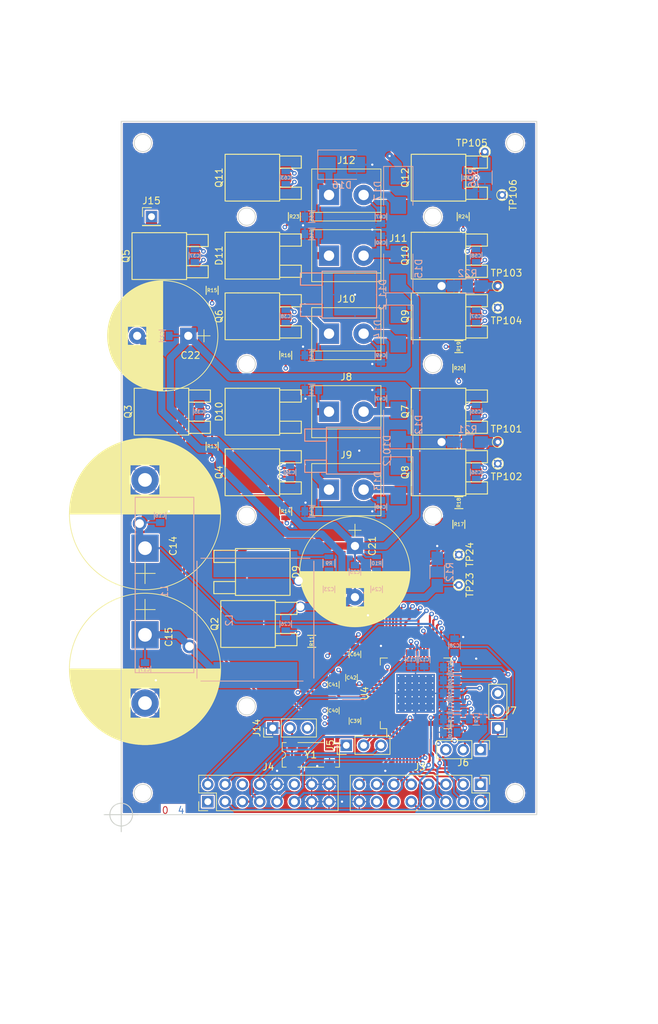
<source format=kicad_pcb>
(kicad_pcb (version 4) (host pcbnew 4.0.5)
  (title_block (title "Common Rail MC33816 board") (date 2018-02-18) (rev R0.1) (company http://rusefi.com/))
  (layers (0 F.Cu signal) (1 PWR_AN power) (2 GND power) (31 B.Cu signal) (34 B.Paste user) (35 F.Paste user) (36 B.SilkS user) (37 F.SilkS user) (38 B.Mask user) (39 F.Mask user) (44 Edge.Cuts user))
  (net 0 "")
  (net 1 GND)
  (net 2 /5V)
  (net 3 /3.3V)
  (net 4 /VCCIO)
  (net 5 /VCCP)
  (net 6 /Vbat)
  (net 7 /Vpwr)
  (net 8 /Vboost)
  (net 9 "Net-(C23-Pad1)")
  (net 10 "Net-(C24-Pad1)")
  (net 11 "Net-(C26-Pad2)")
  (net 12 "Net-(C35-Pad1)")
  (net 13 "Net-(C36-Pad1)")
  (net 14 "Net-(C37-Pad1)")
  (net 15 "Net-(C38-Pad1)")
  (net 16 "Net-(C39-Pad1)")
  (net 17 "Net-(C40-Pad1)")
  (net 18 "Net-(C41-Pad1)")
  (net 19 "Net-(C42-Pad1)")
  (net 20 "Net-(C55-Pad2)")
  (net 21 "Net-(C56-Pad2)")
  (net 22 "Net-(C57-Pad2)")
  (net 23 "Net-(C58-Pad2)")
  (net 24 "Net-(C63-Pad1)")
  (net 25 "Net-(C64-Pad2)")
  (net 26 "Net-(C71-Pad2)")
  (net 27 /START6)
  (net 28 /CSB)
  (net 29 /START5)
  (net 30 /MISO)
  (net 31 /START4)
  (net 32 /MOSI)
  (net 33 /START3)
  (net 34 /SCLK)
  (net 35 /START2)
  (net 36 /DBG_EXT2)
  (net 37 /START1)
  (net 38 /RESETB)
  (net 39 /DRVEN)
  (net 40 /OA_1)
  (net 41 /VCCIO_EXT)
  (net 42 /OA_2)
  (net 43 /IRQB)
  (net 44 /FLAG_0)
  (net 45 /EXT_CLK)
  (net 46 /FLAG_1)
  (net 47 /FLAG_2)
  (net 48 /DBG_EXT1)
  (net 49 "Net-(J5-Pad1)")
  (net 50 /VCC2P5)
  (net 51 /BANK1_BAT)
  (net 52 /INJ_B1_HIGH)
  (net 53 /BANK2_BAT)
  (net 54 /INJ_B2_HIGH)
  (net 55 /INJ1_LOW)
  (net 56 /INJ2_LOW)
  (net 57 /INJ3_LOW)
  (net 58 /INJ4_LOW)
  (net 59 /PUMP_HIGH)
  (net 60 /PUMP_LOW)
  (net 61 /CLK)
  (net 62 /DBG)
  (net 63 /G_LS6)
  (net 64 /P_SENSE_BOOST)
  (net 65 /P_B1_SENSE)
  (net 66 /P_B2_SENSE)
  (net 67 /P_SENSE_PUMP)
  (net 68 /G_L_BOOST)
  (net 69 /G_HB1_BAT)
  (net 70 /G_HB1_BST)
  (net 71 /G_HB2_BAT)
  (net 72 /G_HB2_BST)
  (net 73 /G_L_INJ1)
  (net 74 /G_L_INJ2)
  (net 75 /G_L_INJ3)
  (net 76 /G_L_INJ4)
  (net 77 /G_PUMP)
  (net 78 /Vbuck)
  (module rusEFI_LIB:IHLP6767GZER100M01 (layer B.Cu) (at 187.325 146.685 270)
    (fp_text reference L2 (at 0.09906 3.85064 270) (layer B.SilkS) (effects (justify mirror)))
    (fp_text value 10uH hide)
    (pad 2 smd rect (at 8.1225 0 270) (size 3.825 12.32) (layers B.Cu B.Paste B.Mask) (net 7 /Vpwr))
    (pad 1 smd rect (at -8.1225 0 270) (size 3.825 12.32) (layers B.Cu B.Paste B.Mask) (net 78 /Vbuck))
  )
  (module Capacitors_ThroughHole:CP_Radial_D22.0mm_P10.00mm_SnapIn (layer F.Cu) (at 171.132 136.208 90)
    (fp_text reference C14 (at 0.3175 4.1275 90) (layer F.SilkS))
    (fp_text value 1000uF)
    (pad 1 thru_hole rect (at 0 0 90) (size 4 4) (drill 2) (layers *.Cu *.Mask) (net 6 /Vbat))
    (pad 2 thru_hole circle (at 10 0 90) (size 4 4) (drill 2) (layers *.Cu *.Mask) (net 1 GND))
  )
  (module Capacitors_ThroughHole:CP_Radial_D22.0mm_P10.00mm_SnapIn (layer F.Cu) (at 171.132 148.908 270)
    (fp_text reference C15 (at 0.3175 -3.4925 270) (layer F.SilkS))
    (fp_text value 1000uF)
    (pad 1 thru_hole rect (at 0 0 270) (size 4 4) (drill 2) (layers *.Cu *.Mask) (net 7 /Vpwr))
    (pad 2 thru_hole circle (at 10 0 270) (size 4 4) (drill 2) (layers *.Cu *.Mask) (net 1 GND))
  )
  (module Capacitors_ThroughHole:CP_Radial_D16.0mm_P7.50mm (layer F.Cu) (at 201.93 135.89 270)
    (fp_text reference C21 (at 0 -2.54 270) (layer F.SilkS))
    (fp_text value 390uF)
    (pad 1 thru_hole rect (at 0 0 270) (size 2.4 2.4) (drill 1.2) (layers *.Cu *.Mask) (net 8 /Vboost))
    (pad 2 thru_hole circle (at 7.5 0 270) (size 2.4 2.4) (drill 1.2) (layers *.Cu *.Mask) (net 64 /P_SENSE_BOOST))
  )
  (module Capacitors_ThroughHole:CP_Radial_D16.0mm_P7.50mm (layer F.Cu) (at 177.482 105.092 180)
    (fp_text reference C22 (at -0.3175 -2.8575 180) (layer F.SilkS))
    (fp_text value 390uF)
    (pad 1 thru_hole rect (at 0 0 180) (size 2.4 2.4) (drill 1.2) (layers *.Cu *.Mask) (net 8 /Vboost))
    (pad 2 thru_hole circle (at 7.5 0 180) (size 2.4 2.4) (drill 1.2) (layers *.Cu *.Mask) (net 64 /P_SENSE_BOOST))
  )
  (module TO_SOT_Packages_SMD:TO-252-2Lead (layer F.Cu) (at 182.88 139.7 270)
    (fp_text reference D9 (at 0 -10.414 270) (layer F.SilkS))
    (fp_text value FFD10UP20S)
    (pad 1 smd rect (at -2.286 0 270) (size 1.651 3.048) (layers F.Cu F.Paste F.Mask) (net 8 /Vboost))
    (pad 2 smd rect (at 0 -6.35 270) (size 6.096 6.096) (layers F.Cu F.Paste F.Mask) (net 78 /Vbuck))
    (pad 3 smd rect (at 2.286 0 270) (size 1.651 3.048) (layers F.Cu F.Paste F.Mask))
  )
  (module TO_SOT_Packages_SMD:TO-252-2Lead (layer F.Cu) (at 192.405 116.205 90)
    (fp_text reference D10 (at 0 -10.414 90) (layer F.SilkS))
    (fp_text value SBR10200CTL)
    (pad 1 smd rect (at -2.286 0 90) (size 1.651 3.048) (layers F.Cu F.Paste F.Mask) (net 52 /INJ_B1_HIGH))
    (pad 2 smd rect (at 0 -6.35 90) (size 6.096 6.096) (layers F.Cu F.Paste F.Mask) (net 51 /BANK1_BAT))
    (pad 3 smd rect (at 2.286 0 90) (size 1.651 3.048) (layers F.Cu F.Paste F.Mask))
  )
  (module TO_SOT_Packages_SMD:TO-252-2Lead (layer B.Cu) (at 196.215 121.92 90)
    (fp_text reference D10_2 (at 0 10.414 90) (layer B.SilkS) (effects (justify mirror)))
    (fp_text value SBR10200CTL)
    (pad 1 smd rect (at -2.286 0 90) (size 1.651 3.048) (layers B.Cu B.Paste B.Mask) (net 52 /INJ_B1_HIGH))
    (pad 2 smd rect (at 0 6.35 90) (size 6.096 6.096) (layers B.Cu B.Paste B.Mask) (net 1 GND))
    (pad 3 smd rect (at 2.286 0 90) (size 1.651 3.048) (layers B.Cu B.Paste B.Mask))
  )
  (module TO_SOT_Packages_SMD:TO-252-2Lead (layer F.Cu) (at 192.405 93.345 90)
    (fp_text reference D11 (at 0 -10.414 90) (layer F.SilkS))
    (fp_text value SBR10200CTL)
    (pad 1 smd rect (at -2.286 0 90) (size 1.651 3.048) (layers F.Cu F.Paste F.Mask) (net 54 /INJ_B2_HIGH))
    (pad 2 smd rect (at 0 -6.35 90) (size 6.096 6.096) (layers F.Cu F.Paste F.Mask) (net 53 /BANK2_BAT))
    (pad 3 smd rect (at 2.286 0 90) (size 1.651 3.048) (layers F.Cu F.Paste F.Mask))
  )
  (module TO_SOT_Packages_SMD:TO-252-2Lead (layer B.Cu) (at 195.58 99.06 90)
    (fp_text reference D11_2 (at 0 10.414 90) (layer B.SilkS) (effects (justify mirror)))
    (fp_text value SBR10200CTL)
    (pad 1 smd rect (at -2.286 0 90) (size 1.651 3.048) (layers B.Cu B.Paste B.Mask) (net 54 /INJ_B2_HIGH))
    (pad 2 smd rect (at 0 6.35 90) (size 6.096 6.096) (layers B.Cu B.Paste B.Mask) (net 1 GND))
    (pad 3 smd rect (at 2.286 0 90) (size 1.651 3.048) (layers B.Cu B.Paste B.Mask))
  )
  (module Diodes_SMD:D_SMB (layer B.Cu) (at 208.28 118.11 90)
    (fp_text reference D12 (at 0 3 90) (layer B.SilkS) (effects (justify mirror)))
    (fp_text value STPS2H100UY)
    (pad 1 smd rect (at -2.15 0 90) (size 2.5 2.3) (layers B.Cu B.Paste B.Mask) (net 8 /Vboost))
    (pad 2 smd rect (at 2.15 0 90) (size 2.5 2.3) (layers B.Cu B.Paste B.Mask) (net 55 /INJ1_LOW))
  )
  (module Diodes_SMD:D_SMB (layer B.Cu) (at 208.28 126.365 270)
    (fp_text reference D13 (at 0 3 270) (layer B.SilkS) (effects (justify mirror)))
    (fp_text value STPS2H100UY)
    (pad 1 smd rect (at -2.15 0 270) (size 2.5 2.3) (layers B.Cu B.Paste B.Mask) (net 8 /Vboost))
    (pad 2 smd rect (at 2.15 0 270) (size 2.5 2.3) (layers B.Cu B.Paste B.Mask) (net 56 /INJ2_LOW))
  )
  (module Diodes_SMD:D_SMB (layer B.Cu) (at 208.28 104.14 270)
    (fp_text reference D14 (at 0 3 270) (layer B.SilkS) (effects (justify mirror)))
    (fp_text value STPS2H100UY)
    (pad 1 smd rect (at -2.15 0 270) (size 2.5 2.3) (layers B.Cu B.Paste B.Mask) (net 8 /Vboost))
    (pad 2 smd rect (at 2.15 0 270) (size 2.5 2.3) (layers B.Cu B.Paste B.Mask) (net 57 /INJ3_LOW))
  )
  (module Diodes_SMD:D_SMB (layer B.Cu) (at 208.28 95.25 90)
    (fp_text reference D15 (at 0 3 90) (layer B.SilkS) (effects (justify mirror)))
    (fp_text value STPS2H100UY)
    (pad 1 smd rect (at -2.15 0 90) (size 2.5 2.3) (layers B.Cu B.Paste B.Mask) (net 8 /Vboost))
    (pad 2 smd rect (at 2.15 0 90) (size 2.5 2.3) (layers B.Cu B.Paste B.Mask) (net 58 /INJ4_LOW))
  )
  (module Diodes_SMD:D_SMB (layer B.Cu) (at 200.025 80.01)
    (fp_text reference D16 (at 0 3) (layer B.SilkS) (effects (justify mirror)))
    (fp_text value STPS2H100UY)
    (pad 1 smd rect (at -2.15 0) (size 2.5 2.3) (layers B.Cu B.Paste B.Mask) (net 59 /PUMP_HIGH))
    (pad 2 smd rect (at 2.15 0) (size 2.5 2.3) (layers B.Cu B.Paste B.Mask) (net 1 GND))
  )
  (module Diodes_SMD:D_SMB (layer B.Cu) (at 208.28 83.82 270)
    (fp_text reference D17 (at 0 3 270) (layer B.SilkS) (effects (justify mirror)))
    (fp_text value STPS2H100UY)
    (pad 1 smd rect (at -2.15 0 270) (size 2.5 2.3) (layers B.Cu B.Paste B.Mask) (net 6 /Vbat))
    (pad 2 smd rect (at 2.15 0 270) (size 2.5 2.3) (layers B.Cu B.Paste B.Mask) (net 60 /PUMP_LOW))
  )
  (module Pin_Headers:Pin_Header_Straight_2x08_Pitch2.54mm (layer F.Cu) (at 220.345 170.815 270)
    (fp_text reference J3 (at -2.54 8.89 360) (layer F.SilkS))
    (fp_text value CONN_02X08)
    (pad 1 thru_hole rect (at 0 0 270) (size 1.7 1.7) (drill 1) (layers *.Cu *.Mask) (net 27 /START6))
    (pad 2 thru_hole oval (at 2.54 0 270) (size 1.7 1.7) (drill 1) (layers *.Cu *.Mask) (net 28 /CSB))
    (pad 3 thru_hole oval (at 0 2.54 270) (size 1.7 1.7) (drill 1) (layers *.Cu *.Mask) (net 29 /START5))
    (pad 4 thru_hole oval (at 2.54 2.54 270) (size 1.7 1.7) (drill 1) (layers *.Cu *.Mask) (net 30 /MISO))
    (pad 5 thru_hole oval (at 0 5.08 270) (size 1.7 1.7) (drill 1) (layers *.Cu *.Mask) (net 31 /START4))
    (pad 6 thru_hole oval (at 2.54 5.08 270) (size 1.7 1.7) (drill 1) (layers *.Cu *.Mask) (net 32 /MOSI))
    (pad 7 thru_hole oval (at 0 7.62 270) (size 1.7 1.7) (drill 1) (layers *.Cu *.Mask) (net 33 /START3))
    (pad 8 thru_hole oval (at 2.54 7.62 270) (size 1.7 1.7) (drill 1) (layers *.Cu *.Mask) (net 34 /SCLK))
    (pad 9 thru_hole oval (at 0 10.16 270) (size 1.7 1.7) (drill 1) (layers *.Cu *.Mask) (net 35 /START2))
    (pad 10 thru_hole oval (at 2.54 10.16 270) (size 1.7 1.7) (drill 1) (layers *.Cu *.Mask) (net 36 /DBG_EXT2))
    (pad 11 thru_hole oval (at 0 12.7 270) (size 1.7 1.7) (drill 1) (layers *.Cu *.Mask) (net 37 /START1))
    (pad 12 thru_hole oval (at 2.54 12.7 270) (size 1.7 1.7) (drill 1) (layers *.Cu *.Mask))
    (pad 13 thru_hole oval (at 0 15.24 270) (size 1.7 1.7) (drill 1) (layers *.Cu *.Mask) (net 38 /RESETB))
    (pad 14 thru_hole oval (at 2.54 15.24 270) (size 1.7 1.7) (drill 1) (layers *.Cu *.Mask))
    (pad 15 thru_hole oval (at 0 17.78 270) (size 1.7 1.7) (drill 1) (layers *.Cu *.Mask) (net 39 /DRVEN))
    (pad 16 thru_hole oval (at 2.54 17.78 270) (size 1.7 1.7) (drill 1) (layers *.Cu *.Mask) (net 1 GND))
  )
  (module Pin_Headers:Pin_Header_Straight_2x08_Pitch2.54mm (layer F.Cu) (at 180.34 173.355 90)
    (fp_text reference J4 (at 5.08 8.89 180) (layer F.SilkS))
    (fp_text value CONN_02X08)
    (pad 1 thru_hole rect (at 0 0 90) (size 1.7 1.7) (drill 1) (layers *.Cu *.Mask) (net 40 /OA_1))
    (pad 2 thru_hole oval (at 2.54 0 90) (size 1.7 1.7) (drill 1) (layers *.Cu *.Mask) (net 41 /VCCIO_EXT))
    (pad 3 thru_hole oval (at 0 2.54 90) (size 1.7 1.7) (drill 1) (layers *.Cu *.Mask) (net 42 /OA_2))
    (pad 4 thru_hole oval (at 2.54 2.54 90) (size 1.7 1.7) (drill 1) (layers *.Cu *.Mask) (net 5 /VCCP))
    (pad 5 thru_hole oval (at 0 5.08 90) (size 1.7 1.7) (drill 1) (layers *.Cu *.Mask) (net 43 /IRQB))
    (pad 6 thru_hole oval (at 2.54 5.08 90) (size 1.7 1.7) (drill 1) (layers *.Cu *.Mask))
    (pad 7 thru_hole oval (at 0 7.62 90) (size 1.7 1.7) (drill 1) (layers *.Cu *.Mask) (net 44 /FLAG_0))
    (pad 8 thru_hole oval (at 2.54 7.62 90) (size 1.7 1.7) (drill 1) (layers *.Cu *.Mask) (net 45 /EXT_CLK))
    (pad 9 thru_hole oval (at 0 10.16 90) (size 1.7 1.7) (drill 1) (layers *.Cu *.Mask) (net 46 /FLAG_1))
    (pad 10 thru_hole oval (at 2.54 10.16 90) (size 1.7 1.7) (drill 1) (layers *.Cu *.Mask) (net 1 GND))
    (pad 11 thru_hole oval (at 0 12.7 90) (size 1.7 1.7) (drill 1) (layers *.Cu *.Mask) (net 47 /FLAG_2))
    (pad 12 thru_hole oval (at 2.54 12.7 90) (size 1.7 1.7) (drill 1) (layers *.Cu *.Mask) (net 48 /DBG_EXT1))
    (pad 13 thru_hole oval (at 0 15.24 90) (size 1.7 1.7) (drill 1) (layers *.Cu *.Mask) (net 1 GND))
    (pad 14 thru_hole oval (at 2.54 15.24 90) (size 1.7 1.7) (drill 1) (layers *.Cu *.Mask) (net 1 GND))
    (pad 15 thru_hole oval (at 0 17.78 90) (size 1.7 1.7) (drill 1) (layers *.Cu *.Mask) (net 1 GND))
    (pad 16 thru_hole oval (at 2.54 17.78 90) (size 1.7 1.7) (drill 1) (layers *.Cu *.Mask) (net 1 GND))
  )
  (module Pin_Headers:Pin_Header_Straight_1x03_Pitch2.54mm (layer F.Cu) (at 200.66 165.1 90)
    (fp_text reference J5 (at 0 -2.33 90) (layer F.SilkS))
    (fp_text value CONN_01X03)
    (pad 1 thru_hole rect (at 0 0 90) (size 1.7 1.7) (drill 1) (layers *.Cu *.Mask) (net 49 "Net-(J5-Pad1)"))
    (pad 2 thru_hole oval (at 0 2.54 90) (size 1.7 1.7) (drill 1) (layers *.Cu *.Mask) (net 61 /CLK))
    (pad 3 thru_hole oval (at 0 5.08 90) (size 1.7 1.7) (drill 1) (layers *.Cu *.Mask) (net 45 /EXT_CLK))
  )
  (module Pin_Headers:Pin_Header_Straight_1x03_Pitch2.54mm (layer F.Cu) (at 220.345 165.735 270)
    (fp_text reference J6 (at 1.905 2.54 360) (layer F.SilkS))
    (fp_text value CONN_01X03)
    (pad 1 thru_hole rect (at 0 0 270) (size 1.7 1.7) (drill 1) (layers *.Cu *.Mask) (net 41 /VCCIO_EXT))
    (pad 2 thru_hole oval (at 0 2.54 270) (size 1.7 1.7) (drill 1) (layers *.Cu *.Mask) (net 4 /VCCIO))
    (pad 3 thru_hole oval (at 0 5.08 270) (size 1.7 1.7) (drill 1) (layers *.Cu *.Mask) (net 2 /5V))
  )
  (module Pin_Headers:Pin_Header_Straight_1x03_Pitch2.54mm (layer F.Cu) (at 222.885 162.56 180)
    (fp_text reference J7 (at -1.905 2.54 180) (layer F.SilkS))
    (fp_text value CONN_01X03)
    (pad 1 thru_hole rect (at 0 0 180) (size 1.7 1.7) (drill 1) (layers *.Cu *.Mask) (net 36 /DBG_EXT2))
    (pad 2 thru_hole oval (at 0 2.54 180) (size 1.7 1.7) (drill 1) (layers *.Cu *.Mask) (net 62 /DBG))
    (pad 3 thru_hole oval (at 0 5.08 180) (size 1.7 1.7) (drill 1) (layers *.Cu *.Mask) (net 48 /DBG_EXT1))
  )
  (module Terminal_Blocks:TerminalBlock_bornier-2_P5.08mm (layer F.Cu) (at 198.12 116.205)
    (fp_text reference J8 (at 2.54 -5.08) (layer F.SilkS))
    (fp_text value INJ_Term)
    (pad 1 thru_hole rect (at 0 0) (size 3 3) (drill 1.52) (layers *.Cu *.Mask) (net 52 /INJ_B1_HIGH))
    (pad 2 thru_hole circle (at 5.08 0) (size 3 3) (drill 1.52) (layers *.Cu *.Mask) (net 55 /INJ1_LOW))
  )
  (module Terminal_Blocks:TerminalBlock_bornier-2_P5.08mm (layer F.Cu) (at 198.12 127.635)
    (fp_text reference J9 (at 2.54 -5.08) (layer F.SilkS))
    (fp_text value INJ_Term)
    (pad 1 thru_hole rect (at 0 0) (size 3 3) (drill 1.52) (layers *.Cu *.Mask) (net 52 /INJ_B1_HIGH))
    (pad 2 thru_hole circle (at 5.08 0) (size 3 3) (drill 1.52) (layers *.Cu *.Mask) (net 56 /INJ2_LOW))
  )
  (module Terminal_Blocks:TerminalBlock_bornier-2_P5.08mm (layer F.Cu) (at 198.12 104.775)
    (fp_text reference J10 (at 2.54 -5.08) (layer F.SilkS))
    (fp_text value INJ_Term)
    (pad 1 thru_hole rect (at 0 0) (size 3 3) (drill 1.52) (layers *.Cu *.Mask) (net 54 /INJ_B2_HIGH))
    (pad 2 thru_hole circle (at 5.08 0) (size 3 3) (drill 1.52) (layers *.Cu *.Mask) (net 57 /INJ3_LOW))
  )
  (module Terminal_Blocks:TerminalBlock_bornier-2_P5.08mm (layer F.Cu) (at 198.12 93.345)
    (fp_text reference J11 (at 10.16 -2.54) (layer F.SilkS))
    (fp_text value INJ_Term)
    (pad 1 thru_hole rect (at 0 0) (size 3 3) (drill 1.52) (layers *.Cu *.Mask) (net 54 /INJ_B2_HIGH))
    (pad 2 thru_hole circle (at 5.08 0) (size 3 3) (drill 1.52) (layers *.Cu *.Mask) (net 58 /INJ4_LOW))
  )
  (module Terminal_Blocks:TerminalBlock_bornier-2_P5.08mm (layer F.Cu) (at 198.12 84.455)
    (fp_text reference J12 (at 2.54 -5.08) (layer F.SilkS))
    (fp_text value INJ_Term)
    (pad 1 thru_hole rect (at 0 0) (size 3 3) (drill 1.52) (layers *.Cu *.Mask) (net 59 /PUMP_HIGH))
    (pad 2 thru_hole circle (at 5.08 0) (size 3 3) (drill 1.52) (layers *.Cu *.Mask) (net 60 /PUMP_LOW))
  )
  (module rusEFI_LIB:744710610-Inductor (layer B.Cu) (at 173.99 141.605 90)
    (fp_text reference L1 (at -1 0 90) (layer B.SilkS) (effects (justify mirror)))
    (fp_text value 6uH hide)
    (pad 1 thru_hole circle (at -9 3.65 90) (size 2.032 2.032) (drill 1.27) (layers *.Cu *.Mask) (net 7 /Vpwr))
    (pad 2 thru_hole circle (at 9 -3.65 90) (size 2.032 2.032) (drill 1.27) (layers *.Cu *.Mask) (net 6 /Vbat))
  )
  (module TO_SOT_Packages_SMD:TO-252-2Lead (layer F.Cu) (at 191.77 147.32 90)
    (fp_text reference Q2 (at 0 -10.414 90) (layer F.SilkS))
    (fp_text value BUK9230-100B)
    (pad 1 smd rect (at -2.286 0 90) (size 1.651 3.048) (layers F.Cu F.Paste F.Mask) (net 11 "Net-(C26-Pad2)"))
    (pad 2 smd rect (at 0 -6.35 90) (size 6.096 6.096) (layers F.Cu F.Paste F.Mask) (net 78 /Vbuck))
    (pad 3 smd rect (at 2.286 0 90) (size 1.651 3.048) (layers F.Cu F.Paste F.Mask) (net 64 /P_SENSE_BOOST))
  )
  (module TO_SOT_Packages_SMD:TO-252-2Lead (layer F.Cu) (at 179.07 116.205 90)
    (fp_text reference Q3 (at 0 -10.414 90) (layer F.SilkS))
    (fp_text value BUK9230-100B)
    (pad 1 smd rect (at -2.286 0 90) (size 1.651 3.048) (layers F.Cu F.Paste F.Mask) (net 12 "Net-(C35-Pad1)"))
    (pad 2 smd rect (at 0 -6.35 90) (size 6.096 6.096) (layers F.Cu F.Paste F.Mask) (net 6 /Vbat))
    (pad 3 smd rect (at 2.286 0 90) (size 1.651 3.048) (layers F.Cu F.Paste F.Mask) (net 51 /BANK1_BAT))
  )
  (module TO_SOT_Packages_SMD:TO-252-2Lead (layer F.Cu) (at 192.405 125.095 90)
    (fp_text reference Q4 (at 0 -10.414 90) (layer F.SilkS))
    (fp_text value BUK9230-100B)
    (pad 1 smd rect (at -2.286 0 90) (size 1.651 3.048) (layers F.Cu F.Paste F.Mask) (net 13 "Net-(C36-Pad1)"))
    (pad 2 smd rect (at 0 -6.35 90) (size 6.096 6.096) (layers F.Cu F.Paste F.Mask) (net 8 /Vboost))
    (pad 3 smd rect (at 2.286 0 90) (size 1.651 3.048) (layers F.Cu F.Paste F.Mask) (net 52 /INJ_B1_HIGH))
  )
  (module TO_SOT_Packages_SMD:TO-252-2Lead (layer F.Cu) (at 178.752 93.4085 90)
    (fp_text reference Q5 (at 0 -10.414 90) (layer F.SilkS))
    (fp_text value BUK9230-100B)
    (pad 1 smd rect (at -2.286 0 90) (size 1.651 3.048) (layers F.Cu F.Paste F.Mask) (net 14 "Net-(C37-Pad1)"))
    (pad 2 smd rect (at 0 -6.35 90) (size 6.096 6.096) (layers F.Cu F.Paste F.Mask) (net 6 /Vbat))
    (pad 3 smd rect (at 2.286 0 90) (size 1.651 3.048) (layers F.Cu F.Paste F.Mask) (net 53 /BANK2_BAT))
  )
  (module TO_SOT_Packages_SMD:TO-252-2Lead (layer F.Cu) (at 192.405 102.235 90)
    (fp_text reference Q6 (at 0 -10.414 90) (layer F.SilkS))
    (fp_text value BUK9230-100B)
    (pad 1 smd rect (at -2.286 0 90) (size 1.651 3.048) (layers F.Cu F.Paste F.Mask) (net 15 "Net-(C38-Pad1)"))
    (pad 2 smd rect (at 0 -6.35 90) (size 6.096 6.096) (layers F.Cu F.Paste F.Mask) (net 8 /Vboost))
    (pad 3 smd rect (at 2.286 0 90) (size 1.651 3.048) (layers F.Cu F.Paste F.Mask) (net 54 /INJ_B2_HIGH))
  )
  (module TO_SOT_Packages_SMD:TO-252-2Lead (layer F.Cu) (at 219.71 116.205 90)
    (fp_text reference Q7 (at 0 -10.414 90) (layer F.SilkS))
    (fp_text value BUK9230-100B)
    (pad 1 smd rect (at -2.286 0 90) (size 1.651 3.048) (layers F.Cu F.Paste F.Mask) (net 20 "Net-(C55-Pad2)"))
    (pad 2 smd rect (at 0 -6.35 90) (size 6.096 6.096) (layers F.Cu F.Paste F.Mask) (net 55 /INJ1_LOW))
    (pad 3 smd rect (at 2.286 0 90) (size 1.651 3.048) (layers F.Cu F.Paste F.Mask) (net 65 /P_B1_SENSE))
  )
  (module TO_SOT_Packages_SMD:TO-252-2Lead (layer F.Cu) (at 219.71 125.095 90)
    (fp_text reference Q8 (at 0 -10.414 90) (layer F.SilkS))
    (fp_text value BUK9230-100B)
    (pad 1 smd rect (at -2.286 0 90) (size 1.651 3.048) (layers F.Cu F.Paste F.Mask) (net 21 "Net-(C56-Pad2)"))
    (pad 2 smd rect (at 0 -6.35 90) (size 6.096 6.096) (layers F.Cu F.Paste F.Mask) (net 56 /INJ2_LOW))
    (pad 3 smd rect (at 2.286 0 90) (size 1.651 3.048) (layers F.Cu F.Paste F.Mask) (net 65 /P_B1_SENSE))
  )
  (module TO_SOT_Packages_SMD:TO-252-2Lead (layer F.Cu) (at 219.71 102.235 90)
    (fp_text reference Q9 (at 0 -10.414 90) (layer F.SilkS))
    (fp_text value BUK9230-100B)
    (pad 1 smd rect (at -2.286 0 90) (size 1.651 3.048) (layers F.Cu F.Paste F.Mask) (net 22 "Net-(C57-Pad2)"))
    (pad 2 smd rect (at 0 -6.35 90) (size 6.096 6.096) (layers F.Cu F.Paste F.Mask) (net 57 /INJ3_LOW))
    (pad 3 smd rect (at 2.286 0 90) (size 1.651 3.048) (layers F.Cu F.Paste F.Mask) (net 66 /P_B2_SENSE))
  )
  (module TO_SOT_Packages_SMD:TO-252-2Lead (layer F.Cu) (at 219.71 93.345 90)
    (fp_text reference Q10 (at 0 -10.414 90) (layer F.SilkS))
    (fp_text value BUK9230-100B)
    (pad 1 smd rect (at -2.286 0 90) (size 1.651 3.048) (layers F.Cu F.Paste F.Mask) (net 23 "Net-(C58-Pad2)"))
    (pad 2 smd rect (at 0 -6.35 90) (size 6.096 6.096) (layers F.Cu F.Paste F.Mask) (net 58 /INJ4_LOW))
    (pad 3 smd rect (at 2.286 0 90) (size 1.651 3.048) (layers F.Cu F.Paste F.Mask) (net 66 /P_B2_SENSE))
  )
  (module TO_SOT_Packages_SMD:TO-252-2Lead (layer F.Cu) (at 192.405 81.915 90)
    (fp_text reference Q11 (at 0 -10.414 90) (layer F.SilkS))
    (fp_text value BUK9230-100B)
    (pad 1 smd rect (at -2.286 0 90) (size 1.651 3.048) (layers F.Cu F.Paste F.Mask) (net 24 "Net-(C63-Pad1)"))
    (pad 2 smd rect (at 0 -6.35 90) (size 6.096 6.096) (layers F.Cu F.Paste F.Mask) (net 6 /Vbat))
    (pad 3 smd rect (at 2.286 0 90) (size 1.651 3.048) (layers F.Cu F.Paste F.Mask) (net 59 /PUMP_HIGH))
  )
  (module TO_SOT_Packages_SMD:TO-252-2Lead (layer F.Cu) (at 219.71 81.915 90)
    (fp_text reference Q12 (at 0 -10.414 90) (layer F.SilkS))
    (fp_text value BUK9230-100B)
    (pad 1 smd rect (at -2.286 0 90) (size 1.651 3.048) (layers F.Cu F.Paste F.Mask) (net 26 "Net-(C71-Pad2)"))
    (pad 2 smd rect (at 0 -6.35 90) (size 6.096 6.096) (layers F.Cu F.Paste F.Mask) (net 60 /PUMP_LOW))
    (pad 3 smd rect (at 2.286 0 90) (size 1.651 3.048) (layers F.Cu F.Paste F.Mask) (net 67 /P_SENSE_PUMP))
  )
  (module Resistors_SMD:R_1206_HandSoldering (layer B.Cu) (at 213.995 139.7 90)
    (fp_text reference R12 (at 0 1.85 90) (layer B.SilkS) (effects (justify mirror)))
    (fp_text value 0R010)
    (pad 1 smd rect (at -2 0 90) (size 2 1.7) (layers B.Cu B.Paste B.Mask) (net 64 /P_SENSE_BOOST))
    (pad 2 smd rect (at 2 0 90) (size 2 1.7) (layers B.Cu B.Paste B.Mask) (net 1 GND))
  )
  (module Resistors_SMD:R_1206_HandSoldering (layer B.Cu) (at 218.44 120.65 180)
    (fp_text reference R21 (at 0 1.85 180) (layer B.SilkS) (effects (justify mirror)))
    (fp_text value 0R015)
    (pad 1 smd rect (at -2 0 180) (size 2 1.7) (layers B.Cu B.Paste B.Mask) (net 65 /P_B1_SENSE))
    (pad 2 smd rect (at 2 0 180) (size 2 1.7) (layers B.Cu B.Paste B.Mask) (net 1 GND))
  )
  (module Resistors_SMD:R_1206_HandSoldering (layer B.Cu) (at 218.44 97.79 180)
    (fp_text reference R22 (at 0 1.85 180) (layer B.SilkS) (effects (justify mirror)))
    (fp_text value 0R015)
    (pad 1 smd rect (at -2 0 180) (size 2 1.7) (layers B.Cu B.Paste B.Mask) (net 66 /P_B2_SENSE))
    (pad 2 smd rect (at 2 0 180) (size 2 1.7) (layers B.Cu B.Paste B.Mask) (net 1 GND))
  )
  (module Resistors_SMD:R_1206_HandSoldering (layer B.Cu) (at 220.98 81.915 270)
    (fp_text reference R26 (at 0 1.85 270) (layer B.SilkS) (effects (justify mirror)))
    (fp_text value 0R015)
    (pad 1 smd rect (at -2 0 270) (size 2 1.7) (layers B.Cu B.Paste B.Mask) (net 67 /P_SENSE_PUMP))
    (pad 2 smd rect (at 2 0 270) (size 2 1.7) (layers B.Cu B.Paste B.Mask) (net 1 GND))
  )
  (module Connect:PINTST (layer F.Cu) (at 217.17 141.605 270)
    (fp_text reference TP23 (at 0 -1.6 270) (layer F.SilkS))
    (fp_text value CONN_01X01)
    (pad 1 thru_hole circle (at 0 0 270) (size 1.143 1.143) (drill 0.635) (layers *.Cu *.Mask) (net 64 /P_SENSE_BOOST))
  )
  (module Connect:PINTST (layer F.Cu) (at 217.17 137.16 270)
    (fp_text reference TP24 (at 0 -1.6 270) (layer F.SilkS))
    (fp_text value CONN_01X01)
    (pad 1 thru_hole circle (at 0 0 270) (size 1.143 1.143) (drill 0.635) (layers *.Cu *.Mask) (net 1 GND))
  )
  (module Connect:PINTST (layer F.Cu) (at 222.885 120.65 270)
    (fp_text reference TP101 (at -1.905 -1.27 360) (layer F.SilkS))
    (fp_text value CONN_01X01)
    (pad 1 thru_hole circle (at 0 0 270) (size 1.143 1.143) (drill 0.635) (layers *.Cu *.Mask) (net 65 /P_B1_SENSE))
  )
  (module Connect:PINTST (layer F.Cu) (at 222.885 123.825 270)
    (fp_text reference TP102 (at 1.905 -1.27 360) (layer F.SilkS))
    (fp_text value CONN_01X01)
    (pad 1 thru_hole circle (at 0 0 270) (size 1.143 1.143) (drill 0.635) (layers *.Cu *.Mask) (net 1 GND))
  )
  (module Connect:PINTST (layer F.Cu) (at 222.885 97.79 270)
    (fp_text reference TP103 (at -1.905 -1.27 360) (layer F.SilkS))
    (fp_text value CONN_01X01)
    (pad 1 thru_hole circle (at 0 0 270) (size 1.143 1.143) (drill 0.635) (layers *.Cu *.Mask) (net 66 /P_B2_SENSE))
  )
  (module Connect:PINTST (layer F.Cu) (at 222.885 100.965 270)
    (fp_text reference TP104 (at 1.905 -1.27 360) (layer F.SilkS))
    (fp_text value CONN_01X01)
    (pad 1 thru_hole circle (at 0 0 270) (size 1.143 1.143) (drill 0.635) (layers *.Cu *.Mask) (net 1 GND))
  )
  (module Connect:PINTST (layer F.Cu) (at 220.98 78.105 270)
    (fp_text reference TP105 (at -1.27 1.905 360) (layer F.SilkS))
    (fp_text value CONN_01X01)
    (pad 1 thru_hole circle (at 0 0 270) (size 1.143 1.143) (drill 0.635) (layers *.Cu *.Mask) (net 67 /P_SENSE_PUMP))
  )
  (module Connect:PINTST (layer F.Cu) (at 223.52 84.455 270)
    (fp_text reference TP106 (at 0 -1.6 270) (layer F.SilkS))
    (fp_text value CONN_01X01)
    (pad 1 thru_hole circle (at 0 0 270) (size 1.143 1.143) (drill 0.635) (layers *.Cu *.Mask) (net 1 GND))
  )
  (module Crystals:Crystal_SMD_SeikoEpson_MC306-4pin_8.0x3.2mm (layer F.Cu) (at 195.453 166.497)
    (fp_text reference Y1 (at 0 0) (layer F.SilkS))
    (fp_text value ???)
    (pad 1 smd rect (at -2.75 1.6) (size 1.3 1.9) (layers F.Cu F.Paste F.Mask) (net 3 /3.3V))
    (pad 2 smd rect (at 2.75 1.6) (size 1.3 1.9) (layers F.Cu F.Paste F.Mask) (net 1 GND))
    (pad 3 smd rect (at 2.75 -1.6) (size 1.3 1.9) (layers F.Cu F.Paste F.Mask) (net 49 "Net-(J5-Pad1)"))
    (pad 4 smd rect (at -2.75 -1.6) (size 1.3 1.9) (layers F.Cu F.Paste F.Mask) (net 3 /3.3V))
  )
  (module rusEFI_LIB:C_0805 (layer B.Cu) (at 215.9 161.29 180)
    (fp_text reference C8 (at 0 0 450) (layer B.SilkS) (effects (font (size 0.508 0.508) (thickness 0.1016)) (justify mirror)))
    (fp_text value 0.1uF hide)
    (pad 1 smd rect (at -1 0 180) (size 1 1.25) (layers B.Cu B.Paste B.Mask) (net 50 /VCC2P5))
    (pad 2 smd rect (at 1 0 180) (size 1 1.25) (layers B.Cu B.Paste B.Mask) (net 1 GND))
  )
  (module rusEFI_LIB:C_0805 (layer B.Cu) (at 219.71 161.29)
    (fp_text reference C9 (at 0 0 270) (layer B.SilkS) (effects (font (size 0.508 0.508) (thickness 0.1016)) (justify mirror)))
    (fp_text value 1uF hide)
    (pad 1 smd rect (at -1 0) (size 1 1.25) (layers B.Cu B.Paste B.Mask) (net 50 /VCC2P5))
    (pad 2 smd rect (at 1 0) (size 1 1.25) (layers B.Cu B.Paste B.Mask) (net 1 GND))
  )
  (module rusEFI_LIB:C_0805 (layer B.Cu) (at 215.9 163.195 180)
    (fp_text reference C10 (at 0 0 450) (layer B.SilkS) (effects (font (size 0.508 0.508) (thickness 0.1016)) (justify mirror)))
    (fp_text value 0.1uF hide)
    (pad 1 smd rect (at -1 0 180) (size 1 1.25) (layers B.Cu B.Paste B.Mask) (net 4 /VCCIO))
    (pad 2 smd rect (at 1 0 180) (size 1 1.25) (layers B.Cu B.Paste B.Mask) (net 1 GND))
  )
  (module rusEFI_LIB:C_0805 (layer B.Cu) (at 215.9 159.385 180)
    (fp_text reference C11 (at 0 0 450) (layer B.SilkS) (effects (font (size 0.508 0.508) (thickness 0.1016)) (justify mirror)))
    (fp_text value 0.1uF hide)
    (pad 1 smd rect (at -1 0 180) (size 1 1.25) (layers B.Cu B.Paste B.Mask) (net 2 /5V))
    (pad 2 smd rect (at 1 0 180) (size 1 1.25) (layers B.Cu B.Paste B.Mask) (net 1 GND))
  )
  (module rusEFI_LIB:C_0805 (layer B.Cu) (at 212.09 152.527 270)
    (fp_text reference C12 (at 0 0 540) (layer B.SilkS) (effects (font (size 0.508 0.508) (thickness 0.1016)) (justify mirror)))
    (fp_text value 4.7uF hide)
    (pad 1 smd rect (at -1 0 270) (size 1 1.25) (layers B.Cu B.Paste B.Mask) (net 5 /VCCP))
    (pad 2 smd rect (at 1 0 270) (size 1 1.25) (layers B.Cu B.Paste B.Mask) (net 1 GND))
  )
  (module rusEFI_LIB:C_0805 (layer B.Cu) (at 210.185 152.527 270)
    (fp_text reference C13 (at 0 0 540) (layer B.SilkS) (effects (font (size 0.508 0.508) (thickness 0.1016)) (justify mirror)))
    (fp_text value 0.1uF hide)
    (pad 1 smd rect (at -1 0 270) (size 1 1.25) (layers B.Cu B.Paste B.Mask) (net 5 /VCCP))
    (pad 2 smd rect (at 1 0 270) (size 1 1.25) (layers B.Cu B.Paste B.Mask) (net 1 GND))
  )
  (module rusEFI_LIB:C_0805 (layer B.Cu) (at 173.355 131.445 90)
    (fp_text reference C16 (at 0 0 360) (layer B.SilkS) (effects (font (size 0.508 0.508) (thickness 0.1016)) (justify mirror)))
    (fp_text value 0.22uF hide)
    (pad 1 smd rect (at -1 0 90) (size 1 1.25) (layers B.Cu B.Paste B.Mask) (net 6 /Vbat))
    (pad 2 smd rect (at 1 0 90) (size 1 1.25) (layers B.Cu B.Paste B.Mask) (net 1 GND))
  )
  (module rusEFI_LIB:C_0805 (layer B.Cu) (at 171.132 153.988 270)
    (fp_text reference C17 (at 0 0 540) (layer B.SilkS) (effects (font (size 0.508 0.508) (thickness 0.1016)) (justify mirror)))
    (fp_text value 0.22uF hide)
    (pad 1 smd rect (at -1 0 270) (size 1 1.25) (layers B.Cu B.Paste B.Mask) (net 7 /Vpwr))
    (pad 2 smd rect (at 1 0 270) (size 1 1.25) (layers B.Cu B.Paste B.Mask) (net 1 GND))
  )
  (module rusEFI_LIB:C_0805 (layer B.Cu) (at 198.12 142.24 270)
    (fp_text reference C23 (at 0 0 540) (layer B.SilkS) (effects (font (size 0.508 0.508) (thickness 0.1016)) (justify mirror)))
    (fp_text value 330pF hide)
    (pad 1 smd rect (at -1 0 270) (size 1 1.25) (layers B.Cu B.Paste B.Mask) (net 9 "Net-(C23-Pad1)"))
    (pad 2 smd rect (at 1 0 270) (size 1 1.25) (layers B.Cu B.Paste B.Mask) (net 64 /P_SENSE_BOOST))
  )
  (module rusEFI_LIB:C_0805 (layer B.Cu) (at 205.105 142.24 270)
    (fp_text reference C24 (at 0 0 540) (layer B.SilkS) (effects (font (size 0.508 0.508) (thickness 0.1016)) (justify mirror)))
    (fp_text value 330pF hide)
    (pad 1 smd rect (at -1 0 270) (size 1 1.25) (layers B.Cu B.Paste B.Mask) (net 10 "Net-(C24-Pad1)"))
    (pad 2 smd rect (at 1 0 270) (size 1 1.25) (layers B.Cu B.Paste B.Mask) (net 64 /P_SENSE_BOOST))
  )
  (module rusEFI_LIB:C_0805 (layer B.Cu) (at 201.93 139.7 270)
    (fp_text reference C25 (at 0 0 540) (layer B.SilkS) (effects (font (size 0.508 0.508) (thickness 0.1016)) (justify mirror)))
    (fp_text value 0.22uF hide)
    (pad 1 smd rect (at -1 0 270) (size 1 1.25) (layers B.Cu B.Paste B.Mask) (net 8 /Vboost))
    (pad 2 smd rect (at 1 0 270) (size 1 1.25) (layers B.Cu B.Paste B.Mask) (net 64 /P_SENSE_BOOST))
  )
  (module rusEFI_LIB:C_0805 (layer B.Cu) (at 173.672 105.092 180)
    (fp_text reference C27 (at 0 0 450) (layer B.SilkS) (effects (font (size 0.508 0.508) (thickness 0.1016)) (justify mirror)))
    (fp_text value 0.22uF hide)
    (pad 1 smd rect (at -1 0 180) (size 1 1.25) (layers B.Cu B.Paste B.Mask) (net 8 /Vboost))
    (pad 2 smd rect (at 1 0 180) (size 1 1.25) (layers B.Cu B.Paste B.Mask) (net 64 /P_SENSE_BOOST))
  )
  (module rusEFI_LIB:C_0805 (layer B.Cu) (at 216.535 150.495 90)
    (fp_text reference C28 (at 0 0 360) (layer B.SilkS) (effects (font (size 0.508 0.508) (thickness 0.1016)) (justify mirror)))
    (fp_text value 330pF hide)
    (pad 1 smd rect (at -1 0 90) (size 1 1.25) (layers B.Cu B.Paste B.Mask) (net 64 /P_SENSE_BOOST))
    (pad 2 smd rect (at 1 0 90) (size 1 1.25) (layers B.Cu B.Paste B.Mask) (net 1 GND))
  )
  (module rusEFI_LIB:C_0805 (layer B.Cu) (at 179.07 116.205 90)
    (fp_text reference C35 (at 0 0 360) (layer B.SilkS) (effects (font (size 0.508 0.508) (thickness 0.1016)) (justify mirror)))
    (fp_text value 1000pF hide)
    (pad 1 smd rect (at -1 0 90) (size 1 1.25) (layers B.Cu B.Paste B.Mask) (net 12 "Net-(C35-Pad1)"))
    (pad 2 smd rect (at 1 0 90) (size 1 1.25) (layers B.Cu B.Paste B.Mask) (net 51 /BANK1_BAT))
  )
  (module rusEFI_LIB:C_0805 (layer B.Cu) (at 192.405 125.095 90)
    (fp_text reference C36 (at 0 0 360) (layer B.SilkS) (effects (font (size 0.508 0.508) (thickness 0.1016)) (justify mirror)))
    (fp_text value 1000pF hide)
    (pad 1 smd rect (at -1 0 90) (size 1 1.25) (layers B.Cu B.Paste B.Mask) (net 13 "Net-(C36-Pad1)"))
    (pad 2 smd rect (at 1 0 90) (size 1 1.25) (layers B.Cu B.Paste B.Mask) (net 52 /INJ_B1_HIGH))
  )
  (module rusEFI_LIB:C_0805 (layer B.Cu) (at 178.435 93.345 90)
    (fp_text reference C37 (at 0 0 360) (layer B.SilkS) (effects (font (size 0.508 0.508) (thickness 0.1016)) (justify mirror)))
    (fp_text value 1000pF hide)
    (pad 1 smd rect (at -1 0 90) (size 1 1.25) (layers B.Cu B.Paste B.Mask) (net 14 "Net-(C37-Pad1)"))
    (pad 2 smd rect (at 1 0 90) (size 1 1.25) (layers B.Cu B.Paste B.Mask) (net 53 /BANK2_BAT))
  )
  (module rusEFI_LIB:C_0805 (layer B.Cu) (at 191.77 102.235 90)
    (fp_text reference C38 (at 0 0 360) (layer B.SilkS) (effects (font (size 0.508 0.508) (thickness 0.1016)) (justify mirror)))
    (fp_text value 1000pF hide)
    (pad 1 smd rect (at -1 0 90) (size 1 1.25) (layers B.Cu B.Paste B.Mask) (net 15 "Net-(C38-Pad1)"))
    (pad 2 smd rect (at 1 0 90) (size 1 1.25) (layers B.Cu B.Paste B.Mask) (net 54 /INJ_B2_HIGH))
  )
  (module rusEFI_LIB:C_0805 (layer F.Cu) (at 201.93 161.544 270)
    (fp_text reference C39 (at 0 0 360) (layer F.SilkS) (effects (font (size 0.508 0.508) (thickness 0.1016))))
    (fp_text value 0.33uF hide)
    (pad 1 smd rect (at -1 0 270) (size 1 1.25) (layers F.Cu F.Paste F.Mask) (net 16 "Net-(C39-Pad1)"))
    (pad 2 smd rect (at 1 0 270) (size 1 1.25) (layers F.Cu F.Paste F.Mask) (net 51 /BANK1_BAT))
  )
  (module rusEFI_LIB:C_0805 (layer F.Cu) (at 198.755 160.02 270)
    (fp_text reference C40 (at 0 0 360) (layer F.SilkS) (effects (font (size 0.508 0.508) (thickness 0.1016))))
    (fp_text value 0.33uF hide)
    (pad 1 smd rect (at -1 0 270) (size 1 1.25) (layers F.Cu F.Paste F.Mask) (net 17 "Net-(C40-Pad1)"))
    (pad 2 smd rect (at 1 0 270) (size 1 1.25) (layers F.Cu F.Paste F.Mask) (net 52 /INJ_B1_HIGH))
  )
  (module rusEFI_LIB:C_0805 (layer F.Cu) (at 198.755 156.21 270)
    (fp_text reference C41 (at 0 0 360) (layer F.SilkS) (effects (font (size 0.508 0.508) (thickness 0.1016))))
    (fp_text value 0.33uF hide)
    (pad 1 smd rect (at -1 0 270) (size 1 1.25) (layers F.Cu F.Paste F.Mask) (net 18 "Net-(C41-Pad1)"))
    (pad 2 smd rect (at 1 0 270) (size 1 1.25) (layers F.Cu F.Paste F.Mask) (net 53 /BANK2_BAT))
  )
  (module rusEFI_LIB:C_0805 (layer F.Cu) (at 201.422 155.194 270)
    (fp_text reference C42 (at 0 0 360) (layer F.SilkS) (effects (font (size 0.508 0.508) (thickness 0.1016))))
    (fp_text value 0.33uF hide)
    (pad 1 smd rect (at -1 0 270) (size 1 1.25) (layers F.Cu F.Paste F.Mask) (net 19 "Net-(C42-Pad1)"))
    (pad 2 smd rect (at 1 0 270) (size 1 1.25) (layers F.Cu F.Paste F.Mask) (net 54 /INJ_B2_HIGH))
  )
  (module rusEFI_LIB:C_0805 (layer B.Cu) (at 195.58 130.81 180)
    (fp_text reference C43 (at 0 0 450) (layer B.SilkS) (effects (font (size 0.508 0.508) (thickness 0.1016)) (justify mirror)))
    (fp_text value 4700pF hide)
    (pad 1 smd rect (at -1 0 180) (size 1 1.25) (layers B.Cu B.Paste B.Mask) (net 52 /INJ_B1_HIGH))
    (pad 2 smd rect (at 1 0 180) (size 1 1.25) (layers B.Cu B.Paste B.Mask) (net 1 GND))
  )
  (module rusEFI_LIB:C_0805 (layer B.Cu) (at 195.58 113.03 180)
    (fp_text reference C44 (at 0 0 450) (layer B.SilkS) (effects (font (size 0.508 0.508) (thickness 0.1016)) (justify mirror)))
    (fp_text value 4700pF hide)
    (pad 1 smd rect (at -1 0 180) (size 1 1.25) (layers B.Cu B.Paste B.Mask) (net 52 /INJ_B1_HIGH))
    (pad 2 smd rect (at 1 0 180) (size 1 1.25) (layers B.Cu B.Paste B.Mask) (net 1 GND))
  )
  (module rusEFI_LIB:C_0805 (layer B.Cu) (at 195.58 107.95 180)
    (fp_text reference C45 (at 0 0 450) (layer B.SilkS) (effects (font (size 0.508 0.508) (thickness 0.1016)) (justify mirror)))
    (fp_text value 4700pF hide)
    (pad 1 smd rect (at -1 0 180) (size 1 1.25) (layers B.Cu B.Paste B.Mask) (net 54 /INJ_B2_HIGH))
    (pad 2 smd rect (at 1 0 180) (size 1 1.25) (layers B.Cu B.Paste B.Mask) (net 1 GND))
  )
  (module rusEFI_LIB:C_0805 (layer B.Cu) (at 195.58 90.17 180)
    (fp_text reference C46 (at 0 0 450) (layer B.SilkS) (effects (font (size 0.508 0.508) (thickness 0.1016)) (justify mirror)))
    (fp_text value 4700pF hide)
    (pad 1 smd rect (at -1 0 180) (size 1 1.25) (layers B.Cu B.Paste B.Mask) (net 54 /INJ_B2_HIGH))
    (pad 2 smd rect (at 1 0 180) (size 1 1.25) (layers B.Cu B.Paste B.Mask) (net 1 GND))
  )
  (module rusEFI_LIB:C_0805 (layer B.Cu) (at 205.74 114.3 90)
    (fp_text reference C47 (at 0 0 360) (layer B.SilkS) (effects (font (size 0.508 0.508) (thickness 0.1016)) (justify mirror)))
    (fp_text value 4700pF hide)
    (pad 1 smd rect (at -1 0 90) (size 1 1.25) (layers B.Cu B.Paste B.Mask) (net 55 /INJ1_LOW))
    (pad 2 smd rect (at 1 0 90) (size 1 1.25) (layers B.Cu B.Paste B.Mask) (net 1 GND))
  )
  (module rusEFI_LIB:C_0805 (layer B.Cu) (at 205.74 130.175 270)
    (fp_text reference C48 (at 0 0 540) (layer B.SilkS) (effects (font (size 0.508 0.508) (thickness 0.1016)) (justify mirror)))
    (fp_text value 4700pF hide)
    (pad 1 smd rect (at -1 0 270) (size 1 1.25) (layers B.Cu B.Paste B.Mask) (net 56 /INJ2_LOW))
    (pad 2 smd rect (at 1 0 270) (size 1 1.25) (layers B.Cu B.Paste B.Mask) (net 1 GND))
  )
  (module rusEFI_LIB:C_0805 (layer B.Cu) (at 205.74 107.95 270)
    (fp_text reference C49 (at 0 0 540) (layer B.SilkS) (effects (font (size 0.508 0.508) (thickness 0.1016)) (justify mirror)))
    (fp_text value 4700pF hide)
    (pad 1 smd rect (at -1 0 270) (size 1 1.25) (layers B.Cu B.Paste B.Mask) (net 57 /INJ3_LOW))
    (pad 2 smd rect (at 1 0 270) (size 1 1.25) (layers B.Cu B.Paste B.Mask) (net 1 GND))
  )
  (module rusEFI_LIB:C_0805 (layer B.Cu) (at 205.74 91.44 90)
    (fp_text reference C50 (at 0 0 360) (layer B.SilkS) (effects (font (size 0.508 0.508) (thickness 0.1016)) (justify mirror)))
    (fp_text value 4700pF hide)
    (pad 1 smd rect (at -1 0 90) (size 1 1.25) (layers B.Cu B.Paste B.Mask) (net 58 /INJ4_LOW))
    (pad 2 smd rect (at 1 0 90) (size 1 1.25) (layers B.Cu B.Paste B.Mask) (net 1 GND))
  )
  (module rusEFI_LIB:C_0805 (layer B.Cu) (at 219.71 116.205 270)
    (fp_text reference C55 (at 0 0 540) (layer B.SilkS) (effects (font (size 0.508 0.508) (thickness 0.1016)) (justify mirror)))
    (fp_text value 1000pF hide)
    (pad 1 smd rect (at -1 0 270) (size 1 1.25) (layers B.Cu B.Paste B.Mask) (net 65 /P_B1_SENSE))
    (pad 2 smd rect (at 1 0 270) (size 1 1.25) (layers B.Cu B.Paste B.Mask) (net 20 "Net-(C55-Pad2)"))
  )
  (module rusEFI_LIB:C_0805 (layer B.Cu) (at 219.71 125.095 270)
    (fp_text reference C56 (at 0 0 540) (layer B.SilkS) (effects (font (size 0.508 0.508) (thickness 0.1016)) (justify mirror)))
    (fp_text value 1000pF hide)
    (pad 1 smd rect (at -1 0 270) (size 1 1.25) (layers B.Cu B.Paste B.Mask) (net 65 /P_B1_SENSE))
    (pad 2 smd rect (at 1 0 270) (size 1 1.25) (layers B.Cu B.Paste B.Mask) (net 21 "Net-(C56-Pad2)"))
  )
  (module rusEFI_LIB:C_0805 (layer B.Cu) (at 219.71 102.235 270)
    (fp_text reference C57 (at 0 0 540) (layer B.SilkS) (effects (font (size 0.508 0.508) (thickness 0.1016)) (justify mirror)))
    (fp_text value 1000pF hide)
    (pad 1 smd rect (at -1 0 270) (size 1 1.25) (layers B.Cu B.Paste B.Mask) (net 66 /P_B2_SENSE))
    (pad 2 smd rect (at 1 0 270) (size 1 1.25) (layers B.Cu B.Paste B.Mask) (net 22 "Net-(C57-Pad2)"))
  )
  (module rusEFI_LIB:C_0805 (layer B.Cu) (at 219.71 93.345 270)
    (fp_text reference C58 (at 0 0 540) (layer B.SilkS) (effects (font (size 0.508 0.508) (thickness 0.1016)) (justify mirror)))
    (fp_text value 1000pF hide)
    (pad 1 smd rect (at -1 0 270) (size 1 1.25) (layers B.Cu B.Paste B.Mask) (net 66 /P_B2_SENSE))
    (pad 2 smd rect (at 1 0 270) (size 1 1.25) (layers B.Cu B.Paste B.Mask) (net 23 "Net-(C58-Pad2)"))
  )
  (module rusEFI_LIB:C_0805 (layer B.Cu) (at 215.9 157.48 180)
    (fp_text reference C59 (at 0 0 450) (layer B.SilkS) (effects (font (size 0.508 0.508) (thickness 0.1016)) (justify mirror)))
    (fp_text value 330pF hide)
    (pad 1 smd rect (at -1 0 180) (size 1 1.25) (layers B.Cu B.Paste B.Mask) (net 65 /P_B1_SENSE))
    (pad 2 smd rect (at 1 0 180) (size 1 1.25) (layers B.Cu B.Paste B.Mask) (net 1 GND))
  )
  (module rusEFI_LIB:C_0805 (layer B.Cu) (at 215.9 155.575 180)
    (fp_text reference C60 (at 0 0 450) (layer B.SilkS) (effects (font (size 0.508 0.508) (thickness 0.1016)) (justify mirror)))
    (fp_text value 330pF hide)
    (pad 1 smd rect (at -1 0 180) (size 1 1.25) (layers B.Cu B.Paste B.Mask) (net 66 /P_B2_SENSE))
    (pad 2 smd rect (at 1 0 180) (size 1 1.25) (layers B.Cu B.Paste B.Mask) (net 1 GND))
  )
  (module rusEFI_LIB:C_0805 (layer B.Cu) (at 191.77 81.915 90)
    (fp_text reference C63 (at 0 0 360) (layer B.SilkS) (effects (font (size 0.508 0.508) (thickness 0.1016)) (justify mirror)))
    (fp_text value 1000pF hide)
    (pad 1 smd rect (at -1 0 90) (size 1 1.25) (layers B.Cu B.Paste B.Mask) (net 24 "Net-(C63-Pad1)"))
    (pad 2 smd rect (at 1 0 90) (size 1 1.25) (layers B.Cu B.Paste B.Mask) (net 59 /PUMP_HIGH))
  )
  (module rusEFI_LIB:C_0805 (layer F.Cu) (at 201.93 151.765 90)
    (fp_text reference C64 (at 0 0 180) (layer F.SilkS) (effects (font (size 0.508 0.508) (thickness 0.1016))))
    (fp_text value 0.33uF hide)
    (pad 1 smd rect (at -1 0 90) (size 1 1.25) (layers F.Cu F.Paste F.Mask) (net 59 /PUMP_HIGH))
    (pad 2 smd rect (at 1 0 90) (size 1 1.25) (layers F.Cu F.Paste F.Mask) (net 25 "Net-(C64-Pad2)"))
  )
  (module rusEFI_LIB:C_0805 (layer B.Cu) (at 195.58 87.63 180)
    (fp_text reference C65 (at 0 0 450) (layer B.SilkS) (effects (font (size 0.508 0.508) (thickness 0.1016)) (justify mirror)))
    (fp_text value 4700pF hide)
    (pad 1 smd rect (at -1 0 180) (size 1 1.25) (layers B.Cu B.Paste B.Mask) (net 59 /PUMP_HIGH))
    (pad 2 smd rect (at 1 0 180) (size 1 1.25) (layers B.Cu B.Paste B.Mask) (net 1 GND))
  )
  (module rusEFI_LIB:C_0805 (layer B.Cu) (at 205.74 87.63 270)
    (fp_text reference C67 (at 0 0 540) (layer B.SilkS) (effects (font (size 0.508 0.508) (thickness 0.1016)) (justify mirror)))
    (fp_text value 4700pF hide)
    (pad 1 smd rect (at -1 0 270) (size 1 1.25) (layers B.Cu B.Paste B.Mask) (net 60 /PUMP_LOW))
    (pad 2 smd rect (at 1 0 270) (size 1 1.25) (layers B.Cu B.Paste B.Mask) (net 1 GND))
  )
  (module rusEFI_LIB:C_0805 (layer B.Cu) (at 218.44 81.915 270)
    (fp_text reference C71 (at 0 0 540) (layer B.SilkS) (effects (font (size 0.508 0.508) (thickness 0.1016)) (justify mirror)))
    (fp_text value 1000pF hide)
    (pad 1 smd rect (at -1 0 270) (size 1 1.25) (layers B.Cu B.Paste B.Mask) (net 67 /P_SENSE_PUMP))
    (pad 2 smd rect (at 1 0 270) (size 1 1.25) (layers B.Cu B.Paste B.Mask) (net 26 "Net-(C71-Pad2)"))
  )
  (module rusEFI_LIB:C_0805 (layer B.Cu) (at 215.9 153.67 180)
    (fp_text reference C73 (at 0 0 450) (layer B.SilkS) (effects (font (size 0.508 0.508) (thickness 0.1016)) (justify mirror)))
    (fp_text value 330pF hide)
    (pad 1 smd rect (at -1 0 180) (size 1 1.25) (layers B.Cu B.Paste B.Mask) (net 67 /P_SENSE_PUMP))
    (pad 2 smd rect (at 1 0 180) (size 1 1.25) (layers B.Cu B.Paste B.Mask) (net 1 GND))
  )
  (module rusEFI_LIB:R_0805 (layer B.Cu) (at 198.12 138.43 270)
    (fp_text reference R9 (at 0 0 540) (layer B.SilkS) (effects (font (size 0.508 0.508) (thickness 0.1016)) (justify mirror)))
    (fp_text value 5.1R hide)
    (pad 1 smd rect (at -0.95 0 270) (size 0.7 1.3) (layers B.Cu B.Paste B.Mask) (net 78 /Vbuck))
    (pad 2 smd rect (at 0.95 0 270) (size 0.7 1.3) (layers B.Cu B.Paste B.Mask) (net 9 "Net-(C23-Pad1)"))
  )
  (module rusEFI_LIB:R_0805 (layer B.Cu) (at 205.105 138.43 270)
    (fp_text reference R10 (at 0 0 540) (layer B.SilkS) (effects (font (size 0.508 0.508) (thickness 0.1016)) (justify mirror)))
    (fp_text value 5.1R hide)
    (pad 1 smd rect (at -0.95 0 270) (size 0.7 1.3) (layers B.Cu B.Paste B.Mask) (net 8 /Vboost))
    (pad 2 smd rect (at 0.95 0 270) (size 0.7 1.3) (layers B.Cu B.Paste B.Mask) (net 10 "Net-(C24-Pad1)"))
  )
  (module rusEFI_LIB:R_0805 (layer F.Cu) (at 195.58 149.86)
    (fp_text reference R11 (at 0 0 90) (layer F.SilkS) (effects (font (size 0.508 0.508) (thickness 0.1016))))
    (fp_text value 10R hide)
    (pad 1 smd rect (at -0.95 0) (size 0.7 1.3) (layers F.Cu F.Paste F.Mask) (net 11 "Net-(C26-Pad2)"))
    (pad 2 smd rect (at 0.95 0) (size 0.7 1.3) (layers F.Cu F.Paste F.Mask) (net 68 /G_L_BOOST))
  )
  (module rusEFI_LIB:R_0805 (layer F.Cu) (at 180.975 121.285 270)
    (fp_text reference R13 (at 0 0 360) (layer F.SilkS) (effects (font (size 0.508 0.508) (thickness 0.1016))))
    (fp_text value 10R hide)
    (pad 1 smd rect (at -0.95 0 270) (size 0.7 1.3) (layers F.Cu F.Paste F.Mask) (net 12 "Net-(C35-Pad1)"))
    (pad 2 smd rect (at 0.95 0 270) (size 0.7 1.3) (layers F.Cu F.Paste F.Mask) (net 69 /G_HB1_BAT))
  )
  (module rusEFI_LIB:R_0805 (layer F.Cu) (at 191.77 130.81 270)
    (fp_text reference R14 (at 0 0 360) (layer F.SilkS) (effects (font (size 0.508 0.508) (thickness 0.1016))))
    (fp_text value 10R hide)
    (pad 1 smd rect (at -0.95 0 270) (size 0.7 1.3) (layers F.Cu F.Paste F.Mask) (net 13 "Net-(C36-Pad1)"))
    (pad 2 smd rect (at 0.95 0 270) (size 0.7 1.3) (layers F.Cu F.Paste F.Mask) (net 70 /G_HB1_BST))
  )
  (module rusEFI_LIB:R_0805 (layer F.Cu) (at 180.975 98.425 270)
    (fp_text reference R15 (at 0 0 360) (layer F.SilkS) (effects (font (size 0.508 0.508) (thickness 0.1016))))
    (fp_text value 10R hide)
    (pad 1 smd rect (at -0.95 0 270) (size 0.7 1.3) (layers F.Cu F.Paste F.Mask) (net 14 "Net-(C37-Pad1)"))
    (pad 2 smd rect (at 0.95 0 270) (size 0.7 1.3) (layers F.Cu F.Paste F.Mask) (net 71 /G_HB2_BAT))
  )
  (module rusEFI_LIB:R_0805 (layer F.Cu) (at 191.77 107.95 270)
    (fp_text reference R16 (at 0 0 360) (layer F.SilkS) (effects (font (size 0.508 0.508) (thickness 0.1016))))
    (fp_text value 10R hide)
    (pad 1 smd rect (at -0.95 0 270) (size 0.7 1.3) (layers F.Cu F.Paste F.Mask) (net 15 "Net-(C38-Pad1)"))
    (pad 2 smd rect (at 0.95 0 270) (size 0.7 1.3) (layers F.Cu F.Paste F.Mask) (net 72 /G_HB2_BST))
  )
  (module rusEFI_LIB:R_0805 (layer F.Cu) (at 217.17 132.715 270)
    (fp_text reference R17 (at 0 0 360) (layer F.SilkS) (effects (font (size 0.508 0.508) (thickness 0.1016))))
    (fp_text value 10R hide)
    (pad 1 smd rect (at -0.95 0 270) (size 0.7 1.3) (layers F.Cu F.Paste F.Mask) (net 20 "Net-(C55-Pad2)"))
    (pad 2 smd rect (at 0.95 0 270) (size 0.7 1.3) (layers F.Cu F.Paste F.Mask) (net 73 /G_L_INJ1))
  )
  (module rusEFI_LIB:R_0805 (layer F.Cu) (at 217.17 129.54 180)
    (fp_text reference R18 (at 0 0 270) (layer F.SilkS) (effects (font (size 0.508 0.508) (thickness 0.1016))))
    (fp_text value 10R hide)
    (pad 1 smd rect (at -0.95 0 180) (size 0.7 1.3) (layers F.Cu F.Paste F.Mask) (net 21 "Net-(C56-Pad2)"))
    (pad 2 smd rect (at 0.95 0 180) (size 0.7 1.3) (layers F.Cu F.Paste F.Mask) (net 74 /G_L_INJ2))
  )
  (module rusEFI_LIB:R_0805 (layer F.Cu) (at 217.17 106.68 180)
    (fp_text reference R19 (at 0 0 270) (layer F.SilkS) (effects (font (size 0.508 0.508) (thickness 0.1016))))
    (fp_text value 10R hide)
    (pad 1 smd rect (at -0.95 0 180) (size 0.7 1.3) (layers F.Cu F.Paste F.Mask) (net 22 "Net-(C57-Pad2)"))
    (pad 2 smd rect (at 0.95 0 180) (size 0.7 1.3) (layers F.Cu F.Paste F.Mask) (net 75 /G_L_INJ3))
  )
  (module rusEFI_LIB:R_0805 (layer F.Cu) (at 217.17 109.855 270)
    (fp_text reference R20 (at 0 0 360) (layer F.SilkS) (effects (font (size 0.508 0.508) (thickness 0.1016))))
    (fp_text value 10R hide)
    (pad 1 smd rect (at -0.95 0 270) (size 0.7 1.3) (layers F.Cu F.Paste F.Mask) (net 23 "Net-(C58-Pad2)"))
    (pad 2 smd rect (at 0.95 0 270) (size 0.7 1.3) (layers F.Cu F.Paste F.Mask) (net 76 /G_L_INJ4))
  )
  (module rusEFI_LIB:R_0805 (layer F.Cu) (at 193.04 87.63 270)
    (fp_text reference R23 (at 0 0 360) (layer F.SilkS) (effects (font (size 0.508 0.508) (thickness 0.1016))))
    (fp_text value 10R hide)
    (pad 1 smd rect (at -0.95 0 270) (size 0.7 1.3) (layers F.Cu F.Paste F.Mask) (net 24 "Net-(C63-Pad1)"))
    (pad 2 smd rect (at 0.95 0 270) (size 0.7 1.3) (layers F.Cu F.Paste F.Mask) (net 63 /G_LS6))
  )
  (module rusEFI_LIB:R_0805 (layer F.Cu) (at 217.805 87.63 270)
    (fp_text reference R24 (at 0 0 360) (layer F.SilkS) (effects (font (size 0.508 0.508) (thickness 0.1016))))
    (fp_text value 10R hide)
    (pad 1 smd rect (at -0.95 0 270) (size 0.7 1.3) (layers F.Cu F.Paste F.Mask) (net 26 "Net-(C71-Pad2)"))
    (pad 2 smd rect (at 0.95 0 270) (size 0.7 1.3) (layers F.Cu F.Paste F.Mask) (net 77 /G_PUMP))
  )
  (module rusEFI_LIB:C_0805 (layer B.Cu) (at 191.77 147.32 270)
    (fp_text reference C26 (at 0 0 540) (layer B.SilkS) (effects (font (size 0.508 0.508) (thickness 0.1016)) (justify mirror)))
    (fp_text value 470pF hide)
    (pad 1 smd rect (at -1 0 270) (size 1 1.25) (layers B.Cu B.Paste B.Mask) (net 64 /P_SENSE_BOOST))
    (pad 2 smd rect (at 1 0 270) (size 1 1.25) (layers B.Cu B.Paste B.Mask) (net 11 "Net-(C26-Pad2)"))
  )
  (module Pin_Headers:Pin_Header_Straight_1x03_Pitch2.54mm (layer F.Cu) (at 189.865 162.56 90)
    (fp_text reference J14 (at 0 -2.33 90) (layer F.SilkS))
    (fp_text value CONN_01X03)
    (pad 1 thru_hole rect (at 0 0 90) (size 1.7 1.7) (drill 1) (layers *.Cu *.Mask) (net 1 GND))
    (pad 2 thru_hole oval (at 0 2.54 90) (size 1.7 1.7) (drill 1) (layers *.Cu *.Mask) (net 3 /3.3V))
    (pad 3 thru_hole oval (at 0 5.08 90) (size 1.7 1.7) (drill 1) (layers *.Cu *.Mask) (net 2 /5V))
  )
  (module Pin_Headers:Pin_Header_Straight_1x01_Pitch2.54mm (layer F.Cu) (at 172.085 87.63)
    (fp_text reference J15 (at 0 -2.33) (layer F.SilkS))
    (fp_text value CONN_01X01)
    (pad 1 thru_hole rect (at 0 0) (size 1.7 1.7) (drill 1) (layers *.Cu *.Mask) (net 6 /Vbat))
  )
  (module rusEFI_LIB:HTQFP-64-1EP_10x10mm_Pitch0.5mm_ThermalPad_for_MC33816 (layer F.Cu) (at 210.82 157.48 90)
    (fp_text reference U4 (at 0 -7.45 90) (layer F.SilkS))
    (fp_text value MC33816)
    (pad 1 smd rect (at -5.7 -3.75 90) (size 1.5 0.3) (layers F.Cu F.Paste F.Mask) (net 61 /CLK))
    (pad 2 smd rect (at -5.7 -3.25 90) (size 1.5 0.3) (layers F.Cu F.Paste F.Mask) (net 39 /DRVEN))
    (pad 3 smd rect (at -5.7 -2.75 90) (size 1.5 0.3) (layers F.Cu F.Paste F.Mask) (net 38 /RESETB))
    (pad 4 smd rect (at -5.7 -2.25 90) (size 1.5 0.3) (layers F.Cu F.Paste F.Mask) (net 37 /START1))
    (pad 5 smd rect (at -5.7 -1.75 90) (size 1.5 0.3) (layers F.Cu F.Paste F.Mask) (net 35 /START2))
    (pad 6 smd rect (at -5.7 -1.25 90) (size 1.5 0.3) (layers F.Cu F.Paste F.Mask) (net 33 /START3))
    (pad 7 smd rect (at -5.7 -0.75 90) (size 1.5 0.3) (layers F.Cu F.Paste F.Mask) (net 31 /START4))
    (pad 8 smd rect (at -5.7 -0.25 90) (size 1.5 0.3) (layers F.Cu F.Paste F.Mask) (net 29 /START5))
    (pad 9 smd rect (at -5.7 0.25 90) (size 1.5 0.3) (layers F.Cu F.Paste F.Mask) (net 27 /START6))
    (pad 10 smd rect (at -5.7 0.75 90) (size 1.5 0.3) (layers F.Cu F.Paste F.Mask) (net 44 /FLAG_0))
    (pad 11 smd rect (at -5.7 1.25 90) (size 1.5 0.3) (layers F.Cu F.Paste F.Mask) (net 46 /FLAG_1))
    (pad 12 smd rect (at -5.7 1.75 90) (size 1.5 0.3) (layers F.Cu F.Paste F.Mask) (net 47 /FLAG_2))
    (pad 13 smd rect (at -5.7 2.25 90) (size 1.5 0.3) (layers F.Cu F.Paste F.Mask) (net 28 /CSB))
    (pad 14 smd rect (at -5.7 2.75 90) (size 1.5 0.3) (layers F.Cu F.Paste F.Mask) (net 32 /MOSI))
    (pad 15 smd rect (at -5.7 3.25 90) (size 1.5 0.3) (layers F.Cu F.Paste F.Mask) (net 30 /MISO))
    (pad 16 smd rect (at -5.7 3.75 90) (size 1.5 0.3) (layers F.Cu F.Paste F.Mask) (net 34 /SCLK))
    (pad 17 smd rect (at -3.75 5.7 180) (size 1.5 0.3) (layers F.Cu F.Paste F.Mask) (net 4 /VCCIO))
    (pad 18 smd rect (at -3.25 5.7 180) (size 1.5 0.3) (layers F.Cu F.Paste F.Mask) (net 62 /DBG))
    (pad 19 smd rect (at -2.75 5.7 180) (size 1.5 0.3) (layers F.Cu F.Paste F.Mask) (net 1 GND))
    (pad 20 smd rect (at -2.25 5.7 180) (size 1.5 0.3) (layers F.Cu F.Paste F.Mask) (net 50 /VCC2P5))
    (pad 21 smd rect (at -1.75 5.7 180) (size 1.5 0.3) (layers F.Cu F.Paste F.Mask) (net 2 /5V))
    (pad 22 smd rect (at -1.25 5.7 180) (size 1.5 0.3) (layers F.Cu F.Paste F.Mask) (net 40 /OA_1))
    (pad 23 smd rect (at -0.75 5.7 180) (size 1.5 0.3) (layers F.Cu F.Paste F.Mask) (net 42 /OA_2))
    (pad 24 smd rect (at -0.25 5.7 180) (size 1.5 0.3) (layers F.Cu F.Paste F.Mask) (net 1 GND))
    (pad 25 smd rect (at 0.25 5.7 180) (size 1.5 0.3) (layers F.Cu F.Paste F.Mask) (net 1 GND))
    (pad 26 smd rect (at 0.75 5.7 180) (size 1.5 0.3) (layers F.Cu F.Paste F.Mask) (net 65 /P_B1_SENSE))
    (pad 27 smd rect (at 1.25 5.7 180) (size 1.5 0.3) (layers F.Cu F.Paste F.Mask) (net 1 GND))
    (pad 28 smd rect (at 1.75 5.7 180) (size 1.5 0.3) (layers F.Cu F.Paste F.Mask) (net 66 /P_B2_SENSE))
    (pad 29 smd rect (at 2.25 5.7 180) (size 1.5 0.3) (layers F.Cu F.Paste F.Mask) (net 1 GND))
    (pad 30 smd rect (at 2.75 5.7 180) (size 1.5 0.3) (layers F.Cu F.Paste F.Mask) (net 67 /P_SENSE_PUMP))
    (pad 31 smd rect (at 3.25 5.7 180) (size 1.5 0.3) (layers F.Cu F.Paste F.Mask) (net 1 GND))
    (pad 32 smd rect (at 3.75 5.7 180) (size 1.5 0.3) (layers F.Cu F.Paste F.Mask) (net 64 /P_SENSE_BOOST))
    (pad 33 smd rect (at 5.7 3.75 90) (size 1.5 0.3) (layers F.Cu F.Paste F.Mask) (net 60 /PUMP_LOW))
    (pad 34 smd rect (at 5.7 3.25 90) (size 1.5 0.3) (layers F.Cu F.Paste F.Mask))
    (pad 35 smd rect (at 5.7 2.75 90) (size 1.5 0.3) (layers F.Cu F.Paste F.Mask) (net 58 /INJ4_LOW))
    (pad 36 smd rect (at 5.7 2.25 90) (size 1.5 0.3) (layers F.Cu F.Paste F.Mask) (net 57 /INJ3_LOW))
    (pad 37 smd rect (at 5.7 1.75 90) (size 1.5 0.3) (layers F.Cu F.Paste F.Mask) (net 55 /INJ1_LOW))
    (pad 38 smd rect (at 5.7 1.25 90) (size 1.5 0.3) (layers F.Cu F.Paste F.Mask) (net 56 /INJ2_LOW))
    (pad 39 smd rect (at 5.7 0.75 90) (size 1.5 0.3) (layers F.Cu F.Paste F.Mask) (net 6 /Vbat))
    (pad 40 smd rect (at 5.7 0.25 90) (size 1.5 0.3) (layers F.Cu F.Paste F.Mask) (net 5 /VCCP))
    (pad 41 smd rect (at 5.7 -0.25 90) (size 1.5 0.3) (layers F.Cu F.Paste F.Mask) (net 68 /G_L_BOOST))
    (pad 42 smd rect (at 5.7 -0.75 90) (size 1.5 0.3) (layers F.Cu F.Paste F.Mask) (net 77 /G_PUMP))
    (pad 43 smd rect (at 5.7 -1.25 90) (size 1.5 0.3) (layers F.Cu F.Paste F.Mask))
    (pad 44 smd rect (at 5.7 -1.75 90) (size 1.5 0.3) (layers F.Cu F.Paste F.Mask) (net 76 /G_L_INJ4))
    (pad 45 smd rect (at 5.7 -2.25 90) (size 1.5 0.3) (layers F.Cu F.Paste F.Mask) (net 75 /G_L_INJ3))
    (pad 46 smd rect (at 5.7 -2.75 90) (size 1.5 0.3) (layers F.Cu F.Paste F.Mask) (net 73 /G_L_INJ1))
    (pad 47 smd rect (at 5.7 -3.25 90) (size 1.5 0.3) (layers F.Cu F.Paste F.Mask) (net 74 /G_L_INJ2))
    (pad 48 smd rect (at 5.7 -3.75 90) (size 1.5 0.3) (layers F.Cu F.Paste F.Mask) (net 8 /Vboost))
    (pad 49 smd rect (at 3.75 -5.7 180) (size 1.5 0.3) (layers F.Cu F.Paste F.Mask) (net 25 "Net-(C64-Pad2)"))
    (pad 50 smd rect (at 3.25 -5.7 180) (size 1.5 0.3) (layers F.Cu F.Paste F.Mask) (net 63 /G_LS6))
    (pad 51 smd rect (at 2.75 -5.7 180) (size 1.5 0.3) (layers F.Cu F.Paste F.Mask) (net 59 /PUMP_HIGH))
    (pad 52 smd rect (at 2.25 -5.7 180) (size 1.5 0.3) (layers F.Cu F.Paste F.Mask) (net 19 "Net-(C42-Pad1)"))
    (pad 53 smd rect (at 1.75 -5.7 180) (size 1.5 0.3) (layers F.Cu F.Paste F.Mask) (net 72 /G_HB2_BST))
    (pad 54 smd rect (at 1.25 -5.7 180) (size 1.5 0.3) (layers F.Cu F.Paste F.Mask) (net 54 /INJ_B2_HIGH))
    (pad 55 smd rect (at 0.75 -5.7 180) (size 1.5 0.3) (layers F.Cu F.Paste F.Mask) (net 18 "Net-(C41-Pad1)"))
    (pad 56 smd rect (at 0.25 -5.7 180) (size 1.5 0.3) (layers F.Cu F.Paste F.Mask) (net 71 /G_HB2_BAT))
    (pad 57 smd rect (at -0.25 -5.7 180) (size 1.5 0.3) (layers F.Cu F.Paste F.Mask) (net 53 /BANK2_BAT))
    (pad 58 smd rect (at -0.75 -5.7 180) (size 1.5 0.3) (layers F.Cu F.Paste F.Mask) (net 17 "Net-(C40-Pad1)"))
    (pad 59 smd rect (at -1.25 -5.7 180) (size 1.5 0.3) (layers F.Cu F.Paste F.Mask) (net 70 /G_HB1_BST))
    (pad 60 smd rect (at -1.75 -5.7 180) (size 1.5 0.3) (layers F.Cu F.Paste F.Mask) (net 52 /INJ_B1_HIGH))
    (pad 61 smd rect (at -2.25 -5.7 180) (size 1.5 0.3) (layers F.Cu F.Paste F.Mask) (net 16 "Net-(C39-Pad1)"))
    (pad 62 smd rect (at -2.75 -5.7 180) (size 1.5 0.3) (layers F.Cu F.Paste F.Mask) (net 69 /G_HB1_BAT))
    (pad 63 smd rect (at -3.25 -5.7 180) (size 1.5 0.3) (layers F.Cu F.Paste F.Mask) (net 51 /BANK1_BAT))
    (pad 64 smd rect (at -3.75 -5.7 180) (size 1.5 0.3) (layers F.Cu F.Paste F.Mask) (net 43 /IRQB))
    (pad 65 smd rect (at 0 0 270) (size 5.7 5.7) (layers F.Cu F.Paste F.Mask) (net 1 GND))
    (pad 65 thru_hole circle (at 2.5 -2.5 180) (size 0.3 0.3) (drill 0.2) (layers *.Cu F.Adhes) (net 1 GND))
    (pad 65 thru_hole circle (at 1.5 -2.5 180) (size 0.3 0.3) (drill 0.2) (layers *.Cu F.Adhes) (net 1 GND))
    (pad 65 thru_hole circle (at 0.5 -2.5 180) (size 0.3 0.3) (drill 0.2) (layers *.Cu F.Adhes) (net 1 GND))
    (pad 65 thru_hole circle (at -0.5 -2.5 180) (size 0.3 0.3) (drill 0.2) (layers *.Cu F.Adhes) (net 1 GND))
    (pad 65 thru_hole circle (at -1.5 -2.5 180) (size 0.3 0.3) (drill 0.2) (layers *.Cu F.Adhes) (net 1 GND))
    (pad 65 thru_hole circle (at -2.5 -2.5 180) (size 0.3 0.3) (drill 0.2) (layers *.Cu F.Adhes) (net 1 GND))
    (pad 65 thru_hole circle (at -2.5 -1.5 180) (size 0.3 0.3) (drill 0.2) (layers *.Cu F.Adhes) (net 1 GND))
    (pad 65 thru_hole circle (at -2.5 -0.5 180) (size 0.3 0.3) (drill 0.2) (layers *.Cu F.Adhes) (net 1 GND))
    (pad 65 thru_hole circle (at -1.5 -0.5 180) (size 0.3 0.3) (drill 0.2) (layers *.Cu F.Adhes) (net 1 GND))
    (pad 65 thru_hole circle (at -1.5 -1.5 180) (size 0.3 0.3) (drill 0.2) (layers *.Cu F.Adhes) (net 1 GND))
    (pad 65 thru_hole circle (at -0.5 -1.5 180) (size 0.3 0.3) (drill 0.2) (layers *.Cu F.Adhes) (net 1 GND))
    (pad 65 thru_hole circle (at -0.5 -0.5 180) (size 0.3 0.3) (drill 0.2) (layers *.Cu F.Adhes) (net 1 GND))
    (pad 65 thru_hole circle (at 0.5 -0.5 180) (size 0.3 0.3) (drill 0.2) (layers *.Cu F.Adhes) (net 1 GND))
    (pad 65 thru_hole circle (at 0.5 -1.5 180) (size 0.3 0.3) (drill 0.2) (layers *.Cu F.Adhes) (net 1 GND))
    (pad 65 thru_hole circle (at 1.5 -1.5 180) (size 0.3 0.3) (drill 0.2) (layers *.Cu F.Adhes) (net 1 GND))
    (pad 65 thru_hole circle (at 1.5 -0.5 180) (size 0.3 0.3) (drill 0.2) (layers *.Cu F.Adhes) (net 1 GND))
    (pad 65 thru_hole circle (at 2.5 -1.5 180) (size 0.3 0.3) (drill 0.2) (layers *.Cu F.Adhes) (net 1 GND))
    (pad 65 thru_hole circle (at 2.5 -0.5 180) (size 0.3 0.3) (drill 0.2) (layers *.Cu F.Adhes) (net 1 GND))
    (pad 65 thru_hole circle (at -2.5 0.5 180) (size 0.3 0.3) (drill 0.2) (layers *.Cu F.Adhes) (net 1 GND))
    (pad 65 thru_hole circle (at -2.5 1.5 180) (size 0.3 0.3) (drill 0.2) (layers *.Cu F.Adhes) (net 1 GND))
    (pad 65 thru_hole circle (at -2.5 2.5 180) (size 0.3 0.3) (drill 0.2) (layers *.Cu F.Adhes) (net 1 GND))
    (pad 65 thru_hole circle (at -1.5 2.5 180) (size 0.3 0.3) (drill 0.2) (layers *.Cu F.Adhes) (net 1 GND))
    (pad 65 thru_hole circle (at -1.5 1.5 180) (size 0.3 0.3) (drill 0.2) (layers *.Cu F.Adhes) (net 1 GND))
    (pad 65 thru_hole circle (at -1.5 0.5 180) (size 0.3 0.3) (drill 0.2) (layers *.Cu F.Adhes) (net 1 GND))
    (pad 65 thru_hole circle (at -0.5 0.5 180) (size 0.3 0.3) (drill 0.2) (layers *.Cu F.Adhes) (net 1 GND))
    (pad 65 thru_hole circle (at -0.5 1.5 180) (size 0.3 0.3) (drill 0.2) (layers *.Cu F.Adhes) (net 1 GND))
    (pad 65 thru_hole circle (at -0.5 2.5 180) (size 0.3 0.3) (drill 0.2) (layers *.Cu F.Adhes) (net 1 GND))
    (pad 65 thru_hole circle (at 0.5 2.5 180) (size 0.3 0.3) (drill 0.2) (layers *.Cu F.Adhes) (net 1 GND))
    (pad 65 thru_hole circle (at 0.5 1.5 180) (size 0.3 0.3) (drill 0.2) (layers *.Cu F.Adhes) (net 1 GND))
    (pad 65 thru_hole circle (at 0.5 0.5 180) (size 0.3 0.3) (drill 0.2) (layers *.Cu F.Adhes) (net 1 GND))
    (pad 65 thru_hole circle (at 1.5 0.5 180) (size 0.3 0.3) (drill 0.2) (layers *.Cu F.Adhes) (net 1 GND))
    (pad 65 thru_hole circle (at 1.5 1.5 180) (size 0.3 0.3) (drill 0.2) (layers *.Cu F.Adhes) (net 1 GND))
    (pad 65 thru_hole circle (at 1.5 2.5 180) (size 0.3 0.3) (drill 0.2) (layers *.Cu F.Adhes) (net 1 GND))
    (pad 65 thru_hole circle (at 2.5 2.5 180) (size 0.3 0.3) (drill 0.2) (layers *.Cu F.Adhes) (net 1 GND))
    (pad 65 thru_hole circle (at 2.5 1.5 180) (size 0.3 0.3) (drill 0.2) (layers *.Cu F.Adhes) (net 1 GND))
    (pad 65 thru_hole circle (at 2.5 0.5 180) (size 0.3 0.3) (drill 0.2) (layers *.Cu F.Adhes) (net 1 GND))
    (pad 65 smd rect (at 0 0 270) (size 5.7 5.7) (layers B.Cu) (net 1 GND))
  )
  (gr_circle (center 186.055 159.385) (end 186.055 158.115) (layer Edge.Cuts) (width 0.127))
  (gr_text "   4" (at 175.26 174.625) (layer B.Cu) (effects (font (size 1.016 1.016) (thickness 0.127))))
  (gr_text "0   " (at 175.26 174.625) (layer F.Cu) (effects (font (size 1.016 1.016) (thickness 0.127))))
  (target plus (at 167.64 175.26) (size 5) (width 0.127) (layer Edge.Cuts))
  (target plus (at 167.64 175.26) (size 5) (width 0.127) (layer Edge.Cuts))
  (gr_circle (center 186.055 131.445) (end 186.055 130.175) (layer Edge.Cuts) (width 0.127))
  (gr_circle (center 213.36 131.445) (end 213.36 130.175) (layer Edge.Cuts) (width 0.127))
  (gr_circle (center 186.055 109.22) (end 186.055 107.95) (layer Edge.Cuts) (width 0.127))
  (gr_circle (center 213.36 109.22) (end 213.36 107.95) (layer Edge.Cuts) (width 0.127))
  (gr_circle (center 213.36 87.63) (end 213.36 86.36) (layer Edge.Cuts) (width 0.127))
  (gr_circle (center 186.055 87.63) (end 186.055 86.36) (layer Edge.Cuts) (width 0.127))
  (gr_circle (center 170.815 172.085) (end 170.815 170.815) (layer Edge.Cuts) (width 0.127))
  (gr_circle (center 225.425 172.085) (end 225.425 170.815) (layer Edge.Cuts) (width 0.127))
  (gr_circle (center 225.425 76.835) (end 225.425 75.565) (layer Edge.Cuts) (width 0.127))
  (gr_circle (center 170.815 76.835) (end 170.815 75.565) (layer Edge.Cuts) (width 0.127))
  (gr_line (start 167.64 175.26) (end 228.6 175.26) (angle 90) (layer Edge.Cuts) (width 0.127))
  (gr_line (start 167.64 73.66) (end 167.64 175.26) (angle 90) (layer Edge.Cuts) (width 0.127))
  (gr_line (start 228.6 73.66) (end 167.64 73.66) (angle 90) (layer Edge.Cuts) (width 0.127))
  (gr_line (start 228.6 175.26) (end 228.6 73.66) (angle 90) (layer Edge.Cuts) (width 0.127))
  (segment (start 192.739138 133.015862) (end 193.04 132.715) (width 0.3048) (layer F.Cu) (net 1))
  (via (at 192.739138 133.015862) (size 0.6858) (drill 0.3302) (layers F.Cu B.Cu) (net 1))
  (segment (start 205.74 147.955) (end 205.74 150.044194) (width 0.3048) (layer F.Cu) (net 1))
  (segment (start 203.835 146.05) (end 205.74 147.955) (width 0.3048) (layer F.Cu) (net 1))
  (segment (start 205.74 150.044194) (end 205.74 150.529127) (width 0.3048) (layer F.Cu) (net 1))
  (via (at 205.74 150.529127) (size 0.6858) (drill 0.3302) (layers F.Cu B.Cu) (net 1))
  (segment (start 194.58 130.81) (end 194.58 129.630682) (width 0.3048) (layer B.Cu) (net 1))
  (segment (start 194.58 113.03) (end 194.58 114.205709) (width 0.3048) (layer B.Cu) (net 1))
  (segment (start 194.58 129.630682) (end 194.674289 129.536393) (width 0.3048) (layer B.Cu) (net 1))
  (segment (start 194.58 114.205709) (end 194.674291 114.3) (width 0.3048) (layer B.Cu) (net 1))
  (via (at 194.674291 114.3) (size 0.6858) (drill 0.3302) (layers F.Cu B.Cu) (net 1))
  (via (at 194.674289 129.536393) (size 0.6858) (drill 0.3302) (layers F.Cu B.Cu) (net 1))
  (via (at 206.375 168.83887) (size 0.6858) (drill 0.3302) (layers F.Cu B.Cu) (net 1))
  (via (at 190.5 168.83887) (size 0.6858) (drill 0.3302) (layers F.Cu B.Cu) (net 1))
  (segment (start 216.52 160.23) (end 214.920212 160.23) (width 0.3048) (layer F.Cu) (net 1))
  (via (at 196.396456 168.134635) (size 0.6858) (drill 0.3302) (layers F.Cu B.Cu) (net 1))
  (segment (start 198.203 168.097) (end 196.434091 168.097) (width 0.3048) (layer F.Cu) (net 1))
  (segment (start 196.434091 168.097) (end 196.396456 168.134635) (width 0.3048) (layer F.Cu) (net 1))
  (via (at 200.025 173.355) (size 0.6858) (drill 0.3302) (layers F.Cu B.Cu) (net 1))
  (via (at 203.835 146.05) (size 0.6858) (drill 0.3302) (layers F.Cu B.Cu) (net 1))
  (via (at 219.71 152.4) (size 0.6858) (drill 0.3302) (layers F.Cu B.Cu) (net 1))
  (segment (start 214.9 161.29) (end 214.9 159.385) (width 0.3048) (layer B.Cu) (net 1))
  (segment (start 214.9 163.195) (end 214.9 161.29) (width 0.3048) (layer B.Cu) (net 1))
  (segment (start 210.185 156.845) (end 210.82 157.48) (width 0.3048) (layer B.Cu) (net 1))
  (segment (start 212.09 156.21) (end 210.82 157.48) (width 0.3048) (layer B.Cu) (net 1))
  (via (at 217.805 149.225) (size 0.6858) (layers F.Cu B.Cu) (net 1))
  (via (at 172.72 155.575) (size 0.6858) (layers F.Cu B.Cu) (net 1))
  (via (at 213.995 135.89) (size 0.6858) (layers F.Cu B.Cu) (net 1))
  (via (at 174.625 130.81) (size 0.6858) (layers F.Cu B.Cu) (net 1))
  (via (at 204.47 130.81) (size 0.6858) (layers F.Cu B.Cu) (net 1))
  (via (at 204.47 113.03) (size 0.6858) (layers F.Cu B.Cu) (net 1))
  (via (at 194.31 106.68) (size 0.6858) (layers F.Cu B.Cu) (net 1))
  (via (at 204.47 109.22) (size 0.6858) (layers F.Cu B.Cu) (net 1))
  (via (at 194.31 88.9) (size 0.6858) (layers F.Cu B.Cu) (net 1))
  (via (at 204.47 89.535) (size 0.6858) (layers F.Cu B.Cu) (net 1))
  (via (at 204.47 80.01) (size 0.6858) (layers F.Cu B.Cu) (net 1))
  (via (at 201.93 99.06) (size 0.6858) (layers F.Cu B.Cu) (net 1))
  (via (at 202.565 121.92) (size 0.6858) (layers F.Cu B.Cu) (net 1))
  (via (at 214.63 120.65) (size 1.5418) (drill 1.18618) (layers F.Cu B.Cu) (net 1))
  (via (at 214.63 97.79) (size 1.5418) (drill 1.18618) (layers F.Cu B.Cu) (net 1))
  (segment (start 217.535 149.495) (end 217.805 149.225) (width 0.3048) (layer B.Cu) (net 1))
  (segment (start 216.535 149.495) (end 217.535 149.495) (width 0.3048) (layer B.Cu) (net 1))
  (segment (start 172.132 154.988) (end 172.72 155.575) (width 0.3048) (layer B.Cu) (net 1))
  (segment (start 171.132 154.988) (end 172.132 154.988) (width 0.3048) (layer B.Cu) (net 1))
  (segment (start 213.995 137.7) (end 213.995 135.89) (width 0.3048) (layer B.Cu) (net 1))
  (segment (start 174.26 130.445) (end 174.625 130.81) (width 0.3048) (layer B.Cu) (net 1))
  (segment (start 173.355 130.445) (end 174.26 130.445) (width 0.3048) (layer B.Cu) (net 1))
  (segment (start 204.835 131.175) (end 204.47 130.81) (width 0.3048) (layer B.Cu) (net 1))
  (segment (start 205.74 131.175) (end 204.835 131.175) (width 0.3048) (layer B.Cu) (net 1))
  (segment (start 204.74 113.3) (end 204.47 113.03) (width 0.3048) (layer B.Cu) (net 1))
  (segment (start 205.74 113.3) (end 204.74 113.3) (width 0.3048) (layer B.Cu) (net 1))
  (segment (start 194.58 106.95) (end 194.31 106.68) (width 0.3048) (layer B.Cu) (net 1))
  (segment (start 194.58 107.95) (end 194.58 106.95) (width 0.3048) (layer B.Cu) (net 1))
  (segment (start 204.74 108.95) (end 204.47 109.22) (width 0.3048) (layer B.Cu) (net 1))
  (segment (start 205.74 108.95) (end 204.74 108.95) (width 0.3048) (layer B.Cu) (net 1))
  (segment (start 194.58 88.63) (end 194.58 87.63) (width 0.3048) (layer B.Cu) (net 1))
  (segment (start 194.31 88.9) (end 194.58 88.63) (width 0.3048) (layer B.Cu) (net 1))
  (segment (start 194.58 89.17) (end 194.31 88.9) (width 0.3048) (layer B.Cu) (net 1))
  (segment (start 194.58 90.17) (end 194.58 89.17) (width 0.3048) (layer B.Cu) (net 1))
  (segment (start 205.375 90.44) (end 204.47 89.535) (width 0.3048) (layer B.Cu) (net 1))
  (segment (start 205.74 90.44) (end 205.375 90.44) (width 0.3048) (layer B.Cu) (net 1))
  (segment (start 205.375 88.63) (end 204.47 89.535) (width 0.3048) (layer B.Cu) (net 1))
  (segment (start 205.74 88.63) (end 205.375 88.63) (width 0.3048) (layer B.Cu) (net 1))
  (segment (start 202.175 80.01) (end 204.47 80.01) (width 0.3048) (layer B.Cu) (net 1))
  (segment (start 216.44 120.65) (end 214.63 120.65) (width 1.0668) (layer B.Cu) (net 1))
  (segment (start 216.44 97.79) (end 214.63 97.79) (width 1.0668) (layer B.Cu) (net 1))
  (segment (start 221.52 84.455) (end 220.98 83.915) (width 1.0668) (layer B.Cu) (net 1))
  (segment (start 223.52 84.455) (end 221.52 84.455) (width 1.0668) (layer B.Cu) (net 1))
  (via (at 218.694 158.877) (size 0.6858) (layers F.Cu B.Cu) (net 2))
  (segment (start 218.186 159.385) (end 216.9 159.385) (width 0.3048) (layer B.Cu) (net 2))
  (segment (start 218.694 158.877) (end 218.186 159.385) (width 0.3048) (layer B.Cu) (net 2))
  (segment (start 218.341 159.23) (end 218.694 158.877) (width 0.3048) (layer F.Cu) (net 2))
  (segment (start 216.52 159.23) (end 218.341 159.23) (width 0.3048) (layer F.Cu) (net 2))
  (segment (start 192.703 162.858) (end 192.405 162.56) (width 0.3048) (layer F.Cu) (net 3))
  (segment (start 192.703 164.897) (end 192.703 162.858) (width 0.3048) (layer F.Cu) (net 3))
  (segment (start 192.703 168.097) (end 192.703 164.897) (width 0.3048) (layer F.Cu) (net 3))
  (via (at 218.059 162.56) (size 0.6858) (layers F.Cu B.Cu) (net 4))
  (segment (start 218.059 165.481) (end 217.805 165.735) (width 0.3048) (layer F.Cu) (net 4))
  (segment (start 218.059 162.56) (end 218.059 165.481) (width 0.3048) (layer F.Cu) (net 4))
  (segment (start 216.729 161.23) (end 218.059 162.56) (width 0.3048) (layer F.Cu) (net 4))
  (segment (start 216.52 161.23) (end 216.729 161.23) (width 0.3048) (layer F.Cu) (net 4))
  (segment (start 217.424 163.195) (end 216.9 163.195) (width 0.3048) (layer B.Cu) (net 4))
  (segment (start 218.059 162.56) (end 217.424 163.195) (width 0.3048) (layer B.Cu) (net 4))
  (segment (start 211.07 150.187983) (end 210.973057 150.09104) (width 0.3048) (layer F.Cu) (net 5))
  (segment (start 210.973057 150.575973) (end 210.973057 150.09104) (width 0.3048) (layer B.Cu) (net 5))
  (segment (start 210.973057 150.863943) (end 210.973057 150.575973) (width 0.3048) (layer B.Cu) (net 5))
  (segment (start 211.965 151.527) (end 210.973057 150.535057) (width 0.3048) (layer B.Cu) (net 5))
  (segment (start 210.973057 150.535057) (end 210.973057 150.09104) (width 0.3048) (layer B.Cu) (net 5))
  (segment (start 211.07 151.78) (end 211.07 150.187983) (width 0.3048) (layer F.Cu) (net 5))
  (via (at 210.973057 150.09104) (size 0.6858) (drill 0.3302) (layers F.Cu B.Cu) (net 5))
  (segment (start 210.31 151.527) (end 210.973057 150.863943) (width 0.3048) (layer B.Cu) (net 5))
  (segment (start 210.185 151.527) (end 210.31 151.527) (width 0.3048) (layer B.Cu) (net 5))
  (segment (start 212.09 151.527) (end 211.965 151.527) (width 0.3048) (layer B.Cu) (net 5))
  (segment (start 210.185 151.527) (end 210.042 151.527) (width 0.3048) (layer B.Cu) (net 5))
  (segment (start 210.042 151.527) (end 203.454 158.115) (width 0.3048) (layer B.Cu) (net 5))
  (segment (start 184.30749 169.3548) (end 182.88 170.78229) (width 0.3048) (layer B.Cu) (net 5))
  (segment (start 187.013549 169.3548) (end 184.30749 169.3548) (width 0.3048) (layer B.Cu) (net 5))
  (segment (start 191.0456 165.322749) (end 187.013549 169.3548) (width 0.3048) (layer B.Cu) (net 5))
  (segment (start 191.0456 162.2079) (end 191.0456 165.322749) (width 0.3048) (layer B.Cu) (net 5))
  (segment (start 195.1385 158.115) (end 191.0456 162.2079) (width 0.3048) (layer B.Cu) (net 5))
  (segment (start 203.14539 158.115) (end 195.1385 158.115) (width 0.3048) (layer B.Cu) (net 5))
  (segment (start 203.454 158.115) (end 203.14539 158.115) (width 0.3048) (layer B.Cu) (net 5))
  (segment (start 210.185 151.527) (end 210.185 151.5955) (width 0.3048) (layer B.Cu) (net 5))
  (segment (start 210.185 151.5955) (end 209.66489 151.5955) (width 0.3048) (layer B.Cu) (net 5))
  (segment (start 182.88 170.78229) (end 182.88 170.815) (width 0.3048) (layer B.Cu) (net 5))
  (segment (start 211.57 151.78) (end 211.57 150.549694) (width 0.3048) (layer F.Cu) (net 6))
  (segment (start 211.64621 149.730355) (end 211.246598 149.330743) (width 0.3048) (layer F.Cu) (net 6))
  (segment (start 211.57 150.549694) (end 211.641966 150.477728) (width 0.3048) (layer F.Cu) (net 6))
  (segment (start 211.641966 150.477728) (end 211.641966 150.166127) (width 0.3048) (layer F.Cu) (net 6))
  (segment (start 211.641966 150.166127) (end 211.64621 150.161883) (width 0.3048) (layer F.Cu) (net 6))
  (segment (start 211.246598 146.549914) (end 212.070246 145.726266) (width 0.3048) (layer F.Cu) (net 6))
  (segment (start 211.64621 150.161883) (end 211.64621 149.730355) (width 0.3048) (layer F.Cu) (net 6))
  (segment (start 211.246598 149.330743) (end 211.246598 146.549914) (width 0.3048) (layer F.Cu) (net 6))
  (segment (start 212.070246 145.726266) (end 212.413145 145.383367) (width 0.3048) (layer F.Cu) (net 6))
  (segment (start 210.967106 146.829406) (end 212.070246 145.726266) (width 0.3048) (layer B.Cu) (net 6))
  (segment (start 212.070246 145.726266) (end 212.413145 145.383367) (width 0.3048) (layer B.Cu) (net 6))
  (segment (start 184.379001 147.150201) (end 204.737684 147.150201) (width 0.3048) (layer B.Cu) (net 6))
  (segment (start 173.4368 136.208) (end 184.379001 147.150201) (width 0.3048) (layer B.Cu) (net 6))
  (segment (start 171.132 136.208) (end 173.4368 136.208) (width 0.3048) (layer B.Cu) (net 6))
  (segment (start 204.737684 147.150201) (end 205.058479 146.829406) (width 0.3048) (layer B.Cu) (net 6))
  (segment (start 205.058479 146.829406) (end 210.967106 146.829406) (width 0.3048) (layer B.Cu) (net 6))
  (via (at 212.413145 145.383367) (size 0.6858) (drill 0.3302) (layers F.Cu B.Cu) (net 6))
  (segment (start 172.085 87.63) (end 172.085 93.0915) (width 1.651) (layer F.Cu) (net 6))
  (segment (start 172.085 93.0915) (end 172.402 93.4085) (width 1.651) (layer F.Cu) (net 6))
  (via (at 207.01 78.74) (size 0.6858) (layers F.Cu B.Cu) (net 6))
  (segment (start 191.77 76.2) (end 186.055 81.915) (width 1.0668) (layer F.Cu) (net 6))
  (segment (start 204.47 76.2) (end 191.77 76.2) (width 1.0668) (layer F.Cu) (net 6))
  (segment (start 207.01 78.74) (end 204.47 76.2) (width 1.0668) (layer F.Cu) (net 6))
  (segment (start 208.28 80.01) (end 207.01 78.74) (width 1.0668) (layer B.Cu) (net 6))
  (segment (start 208.28 81.67) (end 208.28 80.01) (width 1.0668) (layer B.Cu) (net 6))
  (segment (start 180.34 87.63) (end 186.055 81.915) (width 1.0668) (layer F.Cu) (net 6))
  (segment (start 177.8 87.63) (end 180.34 87.63) (width 1.0668) (layer F.Cu) (net 6))
  (segment (start 172.402 93.0275) (end 177.8 87.63) (width 1.0668) (layer F.Cu) (net 6))
  (segment (start 172.402 93.4085) (end 172.402 93.0275) (width 1.0668) (layer F.Cu) (net 6))
  (segment (start 173.355 132.445) (end 170.5 132.445) (width 0.3048) (layer B.Cu) (net 6))
  (segment (start 170.5 132.445) (end 170.34 132.605) (width 0.1524) (layer B.Cu) (net 6))
  (segment (start 170.34 135.415) (end 171.132 136.208) (width 1.0668) (layer B.Cu) (net 6))
  (segment (start 170.34 132.605) (end 170.34 135.415) (width 1.0668) (layer B.Cu) (net 6))
  (segment (start 172.402 115.888) (end 172.72 116.205) (width 1.0668) (layer F.Cu) (net 6))
  (segment (start 172.402 93.4085) (end 172.402 115.888) (width 1.0668) (layer F.Cu) (net 6))
  (segment (start 173.99 128.955) (end 170.34 132.605) (width 1.0668) (layer F.Cu) (net 6))
  (segment (start 173.99 121.285) (end 173.99 128.955) (width 1.0668) (layer F.Cu) (net 6))
  (segment (start 172.72 120.015) (end 173.99 121.285) (width 1.0668) (layer F.Cu) (net 6))
  (segment (start 172.72 116.205) (end 172.72 120.015) (width 1.0668) (layer F.Cu) (net 6))
  (segment (start 187.325 154.8075) (end 181.8425 154.8075) (width 1.0668) (layer B.Cu) (net 7))
  (segment (start 181.8425 154.8075) (end 177.64 150.605) (width 1.0668) (layer B.Cu) (net 7))
  (segment (start 171.132 148.908) (end 175.943 148.908) (width 1.0668) (layer B.Cu) (net 7))
  (segment (start 175.943 148.908) (end 177.64 150.605) (width 1.0668) (layer B.Cu) (net 7))
  (segment (start 171.132 152.988) (end 171.132 148.908) (width 0.3048) (layer B.Cu) (net 7))
  (segment (start 187.325 154.808) (end 181.842 154.808) (width 1.0668) (layer B.Cu) (net 7))
  (segment (start 177.482 105.092) (end 177.482 105.696177) (width 1.0668) (layer B.Cu) (net 8))
  (segment (start 177.482 105.696177) (end 174.844688 108.333489) (width 1.0668) (layer B.Cu) (net 8))
  (segment (start 174.844688 108.333489) (end 174.844688 115.639827) (width 1.0668) (layer B.Cu) (net 8))
  (segment (start 174.844688 115.639827) (end 179.6542 120.449339) (width 1.0668) (layer B.Cu) (net 8))
  (segment (start 179.6542 120.449339) (end 181.663339 120.449339) (width 1.0668) (layer B.Cu) (net 8))
  (segment (start 181.663339 120.449339) (end 194.110062 132.896062) (width 1.0668) (layer B.Cu) (net 8))
  (segment (start 194.110062 132.896062) (end 198.936062 132.896062) (width 1.0668) (layer B.Cu) (net 8))
  (segment (start 198.936062 132.896062) (end 201.93 135.89) (width 1.0668) (layer B.Cu) (net 8))
  (segment (start 183.515 111.125) (end 177.482 105.092) (width 1.0668) (layer B.Cu) (net 8))
  (segment (start 208.915 111.125) (end 183.515 111.125) (width 1.0668) (layer B.Cu) (net 8))
  (segment (start 206.547072 150.657072) (end 206.547072 142.012072) (width 0.3048) (layer F.Cu) (net 8))
  (segment (start 206.547072 142.012072) (end 201.93 137.395) (width 0.3048) (layer F.Cu) (net 8))
  (segment (start 201.93 137.395) (end 201.93 137.3948) (width 0.3048) (layer F.Cu) (net 8))
  (segment (start 201.93 137.3948) (end 201.93 135.89) (width 0.3048) (layer F.Cu) (net 8))
  (segment (start 207.07 151.78) (end 207.07 151.18) (width 0.3048) (layer F.Cu) (net 8))
  (segment (start 207.07 151.18) (end 206.547072 150.657072) (width 0.3048) (layer F.Cu) (net 8))
  (segment (start 184.785 135.255) (end 182.88 133.35) (width 1.0668) (layer F.Cu) (net 8))
  (segment (start 185.039 135.255) (end 184.785 135.255) (width 1.0668) (layer F.Cu) (net 8))
  (segment (start 183.515 135.89) (end 182.88 135.255) (width 1.0668) (layer F.Cu) (net 8))
  (segment (start 183.515 135.255) (end 183.515 135.89) (width 1.0668) (layer F.Cu) (net 8))
  (segment (start 185.039 135.255) (end 182.88 137.414) (width 1.0668) (layer F.Cu) (net 8))
  (segment (start 195.58 135.255) (end 185.039 135.255) (width 1.0668) (layer F.Cu) (net 8))
  (segment (start 196.215 135.89) (end 195.58 135.255) (width 1.0668) (layer F.Cu) (net 8))
  (segment (start 201.93 135.89) (end 196.215 135.89) (width 1.0668) (layer F.Cu) (net 8))
  (segment (start 174.672 105.092) (end 177.482 105.092) (width 0.3048) (layer B.Cu) (net 8))
  (segment (start 209.55 111.125) (end 210.82 112.395) (width 1.0668) (layer B.Cu) (net 8))
  (segment (start 180.34 102.235) (end 177.482 105.092) (width 1.0668) (layer F.Cu) (net 8))
  (segment (start 186.055 102.235) (end 180.34 102.235) (width 1.0668) (layer F.Cu) (net 8))
  (segment (start 203.52 137.48) (end 201.93 135.89) (width 0.3048) (layer B.Cu) (net 8))
  (segment (start 205.105 137.48) (end 203.52 137.48) (width 0.3048) (layer B.Cu) (net 8))
  (segment (start 201.93 138.7) (end 201.93 135.89) (width 0.3048) (layer B.Cu) (net 8))
  (segment (start 208.28 124.215) (end 210.82 124.215) (width 1.0668) (layer B.Cu) (net 8))
  (segment (start 210.82 124.215) (end 210.82 124.46) (width 1.0668) (layer B.Cu) (net 8))
  (segment (start 208.28 120.26) (end 210.82 120.26) (width 1.0668) (layer B.Cu) (net 8))
  (segment (start 210.82 120.26) (end 210.82 120.015) (width 1.0668) (layer B.Cu) (net 8))
  (segment (start 210.82 120.26) (end 210.82 124.215) (width 1.0668) (layer B.Cu) (net 8))
  (segment (start 210.82 120.015) (end 210.82 120.26) (width 1.0668) (layer B.Cu) (net 8))
  (segment (start 208.28 101.99) (end 210.82 101.99) (width 1.0668) (layer B.Cu) (net 8))
  (segment (start 210.82 101.99) (end 210.82 101.6) (width 1.0668) (layer B.Cu) (net 8))
  (segment (start 210.82 99.695) (end 210.82 101.6) (width 1.0668) (layer B.Cu) (net 8))
  (segment (start 208.525 97.4) (end 210.82 99.695) (width 1.0668) (layer B.Cu) (net 8))
  (segment (start 208.28 97.4) (end 208.525 97.4) (width 1.0668) (layer B.Cu) (net 8))
  (segment (start 210.82 101.6) (end 210.82 101.99) (width 1.0668) (layer B.Cu) (net 8))
  (segment (start 210.82 101.99) (end 210.82 109.855) (width 1.0668) (layer B.Cu) (net 8))
  (segment (start 210.82 109.855) (end 210.82 111.125) (width 1.0668) (layer B.Cu) (net 8))
  (segment (start 210.82 111.125) (end 210.82 112.395) (width 1.0668) (layer B.Cu) (net 8))
  (segment (start 210.82 112.395) (end 210.82 120.015) (width 1.0668) (layer B.Cu) (net 8))
  (segment (start 210.82 124.215) (end 210.82 124.46) (width 1.0668) (layer B.Cu) (net 8))
  (segment (start 206.375 135.89) (end 201.93 135.89) (width 1.0668) (layer B.Cu) (net 8))
  (segment (start 210.82 131.445) (end 206.375 135.89) (width 1.0668) (layer B.Cu) (net 8))
  (segment (start 210.82 124.46) (end 210.82 131.445) (width 1.0668) (layer B.Cu) (net 8))
  (segment (start 210.82 111.125) (end 209.55 111.125) (width 1.0668) (layer B.Cu) (net 8))
  (segment (start 208.915 111.125) (end 209.55 111.125) (width 1.0668) (layer B.Cu) (net 8))
  (segment (start 209.55 111.125) (end 210.82 109.855) (width 1.0668) (layer B.Cu) (net 8))
  (segment (start 209.55 111.125) (end 208.915 111.125) (width 1.0668) (layer B.Cu) (net 8))
  (segment (start 182.88 137.414) (end 182.88 135.255) (width 1.0668) (layer F.Cu) (net 8))
  (segment (start 182.88 128.27) (end 186.055 125.095) (width 1.0668) (layer F.Cu) (net 8))
  (segment (start 182.88 133.35) (end 182.88 128.27) (width 1.0668) (layer F.Cu) (net 8))
  (segment (start 182.88 135.255) (end 182.88 134.62) (width 1.0668) (layer F.Cu) (net 8))
  (segment (start 182.88 134.62) (end 182.88 133.35) (width 1.0668) (layer F.Cu) (net 8))
  (segment (start 182.88 135.255) (end 182.88 134.62) (width 1.0668) (layer F.Cu) (net 8))
  (segment (start 182.88 134.62) (end 182.88 133.35) (width 1.0668) (layer F.Cu) (net 8))
  (segment (start 184.785 135.255) (end 183.515 135.255) (width 1.0668) (layer F.Cu) (net 8))
  (segment (start 183.515 135.255) (end 182.88 134.62) (width 1.0668) (layer F.Cu) (net 8))
  (segment (start 198.12 139.38) (end 198.12 141.24) (width 0.3048) (layer B.Cu) (net 9))
  (segment (start 205.105 139.38) (end 205.105 141.24) (width 0.3048) (layer B.Cu) (net 10))
  (segment (start 193.275298 148.32) (end 193.610149 148.654851) (width 0.3048) (layer B.Cu) (net 11))
  (segment (start 191.77 148.32) (end 193.275298 148.32) (width 0.3048) (layer B.Cu) (net 11))
  (segment (start 192.659 149.606) (end 193.610149 148.654851) (width 0.3048) (layer F.Cu) (net 11))
  (via (at 193.610149 148.654851) (size 0.6858) (drill 0.3302) (layers F.Cu B.Cu) (net 11))
  (segment (start 192.024 149.86) (end 191.77 149.606) (width 0.3048) (layer F.Cu) (net 11))
  (segment (start 194.63 149.86) (end 192.024 149.86) (width 0.3048) (layer F.Cu) (net 11))
  (segment (start 192.659 149.606) (end 191.77 149.606) (width 0.1524) (layer F.Cu) (net 11))
  (via (at 180.34 116.84) (size 0.6858) (layers F.Cu B.Cu) (net 12))
  (segment (start 180.975 119.38) (end 180.975 120.335) (width 0.3048) (layer F.Cu) (net 12))
  (segment (start 180.086 118.491) (end 180.975 119.38) (width 0.3048) (layer F.Cu) (net 12))
  (segment (start 179.07 118.491) (end 180.086 118.491) (width 0.3048) (layer F.Cu) (net 12))
  (segment (start 179.975 117.205) (end 180.34 116.84) (width 0.3048) (layer B.Cu) (net 12))
  (segment (start 179.07 117.205) (end 179.975 117.205) (width 0.3048) (layer B.Cu) (net 12))
  (segment (start 180.34 116.84) (end 179.07 118.11) (width 0.3048) (layer F.Cu) (net 12))
  (segment (start 179.07 118.11) (end 179.07 118.491) (width 0.1524) (layer F.Cu) (net 12))
  (via (at 191.034 125.73) (size 0.6858) (layers F.Cu B.Cu) (net 13))
  (segment (start 191.884 125.73) (end 191.034 125.73) (width 0.3048) (layer F.Cu) (net 13))
  (segment (start 192.405 126.251) (end 191.884 125.73) (width 0.3048) (layer F.Cu) (net 13))
  (segment (start 192.405 127.381) (end 192.405 126.251) (width 0.3048) (layer F.Cu) (net 13))
  (segment (start 191.399 126.095) (end 191.034 125.73) (width 0.3048) (layer B.Cu) (net 13))
  (segment (start 192.405 126.095) (end 191.399 126.095) (width 0.3048) (layer B.Cu) (net 13))
  (segment (start 191.77 128.016) (end 192.405 127.381) (width 0.3048) (layer F.Cu) (net 13))
  (segment (start 191.77 129.86) (end 191.77 128.016) (width 0.3048) (layer F.Cu) (net 13))
  (via (at 179.705 93.98) (size 0.6858) (layers F.Cu B.Cu) (net 14))
  (segment (start 180.975 97.155) (end 180.975 97.475) (width 0.3048) (layer F.Cu) (net 14))
  (segment (start 179.514 95.6945) (end 180.975 97.155) (width 0.3048) (layer F.Cu) (net 14))
  (segment (start 178.752 95.6945) (end 179.514 95.6945) (width 0.3048) (layer F.Cu) (net 14))
  (segment (start 179.34 94.345) (end 179.705 93.98) (width 0.3048) (layer B.Cu) (net 14))
  (segment (start 178.435 94.345) (end 179.34 94.345) (width 0.3048) (layer B.Cu) (net 14))
  (segment (start 179.705 93.98) (end 178.752 94.9325) (width 0.3048) (layer F.Cu) (net 14))
  (segment (start 178.752 94.9325) (end 178.752 95.6945) (width 0.1524) (layer F.Cu) (net 14))
  (via (at 193.04 102.87) (size 0.6858) (layers F.Cu B.Cu) (net 15))
  (segment (start 191.77 105.156) (end 192.405 104.521) (width 0.3048) (layer F.Cu) (net 15))
  (segment (start 191.77 107) (end 191.77 105.156) (width 0.3048) (layer F.Cu) (net 15))
  (segment (start 192.405 103.505) (end 192.405 104.521) (width 0.3048) (layer F.Cu) (net 15))
  (segment (start 193.04 102.87) (end 192.405 103.505) (width 0.3048) (layer F.Cu) (net 15))
  (segment (start 192.675 103.235) (end 193.04 102.87) (width 0.3048) (layer B.Cu) (net 15))
  (segment (start 191.77 103.235) (end 192.675 103.235) (width 0.3048) (layer B.Cu) (net 15))
  (segment (start 203.760731 159.73) (end 202.946731 160.544) (width 0.3048) (layer F.Cu) (net 16))
  (segment (start 202.946731 160.544) (end 202.8598 160.544) (width 0.3048) (layer F.Cu) (net 16))
  (segment (start 202.8598 160.544) (end 201.93 160.544) (width 0.3048) (layer F.Cu) (net 16))
  (segment (start 205.12 159.73) (end 203.760731 159.73) (width 0.3048) (layer F.Cu) (net 16))
  (segment (start 199.6848 159.02) (end 198.755 159.02) (width 0.3048) (layer F.Cu) (net 17))
  (segment (start 203.213185 158.23) (end 202.895963 158.547222) (width 0.3048) (layer F.Cu) (net 17))
  (segment (start 200.157578 158.547222) (end 199.6848 159.02) (width 0.3048) (layer F.Cu) (net 17))
  (segment (start 205.12 158.23) (end 203.213185 158.23) (width 0.3048) (layer F.Cu) (net 17))
  (segment (start 202.895963 158.547222) (end 200.157578 158.547222) (width 0.3048) (layer F.Cu) (net 17))
  (segment (start 199.6848 155.21) (end 198.755 155.21) (width 0.3048) (layer F.Cu) (net 18))
  (segment (start 200.406 155.9312) (end 199.6848 155.21) (width 0.3048) (layer F.Cu) (net 18))
  (segment (start 200.406 156.972) (end 200.406 155.9312) (width 0.3048) (layer F.Cu) (net 18))
  (segment (start 200.533 157.099) (end 200.406 156.972) (width 0.3048) (layer F.Cu) (net 18))
  (segment (start 202.209476 157.099) (end 200.533 157.099) (width 0.3048) (layer F.Cu) (net 18))
  (segment (start 202.578476 156.73) (end 202.209476 157.099) (width 0.3048) (layer F.Cu) (net 18))
  (segment (start 205.12 156.73) (end 202.578476 156.73) (width 0.3048) (layer F.Cu) (net 18))
  (segment (start 205.12 155.23) (end 203.743971 155.23) (width 0.3048) (layer F.Cu) (net 19))
  (segment (start 203.743971 155.23) (end 202.707971 154.194) (width 0.3048) (layer F.Cu) (net 19))
  (segment (start 202.707971 154.194) (end 202.3518 154.194) (width 0.3048) (layer F.Cu) (net 19))
  (segment (start 202.3518 154.194) (end 201.422 154.194) (width 0.3048) (layer F.Cu) (net 19))
  (via (at 220.98 116.84) (size 0.6858) (layers F.Cu B.Cu) (net 20))
  (segment (start 217.17 120.269) (end 217.17 131.765) (width 0.3048) (layer F.Cu) (net 20))
  (segment (start 218.948 118.491) (end 217.17 120.269) (width 0.3048) (layer F.Cu) (net 20))
  (segment (start 219.71 118.491) (end 218.948 118.491) (width 0.3048) (layer F.Cu) (net 20))
  (segment (start 220.615 117.205) (end 220.98 116.84) (width 0.3048) (layer B.Cu) (net 20))
  (segment (start 219.71 117.205) (end 220.615 117.205) (width 0.3048) (layer B.Cu) (net 20))
  (segment (start 220.98 116.84) (end 219.71 118.11) (width 0.3048) (layer F.Cu) (net 20))
  (segment (start 219.71 118.11) (end 219.71 118.491) (width 0.1524) (layer F.Cu) (net 20))
  (via (at 220.98 125.73) (size 0.6858) (layers F.Cu B.Cu) (net 21))
  (segment (start 218.12 128.971) (end 219.71 127.381) (width 0.3048) (layer F.Cu) (net 21))
  (segment (start 218.12 129.54) (end 218.12 128.971) (width 0.3048) (layer F.Cu) (net 21))
  (segment (start 220.615 126.095) (end 220.98 125.73) (width 0.3048) (layer B.Cu) (net 21))
  (segment (start 219.71 126.095) (end 220.615 126.095) (width 0.3048) (layer B.Cu) (net 21))
  (segment (start 220.98 125.73) (end 219.71 127) (width 0.3048) (layer F.Cu) (net 21))
  (segment (start 219.71 127) (end 219.71 127.381) (width 0.1524) (layer F.Cu) (net 21))
  (via (at 220.98 102.87) (size 0.6858) (layers F.Cu B.Cu) (net 22))
  (segment (start 219.075 106.68) (end 218.12 106.68) (width 0.3048) (layer F.Cu) (net 22))
  (segment (start 219.71 106.045) (end 219.075 106.68) (width 0.3048) (layer F.Cu) (net 22))
  (segment (start 219.71 104.521) (end 219.71 106.045) (width 0.3048) (layer F.Cu) (net 22))
  (segment (start 220.615 103.235) (end 220.98 102.87) (width 0.1524) (layer B.Cu) (net 22))
  (segment (start 219.71 103.235) (end 220.615 103.235) (width 0.1524) (layer B.Cu) (net 22))
  (segment (start 219.71 104.14) (end 219.71 104.521) (width 0.1524) (layer F.Cu) (net 22))
  (segment (start 220.98 102.87) (end 219.71 104.14) (width 0.1524) (layer F.Cu) (net 22))
  (via (at 220.98 93.98) (size 0.6858) (layers F.Cu B.Cu) (net 23))
  (segment (start 217.17 99.06) (end 217.17 108.905) (width 0.3048) (layer F.Cu) (net 23))
  (segment (start 218.44 97.79) (end 217.17 99.06) (width 0.3048) (layer F.Cu) (net 23))
  (segment (start 219.075 97.79) (end 218.44 97.79) (width 0.3048) (layer F.Cu) (net 23))
  (segment (start 219.71 97.155) (end 219.075 97.79) (width 0.3048) (layer F.Cu) (net 23))
  (segment (start 219.71 95.631) (end 219.71 97.155) (width 0.3048) (layer F.Cu) (net 23))
  (segment (start 220.615 94.345) (end 220.98 93.98) (width 0.1524) (layer B.Cu) (net 23))
  (segment (start 219.71 94.345) (end 220.615 94.345) (width 0.1524) (layer B.Cu) (net 23))
  (segment (start 219.71 95.25) (end 219.71 95.631) (width 0.1524) (layer F.Cu) (net 23))
  (segment (start 220.98 93.98) (end 219.71 95.25) (width 0.1524) (layer F.Cu) (net 23))
  (via (at 193.04 82.55) (size 0.6858) (layers F.Cu B.Cu) (net 24))
  (segment (start 192.405 83.185) (end 192.405 84.201) (width 0.3048) (layer F.Cu) (net 24))
  (segment (start 193.04 82.55) (end 192.405 83.185) (width 0.3048) (layer F.Cu) (net 24))
  (segment (start 192.675 82.915) (end 193.04 82.55) (width 0.3048) (layer B.Cu) (net 24))
  (segment (start 191.77 82.915) (end 192.675 82.915) (width 0.3048) (layer B.Cu) (net 24))
  (segment (start 193.04 84.836) (end 192.405 84.201) (width 0.3048) (layer F.Cu) (net 24))
  (segment (start 193.04 86.68) (end 193.04 84.836) (width 0.3048) (layer F.Cu) (net 24))
  (segment (start 203.089 150.765) (end 201.93 150.765) (width 0.3048) (layer F.Cu) (net 25))
  (segment (start 203.81 151.486) (end 203.089 150.765) (width 0.3048) (layer F.Cu) (net 25))
  (segment (start 203.81 153.248) (end 203.81 151.486) (width 0.3048) (layer F.Cu) (net 25))
  (segment (start 204.292 153.73) (end 203.81 153.248) (width 0.3048) (layer F.Cu) (net 25))
  (segment (start 204.895 153.73) (end 204.292 153.73) (width 0.3048) (layer F.Cu) (net 25))
  (segment (start 205.12 153.73) (end 204.895 153.73) (width 0.3048) (layer F.Cu) (net 25))
  (segment (start 205.12 153.73) (end 204.895 153.73) (width 0.3048) (layer F.Cu) (net 25))
  (via (at 219.71 81.915) (size 0.6858) (layers F.Cu B.Cu) (net 26))
  (segment (start 219.329 84.201) (end 219.71 84.201) (width 0.3048) (layer F.Cu) (net 26))
  (segment (start 217.805 85.725) (end 219.329 84.201) (width 0.3048) (layer F.Cu) (net 26))
  (segment (start 217.805 86.68) (end 217.805 85.725) (width 0.3048) (layer F.Cu) (net 26))
  (segment (start 218.44 82.915) (end 218.71 82.915) (width 0.1524) (layer B.Cu) (net 26))
  (segment (start 218.71 82.915) (end 219.71 81.915) (width 0.3048) (layer B.Cu) (net 26))
  (segment (start 219.71 81.915) (end 219.71 84.201) (width 0.3048) (layer F.Cu) (net 26))
  (segment (start 219.704976 169.020176) (end 220.345 169.6602) (width 0.3048) (layer F.Cu) (net 27))
  (segment (start 211.07 163.18) (end 211.07 166.410012) (width 0.3048) (layer F.Cu) (net 27))
  (segment (start 211.07 166.410012) (end 211.029222 166.45079) (width 0.3048) (layer F.Cu) (net 27))
  (segment (start 211.029222 166.45079) (end 211.029222 167.864982) (width 0.3048) (layer F.Cu) (net 27))
  (segment (start 211.029222 167.864982) (end 211.833629 168.669389) (width 0.3048) (layer F.Cu) (net 27))
  (segment (start 213.691115 168.669389) (end 214.041903 169.020176) (width 0.3048) (layer F.Cu) (net 27))
  (segment (start 211.833629 168.669389) (end 213.691115 168.669389) (width 0.3048) (layer F.Cu) (net 27))
  (segment (start 214.041903 169.020176) (end 219.704976 169.020176) (width 0.3048) (layer F.Cu) (net 27))
  (segment (start 220.345 169.6602) (end 220.345 170.815) (width 0.3048) (layer F.Cu) (net 27))
  (segment (start 220.303362 168.479) (end 221.525201 169.700839) (width 0.3048) (layer F.Cu) (net 28))
  (segment (start 214.183241 168.479) (end 220.303362 168.479) (width 0.3048) (layer F.Cu) (net 28))
  (segment (start 213.376715 167.672474) (end 214.183241 168.479) (width 0.3048) (layer F.Cu) (net 28))
  (segment (start 213.07 164.191) (end 213.018222 164.242778) (width 0.3048) (layer F.Cu) (net 28))
  (segment (start 221.194999 172.505001) (end 220.345 173.355) (width 0.3048) (layer F.Cu) (net 28))
  (segment (start 213.07 163.18) (end 213.07 164.191) (width 0.3048) (layer F.Cu) (net 28))
  (segment (start 213.376715 166.388771) (end 213.376715 167.672474) (width 0.3048) (layer F.Cu) (net 28))
  (segment (start 213.018222 166.030278) (end 213.376715 166.388771) (width 0.3048) (layer F.Cu) (net 28))
  (segment (start 221.525201 172.174799) (end 221.194999 172.505001) (width 0.3048) (layer F.Cu) (net 28))
  (segment (start 213.018222 164.242778) (end 213.018222 166.030278) (width 0.3048) (layer F.Cu) (net 28))
  (segment (start 221.525201 169.700839) (end 221.525201 172.174799) (width 0.3048) (layer F.Cu) (net 28))
  (segment (start 210.57 163.18) (end 210.57 166.224485) (width 0.3048) (layer F.Cu) (net 29))
  (segment (start 210.546611 166.247874) (end 210.546611 168.064885) (width 0.3048) (layer F.Cu) (net 29))
  (segment (start 213.974012 169.634799) (end 216.624799 169.634799) (width 0.3048) (layer F.Cu) (net 29))
  (segment (start 211.633914 169.152188) (end 213.491401 169.152188) (width 0.3048) (layer F.Cu) (net 29))
  (segment (start 213.491401 169.152188) (end 213.974012 169.634799) (width 0.3048) (layer F.Cu) (net 29))
  (segment (start 216.955001 169.965001) (end 217.805 170.815) (width 0.3048) (layer F.Cu) (net 29))
  (segment (start 216.624799 169.634799) (end 216.955001 169.965001) (width 0.3048) (layer F.Cu) (net 29))
  (segment (start 210.57 166.224485) (end 210.546611 166.247874) (width 0.3048) (layer F.Cu) (net 29))
  (segment (start 210.546611 168.064885) (end 211.633914 169.152188) (width 0.3048) (layer F.Cu) (net 29))
  (segment (start 214.174 164.844) (end 213.831 165.187) (width 0.3048) (layer B.Cu) (net 30))
  (segment (start 213.831 165.187) (end 213.831 166.19382) (width 0.3048) (layer B.Cu) (net 30))
  (segment (start 216.450556 171.835809) (end 216.450556 172.000556) (width 0.3048) (layer B.Cu) (net 30))
  (segment (start 213.831 166.19382) (end 215.162306 167.525126) (width 0.3048) (layer B.Cu) (net 30))
  (segment (start 215.162306 167.525126) (end 215.162306 168.965608) (width 0.3048) (layer B.Cu) (net 30))
  (segment (start 215.162306 168.965608) (end 216.445201 170.248503) (width 0.3048) (layer B.Cu) (net 30))
  (segment (start 216.445201 170.248503) (end 216.445201 171.830454) (width 0.3048) (layer B.Cu) (net 30))
  (segment (start 216.445201 171.830454) (end 216.450556 171.835809) (width 0.3048) (layer B.Cu) (net 30))
  (segment (start 216.450556 172.000556) (end 217.805 173.355) (width 0.3048) (layer B.Cu) (net 30))
  (via (at 214.174 164.844) (size 0.6858) (layers F.Cu B.Cu) (net 30))
  (segment (start 214.07 164.74) (end 214.174 164.844) (width 0.3048) (layer F.Cu) (net 30))
  (segment (start 214.07 163.18) (end 214.07 164.74) (width 0.3048) (layer F.Cu) (net 30))
  (segment (start 213.229799 169.634799) (end 214.41 170.815) (width 0.3048) (layer F.Cu) (net 31))
  (segment (start 210.07 164.2348) (end 210.060696 164.244104) (width 0.3048) (layer F.Cu) (net 31))
  (segment (start 214.41 170.815) (end 215.265 170.815) (width 0.3048) (layer F.Cu) (net 31))
  (segment (start 210.060696 164.244104) (end 210.060696 168.261484) (width 0.3048) (layer F.Cu) (net 31))
  (segment (start 210.07 163.18) (end 210.07 164.2348) (width 0.3048) (layer F.Cu) (net 31))
  (segment (start 210.060696 168.261484) (end 211.434011 169.634799) (width 0.3048) (layer F.Cu) (net 31))
  (segment (start 211.434011 169.634799) (end 213.229799 169.634799) (width 0.3048) (layer F.Cu) (net 31))
  (segment (start 213.500833 165.830375) (end 214.368 166.697542) (width 0.3048) (layer F.Cu) (net 32))
  (segment (start 214.018444 168.545556) (end 214.018444 172.108444) (width 0.3048) (layer B.Cu) (net 32))
  (segment (start 214.018444 172.108444) (end 215.265 173.355) (width 0.3048) (layer B.Cu) (net 32))
  (segment (start 213.500833 164.442682) (end 213.500833 165.830375) (width 0.3048) (layer F.Cu) (net 32))
  (segment (start 214.368 167.226067) (end 214.368 167.711) (width 0.3048) (layer F.Cu) (net 32))
  (segment (start 214.368 166.697542) (end 214.368 167.226067) (width 0.3048) (layer F.Cu) (net 32))
  (segment (start 213.57 164.373515) (end 213.500833 164.442682) (width 0.3048) (layer F.Cu) (net 32))
  (segment (start 214.368 168.196) (end 214.018444 168.545556) (width 0.3048) (layer B.Cu) (net 32))
  (segment (start 214.368 167.711) (end 214.368 168.196) (width 0.3048) (layer B.Cu) (net 32))
  (via (at 214.368 167.711) (size 0.6858) (layers F.Cu B.Cu) (net 32))
  (segment (start 213.57 163.18) (end 213.57 164.373515) (width 0.3048) (layer F.Cu) (net 32))
  (segment (start 209.57 168.484) (end 211.901 170.815) (width 0.3048) (layer F.Cu) (net 33))
  (segment (start 211.901 170.815) (end 212.725 170.815) (width 0.3048) (layer F.Cu) (net 33))
  (segment (start 209.57 163.18) (end 209.57 168.484) (width 0.3048) (layer F.Cu) (net 33))
  (via (at 216.535 164.465) (size 0.6858) (layers F.Cu B.Cu) (net 34))
  (segment (start 214.791 164.465) (end 216.535 164.465) (width 0.3048) (layer F.Cu) (net 34))
  (segment (start 214.57 164.244) (end 214.791 164.465) (width 0.3048) (layer F.Cu) (net 34))
  (segment (start 214.57 163.18) (end 214.57 164.244) (width 0.3048) (layer F.Cu) (net 34))
  (segment (start 209.335001 169.965001) (end 210.185 170.815) (width 0.3048) (layer F.Cu) (net 35))
  (segment (start 209.07 169.7) (end 209.335001 169.965001) (width 0.3048) (layer F.Cu) (net 35))
  (segment (start 209.07 163.18) (end 209.07 169.7) (width 0.3048) (layer F.Cu) (net 35))
  (segment (start 210.185 173.355) (end 211.435015 174.605015) (width 0.3048) (layer F.Cu) (net 36))
  (segment (start 211.435015 174.605015) (end 220.841985 174.605015) (width 0.3048) (layer F.Cu) (net 36))
  (segment (start 220.841985 174.605015) (end 222.023 173.424) (width 0.3048) (layer F.Cu) (net 36))
  (segment (start 222.023 173.424) (end 222.023 164.577) (width 0.3048) (layer F.Cu) (net 36))
  (segment (start 222.023 164.577) (end 222.885 163.715) (width 0.3048) (layer F.Cu) (net 36))
  (segment (start 222.885 163.715) (end 222.885 162.56) (width 0.3048) (layer F.Cu) (net 36))
  (segment (start 208.553 164.252) (end 208.553 169.787572) (width 0.3048) (layer F.Cu) (net 37))
  (segment (start 208.57 163.18) (end 208.57 164.235) (width 0.3048) (layer F.Cu) (net 37))
  (segment (start 208.57 164.235) (end 208.553 164.252) (width 0.3048) (layer F.Cu) (net 37))
  (segment (start 208.553 169.787572) (end 207.645 170.695572) (width 0.3048) (layer F.Cu) (net 37))
  (segment (start 207.645 170.695572) (end 207.645 170.815) (width 0.3048) (layer F.Cu) (net 37))
  (segment (start 205.967 170.815) (end 205.105 170.815) (width 0.3048) (layer F.Cu) (net 38))
  (segment (start 208.07 168.712) (end 205.967 170.815) (width 0.3048) (layer F.Cu) (net 38))
  (segment (start 208.07 163.18) (end 208.07 168.712) (width 0.3048) (layer F.Cu) (net 38))
  (segment (start 203.415 169.965) (end 202.565 170.815) (width 0.3048) (layer F.Cu) (net 39))
  (segment (start 204.039 169.965) (end 203.415 169.965) (width 0.3048) (layer F.Cu) (net 39))
  (segment (start 207.57 166.434) (end 204.039 169.965) (width 0.3048) (layer F.Cu) (net 39))
  (segment (start 207.57 163.18) (end 207.57 166.434) (width 0.3048) (layer F.Cu) (net 39))
  (segment (start 216.52 158.73) (end 217.74862 158.73) (width 0.3048) (layer F.Cu) (net 40))
  (segment (start 217.74862 158.73) (end 218.420905 158.057715) (width 0.3048) (layer F.Cu) (net 40))
  (via (at 218.420905 158.057715) (size 0.6858) (drill 0.3302) (layers F.Cu B.Cu) (net 40))
  (segment (start 220.345 165.735) (end 220.345 164.5545) (width 0.3048) (layer B.Cu) (net 41))
  (segment (start 216.309213 150.6644) (end 215.970014 150.325201) (width 0.3048) (layer B.Cu) (net 41))
  (segment (start 220.345 164.5545) (end 221.63 163.2695) (width 0.3048) (layer B.Cu) (net 41))
  (segment (start 221.3491 150.6644) (end 216.309213 150.6644) (width 0.3048) (layer B.Cu) (net 41))
  (segment (start 225.0836 154.3989) (end 221.3491 150.6644) (width 0.3048) (layer B.Cu) (net 41))
  (segment (start 221.63 163.2695) (end 221.63 161.6182) (width 0.3048) (layer B.Cu) (net 41))
  (segment (start 221.63 161.6182) (end 221.8687 161.3795) (width 0.3048) (layer B.Cu) (net 41))
  (segment (start 215.579799 150.259161) (end 215.579799 149.934986) (width 0.3048) (layer B.Cu) (net 41))
  (segment (start 221.8687 161.3795) (end 223.27 161.3795) (width 0.3048) (layer B.Cu) (net 41))
  (segment (start 215.579799 149.934986) (end 212.95683 147.312017) (width 0.3048) (layer B.Cu) (net 41))
  (segment (start 223.27 161.3795) (end 225.0836 159.5659) (width 0.3048) (layer B.Cu) (net 41))
  (segment (start 225.0836 159.5659) (end 225.0836 154.3989) (width 0.3048) (layer B.Cu) (net 41))
  (segment (start 215.970014 150.325201) (end 215.645839 150.325201) (width 0.3048) (layer B.Cu) (net 41))
  (segment (start 215.645839 150.325201) (end 215.579799 150.259161) (width 0.3048) (layer B.Cu) (net 41))
  (segment (start 191.3184 161.252) (end 188.700919 161.252) (width 0.3048) (layer B.Cu) (net 41))
  (segment (start 205.258383 147.312017) (end 191.3184 161.252) (width 0.3048) (layer B.Cu) (net 41))
  (segment (start 212.95683 147.312017) (end 205.258383 147.312017) (width 0.3048) (layer B.Cu) (net 41))
  (segment (start 188.700919 161.252) (end 180.34 169.612919) (width 0.3048) (layer B.Cu) (net 41))
  (segment (start 180.34 169.612919) (end 180.34 170.815) (width 0.3048) (layer B.Cu) (net 41))
  (segment (start 216.52 158.23) (end 215.407449 158.23) (width 0.3048) (layer F.Cu) (net 42))
  (segment (start 215.407449 158.23) (end 215.14679 158.490659) (width 0.3048) (layer F.Cu) (net 42))
  (segment (start 215.14679 158.490659) (end 215.14679 159.32091) (width 0.3048) (layer F.Cu) (net 42))
  (segment (start 215.14679 159.32091) (end 213.4095 161.0582) (width 0.3048) (layer F.Cu) (net 42))
  (segment (start 213.4095 161.0582) (end 213.0557 161.0582) (width 0.3048) (layer F.Cu) (net 42))
  (segment (start 213.0557 161.0582) (end 213.0557 166.4883) (width 0.3048) (layer B.Cu) (net 42))
  (segment (start 213.0557 166.4883) (end 213.4127 166.8453) (width 0.3048) (layer B.Cu) (net 42))
  (segment (start 211.455 173.7619) (end 210.6737 174.5432) (width 0.3048) (layer B.Cu) (net 42))
  (segment (start 213.4127 166.8453) (end 213.4127 168.3409) (width 0.3048) (layer B.Cu) (net 42))
  (segment (start 213.4127 168.3409) (end 211.455 170.2986) (width 0.3048) (layer B.Cu) (net 42))
  (segment (start 211.455 170.2986) (end 211.455 173.7619) (width 0.3048) (layer B.Cu) (net 42))
  (segment (start 183.040277 173.355) (end 182.88 173.355) (width 0.3048) (layer B.Cu) (net 42))
  (segment (start 210.6737 174.5432) (end 184.228477 174.5432) (width 0.3048) (layer B.Cu) (net 42))
  (segment (start 184.228477 174.5432) (end 183.040277 173.355) (width 0.3048) (layer B.Cu) (net 42))
  (via (at 213.0557 161.0582) (size 0.6858) (layers F.Cu B.Cu) (net 42))
  (segment (start 186.6005 172.9881) (end 186.6005 173.355) (width 0.3048) (layer F.Cu) (net 43))
  (segment (start 187.5036 172.085) (end 186.6005 172.9881) (width 0.3048) (layer F.Cu) (net 43))
  (segment (start 190.9814 172.085) (end 187.5036 172.085) (width 0.3048) (layer F.Cu) (net 43))
  (segment (start 191.6806 171.3858) (end 190.9814 172.085) (width 0.3048) (layer F.Cu) (net 43))
  (segment (start 191.6806 170.4868) (end 191.6806 171.3858) (width 0.3048) (layer F.Cu) (net 43))
  (segment (start 192.7004 169.467) (end 191.6806 170.4868) (width 0.3048) (layer F.Cu) (net 43))
  (segment (start 193.481 169.467) (end 192.7004 169.467) (width 0.3048) (layer F.Cu) (net 43))
  (segment (start 194.3144 168.6336) (end 193.481 169.467) (width 0.3048) (layer F.Cu) (net 43))
  (segment (start 194.3144 166.6378) (end 194.3144 168.6336) (width 0.3048) (layer F.Cu) (net 43))
  (segment (start 197.5776 163.3746) (end 194.3144 166.6378) (width 0.3048) (layer F.Cu) (net 43))
  (segment (start 202.9754 163.3746) (end 197.5776 163.3746) (width 0.3048) (layer F.Cu) (net 43))
  (segment (start 205.12 161.23) (end 202.9754 163.3746) (width 0.3048) (layer F.Cu) (net 43))
  (segment (start 185.42 173.355) (end 186.6005 173.355) (width 0.3048) (layer F.Cu) (net 43))
  (segment (start 211.515224 167.398735) (end 211.858123 167.741634) (width 0.3048) (layer F.Cu) (net 44))
  (segment (start 211.515224 166.643776) (end 211.515224 167.398735) (width 0.3048) (layer F.Cu) (net 44))
  (segment (start 211.57 166.589) (end 211.515224 166.643776) (width 0.3048) (layer F.Cu) (net 44))
  (segment (start 211.57 163.18) (end 211.57 166.589) (width 0.3048) (layer F.Cu) (net 44))
  (via (at 211.858123 167.741634) (size 0.6858) (drill 0.3302) (layers F.Cu B.Cu) (net 44))
  (segment (start 187.96 173.355) (end 186.779799 172.174799) (width 0.3048) (layer B.Cu) (net 44))
  (segment (start 186.779799 172.174799) (end 186.779799 170.271065) (width 0.3048) (layer B.Cu) (net 44))
  (segment (start 197.281799 163.88715) (end 207.18355 163.88715) (width 0.3048) (layer B.Cu) (net 44))
  (segment (start 186.779799 170.271065) (end 191.334914 165.71595) (width 0.3048) (layer B.Cu) (net 44))
  (segment (start 191.334914 165.71595) (end 195.452999 165.71595) (width 0.3048) (layer B.Cu) (net 44))
  (segment (start 195.452999 165.71595) (end 197.281799 163.88715) (width 0.3048) (layer B.Cu) (net 44))
  (segment (start 207.18355 163.88715) (end 210.0125 161.0582) (width 0.3048) (layer B.Cu) (net 44))
  (via (at 210.0125 161.0582) (size 0.6858) (layers F.Cu B.Cu) (net 44))
  (segment (start 211.0538 162.0995) (end 210.0125 161.0582) (width 0.3048) (layer F.Cu) (net 44))
  (segment (start 211.57 162.0995) (end 211.0538 162.0995) (width 0.3048) (layer F.Cu) (net 44))
  (segment (start 211.57 163.18) (end 211.57 162.0995) (width 0.3048) (layer F.Cu) (net 44))
  (segment (start 205.74 165.1) (end 205.715626 165.1) (width 0.3048) (layer B.Cu) (net 45))
  (segment (start 205.715626 165.1) (end 205.473172 165.342454) (width 0.3048) (layer B.Cu) (net 45))
  (segment (start 205.473172 165.342454) (end 205.443375 165.342454) (width 0.3048) (layer B.Cu) (net 45))
  (segment (start 205.443375 165.342454) (end 204.505329 166.2805) (width 0.3048) (layer B.Cu) (net 45))
  (segment (start 204.505329 166.2805) (end 191.611849 166.2805) (width 0.3048) (layer B.Cu) (net 45))
  (segment (start 191.611849 166.2805) (end 187.96 169.932349) (width 0.3048) (layer B.Cu) (net 45))
  (segment (start 187.96 169.932349) (end 187.96 170.815) (width 0.3048) (layer B.Cu) (net 45))
  (segment (start 190.5 173.355) (end 191.77 172.085) (width 0.3048) (layer B.Cu) (net 46))
  (segment (start 191.77 172.085) (end 193.4577 172.085) (width 0.3048) (layer B.Cu) (net 46))
  (segment (start 193.4577 172.085) (end 194.2711 171.2716) (width 0.3048) (layer B.Cu) (net 46))
  (segment (start 211.344119 167.303715) (end 211.736069 166.911765) (width 0.3048) (layer B.Cu) (net 46))
  (segment (start 194.2711 171.2716) (end 194.2711 168.273008) (width 0.3048) (layer B.Cu) (net 46))
  (segment (start 194.2711 168.273008) (end 195.240393 167.303715) (width 0.3048) (layer B.Cu) (net 46))
  (segment (start 195.240393 167.303715) (end 211.344119 167.303715) (width 0.3048) (layer B.Cu) (net 46))
  (segment (start 211.736069 166.911765) (end 212.221002 166.911765) (width 0.3048) (layer B.Cu) (net 46))
  (via (at 212.221002 166.911765) (size 0.6858) (drill 0.3302) (layers F.Cu B.Cu) (net 46))
  (segment (start 212.053 163.197) (end 212.053 166.743763) (width 0.3048) (layer F.Cu) (net 46))
  (segment (start 212.07 163.18) (end 212.053 163.197) (width 0.3048) (layer F.Cu) (net 46))
  (segment (start 212.053 166.743763) (end 212.221002 166.911765) (width 0.3048) (layer F.Cu) (net 46))
  (segment (start 212.535611 164.042389) (end 212.535611 166.230182) (width 0.3048) (layer F.Cu) (net 47))
  (segment (start 212.894104 167.341963) (end 212.725 167.511067) (width 0.3048) (layer F.Cu) (net 47))
  (segment (start 212.57 163.18) (end 212.57 164.008) (width 0.3048) (layer F.Cu) (net 47))
  (segment (start 212.57 164.008) (end 212.535611 164.042389) (width 0.3048) (layer F.Cu) (net 47))
  (segment (start 212.535611 166.230182) (end 212.894104 166.588675) (width 0.3048) (layer F.Cu) (net 47))
  (segment (start 212.894104 166.588675) (end 212.894104 167.341963) (width 0.3048) (layer F.Cu) (net 47))
  (segment (start 212.725 167.511067) (end 212.725 167.996) (width 0.3048) (layer F.Cu) (net 47))
  (segment (start 212.725 167.996) (end 211.4756 169.2454) (width 0.3048) (layer B.Cu) (net 47))
  (segment (start 211.4756 169.2454) (end 210.0727 169.2454) (width 0.3048) (layer B.Cu) (net 47))
  (segment (start 210.0727 169.2454) (end 208.8256 170.4925) (width 0.3048) (layer B.Cu) (net 47))
  (segment (start 208.1289 172.085) (end 194.423058 172.085) (width 0.3048) (layer B.Cu) (net 47))
  (segment (start 208.8256 170.4925) (end 208.8256 171.3883) (width 0.3048) (layer B.Cu) (net 47))
  (segment (start 208.8256 171.3883) (end 208.1289 172.085) (width 0.3048) (layer B.Cu) (net 47))
  (segment (start 194.423058 172.085) (end 193.153058 173.355) (width 0.3048) (layer B.Cu) (net 47))
  (segment (start 193.153058 173.355) (end 193.04 173.355) (width 0.3048) (layer B.Cu) (net 47))
  (via (at 212.725 167.996) (size 0.6858) (layers F.Cu B.Cu) (net 47))
  (segment (start 198.406 165.1) (end 198.203 164.897) (width 0.3048) (layer F.Cu) (net 49))
  (segment (start 200.66 165.1) (end 198.406 165.1) (width 0.3048) (layer F.Cu) (net 49))
  (via (at 218.948 159.766) (size 0.6858) (layers F.Cu B.Cu) (net 50))
  (segment (start 218.71 160.004) (end 218.71 161.29) (width 0.3048) (layer B.Cu) (net 50))
  (segment (start 218.948 159.766) (end 218.71 160.004) (width 0.3048) (layer B.Cu) (net 50))
  (segment (start 218.912 159.73) (end 218.948 159.766) (width 0.3048) (layer F.Cu) (net 50))
  (segment (start 216.52 159.73) (end 218.912 159.73) (width 0.3048) (layer F.Cu) (net 50))
  (segment (start 216.9 161.29) (end 218.71 161.29) (width 0.3048) (layer B.Cu) (net 50))
  (segment (start 201.93 162.544) (end 201.0002 162.544) (width 0.3048) (layer F.Cu) (net 51))
  (segment (start 201.0002 162.544) (end 200.65221 162.89199) (width 0.3048) (layer F.Cu) (net 51))
  (segment (start 200.65221 162.89199) (end 197.023688 162.89199) (width 0.3048) (layer F.Cu) (net 51))
  (segment (start 197.023688 162.89199) (end 192.170504 158.038806) (width 0.3048) (layer F.Cu) (net 51))
  (segment (start 192.170504 158.038806) (end 188.306259 158.038806) (width 0.3048) (layer F.Cu) (net 51))
  (segment (start 188.306259 158.038806) (end 176.84975 146.582297) (width 0.3048) (layer F.Cu) (net 51))
  (segment (start 176.84975 146.582297) (end 176.84975 117.26955) (width 0.3048) (layer F.Cu) (net 51))
  (segment (start 176.84975 117.26955) (end 179.07 115.0493) (width 0.3048) (layer F.Cu) (net 51))
  (segment (start 179.07 115.0493) (end 179.07 113.919) (width 0.3048) (layer F.Cu) (net 51))
  (segment (start 205.12 160.73) (end 204.125758 160.73) (width 0.3048) (layer F.Cu) (net 51))
  (segment (start 204.125758 160.73) (end 202.311758 162.544) (width 0.3048) (layer F.Cu) (net 51))
  (segment (start 202.311758 162.544) (end 201.93 162.544) (width 0.3048) (layer F.Cu) (net 51))
  (segment (start 202.31176 162.544) (end 201.93 162.544) (width 0.3048) (layer F.Cu) (net 51))
  (via (at 180.34 115.57) (size 0.6858) (layers F.Cu B.Cu) (net 51))
  (segment (start 179.975 115.205) (end 180.34 115.57) (width 0.3048) (layer B.Cu) (net 51))
  (segment (start 179.07 115.205) (end 179.975 115.205) (width 0.3048) (layer B.Cu) (net 51))
  (segment (start 180.34 115.57) (end 179.07 114.3) (width 0.3048) (layer F.Cu) (net 51))
  (segment (start 179.07 114.3) (end 179.07 113.919) (width 0.1524) (layer F.Cu) (net 51))
  (segment (start 183.769 113.919) (end 186.055 116.205) (width 1.0668) (layer F.Cu) (net 51))
  (segment (start 179.07 113.919) (end 183.769 113.919) (width 1.0668) (layer F.Cu) (net 51))
  (segment (start 198.755 161.02) (end 197.531909 161.02) (width 0.3048) (layer F.Cu) (net 52))
  (segment (start 197.531909 161.02) (end 197.529153 161.017244) (width 0.3048) (layer F.Cu) (net 52))
  (via (at 197.529153 161.017244) (size 0.6858) (drill 0.3302) (layers F.Cu B.Cu) (net 52))
  (segment (start 203.578215 159.23) (end 203.295771 159.512444) (width 0.3048) (layer F.Cu) (net 52))
  (segment (start 199.6848 161.02) (end 198.755 161.02) (width 0.3048) (layer F.Cu) (net 52))
  (segment (start 201.192356 159.512444) (end 199.6848 161.02) (width 0.3048) (layer F.Cu) (net 52))
  (segment (start 205.12 159.23) (end 203.578215 159.23) (width 0.3048) (layer F.Cu) (net 52))
  (segment (start 203.295771 159.512444) (end 201.192356 159.512444) (width 0.3048) (layer F.Cu) (net 52))
  (via (at 191.034 124.46) (size 0.6858) (layers F.Cu B.Cu) (net 52))
  (segment (start 191.399 124.095) (end 191.034 124.46) (width 0.3048) (layer B.Cu) (net 52))
  (segment (start 192.405 124.095) (end 191.399 124.095) (width 0.3048) (layer B.Cu) (net 52))
  (segment (start 191.884 124.46) (end 191.034 124.46) (width 0.3048) (layer F.Cu) (net 52))
  (segment (start 192.405 123.939) (end 191.884 124.46) (width 0.3048) (layer F.Cu) (net 52))
  (segment (start 192.405 122.809) (end 192.405 123.939) (width 0.3048) (layer F.Cu) (net 52))
  (segment (start 196.58 114.665) (end 198.12 116.205) (width 0.3048) (layer B.Cu) (net 52))
  (segment (start 196.58 113.03) (end 196.58 114.665) (width 0.3048) (layer B.Cu) (net 52))
  (segment (start 196.215 125.73) (end 198.12 127.635) (width 1.0668) (layer B.Cu) (net 52))
  (segment (start 196.215 124.206) (end 196.215 125.73) (width 1.0668) (layer B.Cu) (net 52))
  (segment (start 196.58 129.175) (end 198.12 127.635) (width 0.3048) (layer B.Cu) (net 52))
  (segment (start 196.58 130.81) (end 196.58 129.175) (width 0.3048) (layer B.Cu) (net 52))
  (segment (start 192.659 122.809) (end 192.405 122.809) (width 1.0668) (layer F.Cu) (net 52))
  (segment (start 197.485 127.635) (end 192.659 122.809) (width 1.0668) (layer F.Cu) (net 52))
  (segment (start 198.12 127.635) (end 197.485 127.635) (width 1.0668) (layer F.Cu) (net 52))
  (segment (start 194.691 116.205) (end 192.405 118.491) (width 1.0668) (layer F.Cu) (net 52))
  (segment (start 198.12 116.205) (end 194.691 116.205) (width 1.0668) (layer F.Cu) (net 52))
  (segment (start 192.405 118.491) (end 192.405 122.809) (width 1.0668) (layer F.Cu) (net 52))
  (segment (start 198.755 157.21) (end 193.691 157.21) (width 0.3048) (layer F.Cu) (net 53))
  (via (at 193.548 157.353) (size 0.6858) (drill 0.3302) (layers F.Cu B.Cu) (net 53))
  (segment (start 193.691 157.21) (end 193.548 157.353) (width 0.3048) (layer F.Cu) (net 53))
  (segment (start 202.608894 158.064611) (end 199.734611 158.064611) (width 0.3048) (layer F.Cu) (net 53))
  (segment (start 199.734611 158.064611) (end 198.88 157.21) (width 0.3048) (layer F.Cu) (net 53))
  (segment (start 202.943505 157.73) (end 202.608894 158.064611) (width 0.3048) (layer F.Cu) (net 53))
  (segment (start 205.12 157.73) (end 202.943505 157.73) (width 0.3048) (layer F.Cu) (net 53))
  (segment (start 198.88 157.21) (end 198.755 157.21) (width 0.3048) (layer F.Cu) (net 53))
  (via (at 179.705 92.71) (size 0.6858) (layers F.Cu B.Cu) (net 53))
  (segment (start 198.866 157.21) (end 198.755 157.21) (width 0.3048) (layer F.Cu) (net 53))
  (segment (start 179.34 92.345) (end 179.705 92.71) (width 0.3048) (layer B.Cu) (net 53))
  (segment (start 178.435 92.345) (end 179.34 92.345) (width 0.3048) (layer B.Cu) (net 53))
  (segment (start 179.705 92.71) (end 178.752 91.7575) (width 0.3048) (layer F.Cu) (net 53))
  (segment (start 178.752 91.7575) (end 178.752 91.1225) (width 0.1524) (layer F.Cu) (net 53))
  (segment (start 183.832 91.1225) (end 186.055 93.345) (width 1.0668) (layer F.Cu) (net 53))
  (segment (start 178.752 91.1225) (end 183.832 91.1225) (width 1.0668) (layer F.Cu) (net 53))
  (segment (start 201.422 156.194) (end 202.427505 156.194) (width 0.3048) (layer F.Cu) (net 54))
  (segment (start 202.427505 156.194) (end 202.56446 156.057045) (width 0.3048) (layer F.Cu) (net 54))
  (via (at 202.56446 156.057045) (size 0.6858) (drill 0.3302) (layers F.Cu B.Cu) (net 54))
  (via (at 193.04 101.6) (size 0.6858) (layers F.Cu B.Cu) (net 54))
  (segment (start 201.458 156.23) (end 201.422 156.194) (width 0.3048) (layer F.Cu) (net 54))
  (segment (start 205.12 156.23) (end 201.458 156.23) (width 0.3048) (layer F.Cu) (net 54))
  (segment (start 196.58 106.315) (end 198.12 104.775) (width 0.3048) (layer B.Cu) (net 54))
  (segment (start 196.58 107.95) (end 196.58 106.315) (width 0.3048) (layer B.Cu) (net 54))
  (segment (start 195.58 102.235) (end 198.12 104.775) (width 1.0668) (layer B.Cu) (net 54))
  (segment (start 195.58 101.346) (end 195.58 102.235) (width 1.0668) (layer B.Cu) (net 54))
  (segment (start 192.405 100.965) (end 192.405 99.949) (width 0.3048) (layer F.Cu) (net 54))
  (segment (start 193.04 101.6) (end 192.405 100.965) (width 0.3048) (layer F.Cu) (net 54))
  (segment (start 192.675 101.235) (end 193.04 101.6) (width 0.3048) (layer B.Cu) (net 54))
  (segment (start 191.77 101.235) (end 192.675 101.235) (width 0.3048) (layer B.Cu) (net 54))
  (segment (start 196.58 91.805) (end 198.12 93.345) (width 0.3048) (layer B.Cu) (net 54))
  (segment (start 196.58 90.17) (end 196.58 91.805) (width 0.3048) (layer B.Cu) (net 54))
  (segment (start 194.945 93.345) (end 198.12 93.345) (width 1.0668) (layer F.Cu) (net 54))
  (segment (start 192.659 95.631) (end 194.945 93.345) (width 1.0668) (layer F.Cu) (net 54))
  (segment (start 192.405 95.631) (end 192.659 95.631) (width 1.0668) (layer F.Cu) (net 54))
  (segment (start 192.405 99.949) (end 192.405 95.631) (width 1.0668) (layer F.Cu) (net 54))
  (segment (start 193.294 99.949) (end 198.12 104.775) (width 1.0668) (layer F.Cu) (net 54))
  (segment (start 192.405 99.949) (end 193.294 99.949) (width 1.0668) (layer F.Cu) (net 54))
  (segment (start 212.921323 149.747702) (end 212.921323 146.099506) (width 0.3048) (layer F.Cu) (net 55))
  (via (at 213.178379 145.84245) (size 0.6858) (drill 0.3302) (layers F.Cu B.Cu) (net 55))
  (segment (start 212.57 150.914724) (end 212.607188 150.877536) (width 0.3048) (layer F.Cu) (net 55))
  (segment (start 212.57 151.78) (end 212.57 150.914724) (width 0.3048) (layer F.Cu) (net 55))
  (segment (start 212.611432 150.057594) (end 212.921323 149.747702) (width 0.3048) (layer F.Cu) (net 55))
  (segment (start 212.607188 150.565935) (end 212.611432 150.561691) (width 0.3048) (layer F.Cu) (net 55))
  (segment (start 212.611432 150.561691) (end 212.611432 150.057594) (width 0.3048) (layer F.Cu) (net 55))
  (segment (start 212.607188 150.877536) (end 212.607188 150.565935) (width 0.3048) (layer F.Cu) (net 55))
  (segment (start 212.921323 146.099506) (end 213.178379 145.84245) (width 0.3048) (layer F.Cu) (net 55))
  (segment (start 205.74 115.57) (end 205.105 116.205) (width 0.3048) (layer B.Cu) (net 55))
  (segment (start 205.74 115.3) (end 205.74 115.57) (width 0.3048) (layer B.Cu) (net 55))
  (segment (start 213.36 116.205) (end 203.2 116.205) (width 1.0668) (layer F.Cu) (net 55))
  (segment (start 203.2 116.205) (end 205.105 116.205) (width 1.0668) (layer B.Cu) (net 55))
  (segment (start 208.035 116.205) (end 208.28 115.96) (width 1.0668) (layer B.Cu) (net 55))
  (segment (start 205.105 116.205) (end 208.035 116.205) (width 1.0668) (layer B.Cu) (net 55))
  (segment (start 212.07 151.78) (end 212.07 150.7252) (width 0.3048) (layer F.Cu) (net 56))
  (segment (start 212.07 150.7252) (end 212.124576 150.670624) (width 0.3048) (layer F.Cu) (net 56))
  (segment (start 212.124576 150.670624) (end 212.124576 150.36603) (width 0.3048) (layer F.Cu) (net 56))
  (segment (start 212.124576 150.36603) (end 212.12882 150.361786) (width 0.3048) (layer F.Cu) (net 56))
  (segment (start 212.12882 150.361786) (end 212.12882 148.50182) (width 0.3048) (layer F.Cu) (net 56))
  (segment (start 212.12882 148.50182) (end 211.963 148.336) (width 0.3048) (layer F.Cu) (net 56))
  (via (at 211.963 148.336) (size 0.6858) (drill 0.3302) (layers F.Cu B.Cu) (net 56))
  (segment (start 204.74 129.175) (end 203.2 127.635) (width 0.3048) (layer B.Cu) (net 56))
  (segment (start 205.74 129.175) (end 204.74 129.175) (width 0.3048) (layer B.Cu) (net 56))
  (segment (start 210.82 127.635) (end 213.36 125.095) (width 1.0668) (layer F.Cu) (net 56))
  (segment (start 203.2 127.635) (end 210.82 127.635) (width 1.0668) (layer F.Cu) (net 56))
  (segment (start 207.4 127.635) (end 208.28 128.515) (width 1.0668) (layer B.Cu) (net 56))
  (segment (start 203.2 127.635) (end 207.4 127.635) (width 1.0668) (layer B.Cu) (net 56))
  (segment (start 213.07 151.78) (end 213.07 151.097239) (width 0.3048) (layer F.Cu) (net 57))
  (via (at 213.820024 146.42048) (size 0.6858) (drill 0.3302) (layers F.Cu B.Cu) (net 57))
  (segment (start 213.089799 150.765839) (end 213.094043 150.761595) (width 0.3048) (layer F.Cu) (net 57))
  (segment (start 213.089799 151.07744) (end 213.089799 150.765839) (width 0.3048) (layer F.Cu) (net 57))
  (segment (start 213.405676 146.834828) (end 213.477125 146.763379) (width 0.3048) (layer F.Cu) (net 57))
  (segment (start 213.477125 146.763379) (end 213.820024 146.42048) (width 0.3048) (layer F.Cu) (net 57))
  (segment (start 213.07 151.097239) (end 213.089799 151.07744) (width 0.3048) (layer F.Cu) (net 57))
  (segment (start 213.405676 149.945865) (end 213.405676 146.834828) (width 0.3048) (layer F.Cu) (net 57))
  (segment (start 213.094043 150.257498) (end 213.405676 149.945865) (width 0.3048) (layer F.Cu) (net 57))
  (segment (start 213.094043 150.761595) (end 213.094043 150.257498) (width 0.3048) (layer F.Cu) (net 57))
  (segment (start 205.375 106.95) (end 203.2 104.775) (width 0.3048) (layer B.Cu) (net 57))
  (segment (start 205.74 106.95) (end 205.375 106.95) (width 0.3048) (layer B.Cu) (net 57))
  (segment (start 210.82 104.775) (end 213.36 102.235) (width 1.0668) (layer F.Cu) (net 57))
  (segment (start 203.2 104.775) (end 210.82 104.775) (width 1.0668) (layer F.Cu) (net 57))
  (segment (start 206.765 104.775) (end 208.28 106.29) (width 1.0668) (layer B.Cu) (net 57))
  (segment (start 203.2 104.775) (end 206.765 104.775) (width 1.0668) (layer B.Cu) (net 57))
  (segment (start 208.28 93.1) (end 203.445 93.1) (width 1.0668) (layer B.Cu) (net 58))
  (segment (start 203.445 93.1) (end 203.2 93.345) (width 1.0668) (layer B.Cu) (net 58))
  (segment (start 213.576653 151.773347) (end 213.576653 150.457401) (width 0.3048) (layer F.Cu) (net 58))
  (segment (start 213.930845 150.103209) (end 213.930845 147.616876) (width 0.3048) (layer F.Cu) (net 58))
  (segment (start 213.576653 150.457401) (end 213.930845 150.103209) (width 0.3048) (layer F.Cu) (net 58))
  (via (at 214.423793 147.123928) (size 0.6858) (drill 0.3302) (layers F.Cu B.Cu) (net 58))
  (segment (start 214.080894 147.466827) (end 214.423793 147.123928) (width 0.3048) (layer F.Cu) (net 58))
  (segment (start 213.930845 147.616876) (end 214.080894 147.466827) (width 0.3048) (layer F.Cu) (net 58))
  (segment (start 213.57 151.78) (end 213.576653 151.773347) (width 0.3048) (layer F.Cu) (net 58))
  (segment (start 204.105 92.44) (end 203.2 93.345) (width 0.3048) (layer B.Cu) (net 58))
  (segment (start 205.74 92.44) (end 204.105 92.44) (width 0.3048) (layer B.Cu) (net 58))
  (segment (start 203.2 93.345) (end 213.36 93.345) (width 1.0668) (layer F.Cu) (net 58))
  (segment (start 205.12 154.73) (end 206.1748 154.73) (width 0.3048) (layer F.Cu) (net 59))
  (segment (start 206.1748 154.73) (end 206.697241 154.207559) (width 0.3048) (layer F.Cu) (net 59))
  (segment (start 206.697241 154.207559) (end 206.697241 153.611241) (width 0.3048) (layer F.Cu) (net 59))
  (via (at 206.697241 153.611241) (size 0.6858) (drill 0.3302) (layers F.Cu B.Cu) (net 59))
  (segment (start 202.055 152.765) (end 201.93 152.765) (width 0.3048) (layer F.Cu) (net 59))
  (segment (start 205.12 154.73) (end 203.926485 154.73) (width 0.3048) (layer F.Cu) (net 59))
  (segment (start 202.8598 153.5698) (end 202.055 152.765) (width 0.3048) (layer F.Cu) (net 59))
  (segment (start 202.8598 153.663315) (end 202.8598 153.5698) (width 0.3048) (layer F.Cu) (net 59))
  (segment (start 203.926485 154.73) (end 202.8598 153.663315) (width 0.3048) (layer F.Cu) (net 59))
  (via (at 193.04 81.28) (size 0.6858) (layers F.Cu B.Cu) (net 59))
  (via (at 198.12 84.455) (size 0.6858) (layers F.Cu B.Cu) (net 59))
  (segment (start 192.405 80.645) (end 192.405 79.629) (width 0.3048) (layer F.Cu) (net 59))
  (segment (start 193.04 81.28) (end 192.405 80.645) (width 0.3048) (layer F.Cu) (net 59))
  (segment (start 192.675 80.915) (end 193.04 81.28) (width 0.3048) (layer B.Cu) (net 59))
  (segment (start 191.77 80.915) (end 192.675 80.915) (width 0.3048) (layer B.Cu) (net 59))
  (segment (start 196.58 85.995) (end 198.12 84.455) (width 0.3048) (layer B.Cu) (net 59))
  (segment (start 196.58 87.63) (end 196.58 85.995) (width 0.3048) (layer B.Cu) (net 59))
  (segment (start 198.12 80.255) (end 197.875 80.01) (width 1.0668) (layer B.Cu) (net 59))
  (segment (start 198.12 84.455) (end 198.12 80.255) (width 1.0668) (layer B.Cu) (net 59))
  (segment (start 193.294 79.629) (end 198.12 84.455) (width 1.0668) (layer F.Cu) (net 59))
  (segment (start 192.405 79.629) (end 193.294 79.629) (width 1.0668) (layer F.Cu) (net 59))
  (segment (start 214.57 148.02389) (end 214.631767 147.962123) (width 0.3048) (layer F.Cu) (net 60))
  (via (at 214.631767 147.962123) (size 0.6858) (drill 0.3302) (layers F.Cu B.Cu) (net 60))
  (segment (start 214.57 151.78) (end 214.57 148.02389) (width 0.3048) (layer F.Cu) (net 60))
  (segment (start 205.375 86.63) (end 203.2 84.455) (width 0.3048) (layer B.Cu) (net 60))
  (segment (start 205.74 86.63) (end 205.375 86.63) (width 0.3048) (layer B.Cu) (net 60))
  (segment (start 206.765 84.455) (end 208.28 85.97) (width 1.0668) (layer B.Cu) (net 60))
  (segment (start 203.2 84.455) (end 206.765 84.455) (width 1.0668) (layer B.Cu) (net 60))
  (segment (start 210.82 84.455) (end 213.36 81.915) (width 1.0668) (layer F.Cu) (net 60))
  (segment (start 203.2 84.455) (end 210.82 84.455) (width 1.0668) (layer F.Cu) (net 60))
  (segment (start 205.12 163.18) (end 203.2 165.1) (width 0.3048) (layer F.Cu) (net 61))
  (segment (start 207.07 163.18) (end 205.12 163.18) (width 0.3048) (layer F.Cu) (net 61))
  (segment (start 222.175 160.73) (end 222.885 160.02) (width 0.3048) (layer F.Cu) (net 62))
  (segment (start 216.52 160.73) (end 222.175 160.73) (width 0.3048) (layer F.Cu) (net 62))
  (segment (start 205.12 154.23) (end 204.109 154.23) (width 0.3048) (layer F.Cu) (net 63))
  (segment (start 203.327 153.448) (end 203.327 152.4) (width 0.3048) (layer F.Cu) (net 63))
  (segment (start 203.327 152.4) (end 202.571493 151.644493) (width 0.3048) (layer F.Cu) (net 63))
  (segment (start 202.571493 151.644493) (end 198.240507 151.644493) (width 0.3048) (layer F.Cu) (net 63))
  (segment (start 198.240507 151.644493) (end 197.897608 151.987392) (width 0.3048) (layer F.Cu) (net 63))
  (segment (start 204.109 154.23) (end 203.327 153.448) (width 0.3048) (layer F.Cu) (net 63))
  (via (at 197.897608 151.987392) (size 0.6858) (drill 0.3302) (layers F.Cu B.Cu) (net 63))
  (via (at 191.643 89.154) (size 0.6858) (layers F.Cu B.Cu) (net 63))
  (segment (start 192.217 88.58) (end 193.04 88.58) (width 0.3048) (layer F.Cu) (net 63))
  (segment (start 191.643 89.154) (end 192.217 88.58) (width 0.3048) (layer F.Cu) (net 63))
  (segment (start 197.060835 134.140673) (end 192.046323 134.140673) (width 1.0668) (layer B.Cu) (net 64))
  (segment (start 200.018799 141.478799) (end 200.018799 137.098637) (width 1.0668) (layer B.Cu) (net 64))
  (segment (start 192.046323 134.140673) (end 182.029101 124.123451) (width 1.0668) (layer B.Cu) (net 64))
  (segment (start 182.029101 122.684031) (end 181.03902 121.69395) (width 1.0668) (layer B.Cu) (net 64))
  (segment (start 201.93 143.39) (end 200.018799 141.478799) (width 1.0668) (layer B.Cu) (net 64))
  (segment (start 200.018799 137.098637) (end 197.060835 134.140673) (width 1.0668) (layer B.Cu) (net 64))
  (segment (start 182.029101 124.123451) (end 182.029101 122.684031) (width 1.0668) (layer B.Cu) (net 64))
  (segment (start 181.03902 121.69395) (end 179.138666 121.69395) (width 1.0668) (layer B.Cu) (net 64))
  (segment (start 179.138666 121.69395) (end 173.595272 116.150556) (width 1.0668) (layer B.Cu) (net 64))
  (segment (start 173.595272 116.150556) (end 173.595272 108.712099) (width 1.0668) (layer B.Cu) (net 64))
  (segment (start 173.595272 108.712099) (end 169.982 105.098827) (width 1.0668) (layer B.Cu) (net 64))
  (segment (start 169.982 105.098827) (end 169.982 105.092) (width 1.0668) (layer B.Cu) (net 64))
  (segment (start 193.416352 144.798648) (end 193.916515 144.798648) (width 0.3048) (layer B.Cu) (net 64))
  (segment (start 191.77 146.32) (end 191.895 146.32) (width 0.3048) (layer B.Cu) (net 64))
  (segment (start 192.826298 144.798648) (end 193.916515 144.798648) (width 1.0668) (layer F.Cu) (net 64))
  (segment (start 195.006732 144.798648) (end 193.916515 144.798648) (width 1.0668) (layer B.Cu) (net 64))
  (segment (start 191.77 145.034) (end 192.005352 144.798648) (width 1.0668) (layer F.Cu) (net 64))
  (segment (start 191.895 146.32) (end 193.416352 144.798648) (width 0.3048) (layer B.Cu) (net 64))
  (segment (start 198.101352 144.798648) (end 195.006732 144.798648) (width 1.0668) (layer B.Cu) (net 64))
  (segment (start 198.12 144.78) (end 198.101352 144.798648) (width 1.0668) (layer B.Cu) (net 64))
  (via (at 193.916515 144.798648) (size 1.5418) (drill 1.18618) (layers F.Cu B.Cu) (net 64))
  (segment (start 192.005352 144.798648) (end 192.826298 144.798648) (width 1.0668) (layer F.Cu) (net 64))
  (via (at 216.535 152.4) (size 0.6858) (layers F.Cu B.Cu) (net 64))
  (segment (start 216.535 151.495) (end 216.535 152.4) (width 0.3048) (layer B.Cu) (net 64))
  (segment (start 216.52 152.415) (end 216.52 153.73) (width 0.3048) (layer F.Cu) (net 64))
  (segment (start 216.535 152.4) (end 216.52 152.415) (width 0.3048) (layer F.Cu) (net 64))
  (segment (start 206.105 143.24) (end 206.255 143.39) (width 0.3048) (layer B.Cu) (net 64))
  (segment (start 205.105 143.24) (end 206.105 143.24) (width 0.3048) (layer B.Cu) (net 64))
  (segment (start 198.12 143.24) (end 198.12 144.78) (width 0.3048) (layer B.Cu) (net 64))
  (segment (start 201.93 140.7) (end 201.93 143.39) (width 0.3048) (layer B.Cu) (net 64))
  (segment (start 169.982 105.092) (end 172.672 105.092) (width 0.3048) (layer B.Cu) (net 64))
  (segment (start 205.62 143.39) (end 205.105 143.24) (width 0.1524) (layer B.Cu) (net 64))
  (segment (start 205.47 143.24) (end 205.62 143.39) (width 0.1524) (layer B.Cu) (net 64))
  (segment (start 205.105 143.24) (end 205.47 143.24) (width 0.1524) (layer B.Cu) (net 64))
  (segment (start 217.17 141.605) (end 214.09 141.605) (width 0.3048) (layer B.Cu) (net 64))
  (segment (start 214.09 141.605) (end 213.995 141.7) (width 0.1524) (layer B.Cu) (net 64))
  (segment (start 201.415 143.39) (end 201.93 143.39) (width 1.0668) (layer B.Cu) (net 64))
  (segment (start 200.025 144.78) (end 201.415 143.39) (width 1.0668) (layer B.Cu) (net 64))
  (segment (start 198.12 144.78) (end 200.025 144.78) (width 1.0668) (layer B.Cu) (net 64))
  (segment (start 201.93 143.39) (end 206.255 143.39) (width 1.0668) (layer B.Cu) (net 64))
  (segment (start 212.305 143.39) (end 213.995 141.7) (width 1.0668) (layer B.Cu) (net 64))
  (segment (start 206.255 143.39) (end 212.305 143.39) (width 1.0668) (layer B.Cu) (net 64))
  (segment (start 216.9 157.48) (end 217.7048 157.48) (width 0.3048) (layer B.Cu) (net 65))
  (segment (start 217.7048 157.48) (end 218.4668 156.718) (width 0.3048) (layer B.Cu) (net 65))
  (segment (start 218.4668 156.718) (end 219.733067 156.718) (width 0.3048) (layer B.Cu) (net 65))
  (segment (start 219.733067 156.718) (end 220.218 156.718) (width 0.3048) (layer B.Cu) (net 65))
  (via (at 220.218 156.718) (size 0.6858) (layers F.Cu B.Cu) (net 65))
  (via (at 218.44 115.57) (size 0.6858) (layers F.Cu B.Cu) (net 65))
  (via (at 220.98 124.46) (size 0.6858) (layers F.Cu B.Cu) (net 65))
  (segment (start 220.206 156.73) (end 216.52 156.73) (width 0.3048) (layer F.Cu) (net 65))
  (segment (start 220.218 156.718) (end 220.206 156.73) (width 0.3048) (layer F.Cu) (net 65))
  (segment (start 218.805 115.205) (end 218.44 115.57) (width 0.3048) (layer B.Cu) (net 65))
  (segment (start 219.71 115.205) (end 218.805 115.205) (width 0.3048) (layer B.Cu) (net 65))
  (segment (start 218.44 115.57) (end 219.71 114.3) (width 0.3048) (layer F.Cu) (net 65))
  (segment (start 219.71 114.3) (end 219.71 113.919) (width 0.1524) (layer F.Cu) (net 65))
  (segment (start 220.615 124.095) (end 220.98 124.46) (width 0.3048) (layer B.Cu) (net 65))
  (segment (start 219.71 124.095) (end 220.615 124.095) (width 0.3048) (layer B.Cu) (net 65))
  (segment (start 220.98 124.46) (end 219.71 123.19) (width 0.3048) (layer F.Cu) (net 65))
  (segment (start 219.71 123.19) (end 219.71 122.809) (width 0.1524) (layer F.Cu) (net 65))
  (segment (start 222.885 116.205) (end 222.885 120.65) (width 1.0668) (layer F.Cu) (net 65))
  (segment (start 220.599 113.919) (end 222.885 116.205) (width 1.0668) (layer F.Cu) (net 65))
  (segment (start 219.71 113.919) (end 220.599 113.919) (width 1.0668) (layer F.Cu) (net 65))
  (segment (start 220.726 122.809) (end 222.885 120.65) (width 1.0668) (layer F.Cu) (net 65))
  (segment (start 219.71 122.809) (end 220.726 122.809) (width 1.0668) (layer F.Cu) (net 65))
  (segment (start 220.44 120.65) (end 222.885 120.65) (width 1.0668) (layer B.Cu) (net 65))
  (via (at 222.377 155.702) (size 0.6858) (layers F.Cu B.Cu) (net 66))
  (via (at 218.44 92.71) (size 0.6858) (layers F.Cu B.Cu) (net 66))
  (via (at 220.98 101.6) (size 0.6858) (layers F.Cu B.Cu) (net 66))
  (segment (start 222.25 155.575) (end 222.377 155.702) (width 0.3048) (layer B.Cu) (net 66))
  (segment (start 216.9 155.575) (end 222.25 155.575) (width 0.3048) (layer B.Cu) (net 66))
  (segment (start 222.349 155.73) (end 216.52 155.73) (width 0.3048) (layer F.Cu) (net 66))
  (segment (start 222.377 155.702) (end 222.349 155.73) (width 0.3048) (layer F.Cu) (net 66))
  (segment (start 218.805 92.345) (end 218.44 92.71) (width 0.1524) (layer B.Cu) (net 66))
  (segment (start 219.71 92.345) (end 218.805 92.345) (width 0.1524) (layer B.Cu) (net 66))
  (segment (start 219.71 91.44) (end 219.71 91.059) (width 0.1524) (layer F.Cu) (net 66))
  (segment (start 218.44 92.71) (end 219.71 91.44) (width 0.1524) (layer F.Cu) (net 66))
  (segment (start 220.615 101.235) (end 220.98 101.6) (width 0.1524) (layer B.Cu) (net 66))
  (segment (start 219.71 101.235) (end 220.615 101.235) (width 0.1524) (layer B.Cu) (net 66))
  (segment (start 219.71 100.33) (end 219.71 99.949) (width 0.1524) (layer F.Cu) (net 66))
  (segment (start 220.98 101.6) (end 219.71 100.33) (width 0.1524) (layer F.Cu) (net 66))
  (segment (start 222.885 93.345) (end 222.885 97.79) (width 1.0668) (layer F.Cu) (net 66))
  (segment (start 220.599 91.059) (end 222.885 93.345) (width 1.0668) (layer F.Cu) (net 66))
  (segment (start 219.71 91.059) (end 220.599 91.059) (width 1.0668) (layer F.Cu) (net 66))
  (segment (start 220.726 99.949) (end 222.885 97.79) (width 1.0668) (layer F.Cu) (net 66))
  (segment (start 219.71 99.949) (end 220.726 99.949) (width 1.0668) (layer F.Cu) (net 66))
  (segment (start 220.44 97.79) (end 222.885 97.79) (width 1.0668) (layer B.Cu) (net 66))
  (via (at 224.409 154.686) (size 0.6858) (layers F.Cu B.Cu) (net 67))
  (segment (start 223.393 153.67) (end 224.409 154.686) (width 0.3048) (layer B.Cu) (net 67))
  (segment (start 216.9 153.67) (end 223.393 153.67) (width 0.3048) (layer B.Cu) (net 67))
  (segment (start 224.365 154.73) (end 216.52 154.73) (width 0.3048) (layer F.Cu) (net 67))
  (segment (start 224.409 154.686) (end 224.365 154.73) (width 0.3048) (layer F.Cu) (net 67))
  (segment (start 220.98 78.105) (end 220.98 79.915) (width 1.0668) (layer B.Cu) (net 67))
  (segment (start 219.98 80.915) (end 220.98 79.915) (width 0.3048) (layer B.Cu) (net 67))
  (segment (start 218.44 80.915) (end 219.98 80.915) (width 0.3048) (layer B.Cu) (net 67))
  (segment (start 219.964 79.375) (end 219.71 79.629) (width 1.0668) (layer F.Cu) (net 67))
  (segment (start 220.98 78.359) (end 219.964 79.375) (width 1.0668) (layer F.Cu) (net 67))
  (segment (start 220.98 78.105) (end 220.98 78.359) (width 1.0668) (layer F.Cu) (net 67))
  (segment (start 219.964 79.375) (end 219.71 79.629) (width 1.0668) (layer F.Cu) (net 67))
  (segment (start 210.57 151.78) (end 210.57 150.706446) (width 0.3048) (layer F.Cu) (net 68))
  (segment (start 210.144222 150.280668) (end 210.144222 149.848431) (width 0.3048) (layer F.Cu) (net 68))
  (segment (start 210.57 150.706446) (end 210.144222 150.280668) (width 0.3048) (layer F.Cu) (net 68))
  (via (at 210.144222 149.848431) (size 0.6858) (drill 0.3302) (layers F.Cu B.Cu) (net 68))
  (segment (start 201.428824 149.86) (end 202.094938 149.193886) (width 0.3048) (layer F.Cu) (net 68))
  (segment (start 196.53 149.86) (end 201.428824 149.86) (width 0.3048) (layer F.Cu) (net 68))
  (segment (start 202.094938 149.193886) (end 202.437837 148.850987) (width 0.3048) (layer F.Cu) (net 68))
  (via (at 202.437837 148.850987) (size 0.6858) (drill 0.3302) (layers F.Cu B.Cu) (net 68))
  (segment (start 180.975 122.235) (end 180.975 123.19) (width 0.3048) (layer F.Cu) (net 69))
  (via (at 180.975 123.19) (size 0.6858) (layers F.Cu B.Cu) (net 69))
  (segment (start 202.629246 161.544) (end 200.406 161.544) (width 0.3048) (layer F.Cu) (net 69))
  (segment (start 197.969933 161.925) (end 197.485 161.925) (width 0.3048) (layer F.Cu) (net 69))
  (segment (start 200.025 161.925) (end 197.969933 161.925) (width 0.3048) (layer F.Cu) (net 69))
  (segment (start 200.406 161.544) (end 200.025 161.925) (width 0.3048) (layer F.Cu) (net 69))
  (segment (start 205.12 160.23) (end 203.943246 160.23) (width 0.3048) (layer F.Cu) (net 69))
  (segment (start 203.943246 160.23) (end 202.629246 161.544) (width 0.3048) (layer F.Cu) (net 69))
  (via (at 197.485 161.925) (size 0.6858) (layers F.Cu B.Cu) (net 69))
  (segment (start 197.612 161.925) (end 197.485 161.925) (width 0.3048) (layer F.Cu) (net 69))
  (segment (start 191.77 131.76) (end 191.77 132.4148) (width 0.3048) (layer F.Cu) (net 70))
  (via (at 191.940694 132.544306) (size 0.6858) (drill 0.3302) (layers F.Cu B.Cu) (net 70))
  (segment (start 191.77 132.4148) (end 191.899506 132.544306) (width 0.3048) (layer F.Cu) (net 70))
  (segment (start 191.899506 132.544306) (end 191.940694 132.544306) (width 0.3048) (layer F.Cu) (net 70))
  (segment (start 200.967681 159.029833) (end 203.095867 159.029833) (width 0.3048) (layer F.Cu) (net 70))
  (segment (start 203.3957 158.73) (end 204.0652 158.73) (width 0.3048) (layer F.Cu) (net 70))
  (segment (start 204.0652 158.73) (end 205.12 158.73) (width 0.3048) (layer F.Cu) (net 70))
  (segment (start 203.095867 159.029833) (end 203.3957 158.73) (width 0.3048) (layer F.Cu) (net 70))
  (segment (start 199.977514 160.02) (end 200.967681 159.029833) (width 0.3048) (layer F.Cu) (net 70))
  (segment (start 197.485 160.02) (end 199.977514 160.02) (width 0.3048) (layer F.Cu) (net 70))
  (via (at 197.485 160.02) (size 0.6858) (layers F.Cu B.Cu) (net 70))
  (segment (start 202.40899 157.582) (end 202.76099 157.23) (width 0.3048) (layer F.Cu) (net 71))
  (segment (start 202.76099 157.23) (end 205.12 157.23) (width 0.3048) (layer F.Cu) (net 71))
  (segment (start 197.485 156.21) (end 199.644 156.21) (width 0.3048) (layer F.Cu) (net 71))
  (segment (start 199.644 156.21) (end 199.923 156.489) (width 0.3048) (layer F.Cu) (net 71))
  (segment (start 199.923 156.489) (end 199.923 157.378) (width 0.3048) (layer F.Cu) (net 71))
  (segment (start 200.127 157.582) (end 202.40899 157.582) (width 0.3048) (layer F.Cu) (net 71))
  (segment (start 199.923 157.378) (end 200.127 157.582) (width 0.3048) (layer F.Cu) (net 71))
  (via (at 180.975 100.33) (size 0.6858) (layers F.Cu B.Cu) (net 71))
  (via (at 197.485 156.21) (size 0.6858) (layers F.Cu B.Cu) (net 71))
  (segment (start 180.975 99.375) (end 180.975 100.33) (width 0.3048) (layer F.Cu) (net 71))
  (via (at 191.77 109.855) (size 0.6858) (layers F.Cu B.Cu) (net 72))
  (via (at 199.517 154.051) (size 0.6858) (layers F.Cu B.Cu) (net 72))
  (segment (start 191.77 108.9) (end 191.77 109.855) (width 0.3048) (layer F.Cu) (net 72))
  (segment (start 203.228 155.73) (end 205.12 155.73) (width 0.3048) (layer F.Cu) (net 72))
  (segment (start 202.692 155.194) (end 203.228 155.73) (width 0.3048) (layer F.Cu) (net 72))
  (segment (start 200.66 155.194) (end 202.692 155.194) (width 0.3048) (layer F.Cu) (net 72))
  (segment (start 199.517 154.051) (end 200.66 155.194) (width 0.3048) (layer F.Cu) (net 72))
  (segment (start 217.17 134.32) (end 217.17 134.3198) (width 0.3048) (layer F.Cu) (net 73))
  (segment (start 207.512294 150.167757) (end 207.512294 145.491669) (width 0.3048) (layer F.Cu) (net 73))
  (segment (start 208.032812 150.914909) (end 208.032812 150.688275) (width 0.3048) (layer F.Cu) (net 73))
  (segment (start 208.07 150.952097) (end 208.032812 150.914909) (width 0.3048) (layer F.Cu) (net 73))
  (segment (start 217.17 134.3198) (end 217.17 133.665) (width 0.3048) (layer F.Cu) (net 73))
  (segment (start 207.512294 145.491669) (end 208.01 144.993963) (width 0.3048) (layer F.Cu) (net 73))
  (segment (start 208.01 144.993963) (end 208.01 143.48) (width 0.3048) (layer F.Cu) (net 73))
  (segment (start 208.01 143.48) (end 217.17 134.32) (width 0.3048) (layer F.Cu) (net 73))
  (segment (start 208.032812 150.688275) (end 207.512294 150.167757) (width 0.3048) (layer F.Cu) (net 73))
  (segment (start 208.07 151.78) (end 208.07 150.952097) (width 0.3048) (layer F.Cu) (net 73))
  (segment (start 207.550201 151.114813) (end 207.550201 150.888179) (width 0.3048) (layer F.Cu) (net 74))
  (segment (start 207.527389 139.187411) (end 216.22 130.4948) (width 0.3048) (layer F.Cu) (net 74))
  (segment (start 207.527389 144.794059) (end 207.527389 139.187411) (width 0.3048) (layer F.Cu) (net 74))
  (segment (start 216.22 130.4948) (end 216.22 129.54) (width 0.3048) (layer F.Cu) (net 74))
  (segment (start 207.57 151.78) (end 207.57 151.134612) (width 0.3048) (layer F.Cu) (net 74))
  (segment (start 207.550201 150.888179) (end 207.029683 150.367661) (width 0.3048) (layer F.Cu) (net 74))
  (segment (start 207.029683 145.291765) (end 207.527389 144.794059) (width 0.3048) (layer F.Cu) (net 74))
  (segment (start 207.57 151.134612) (end 207.550201 151.114813) (width 0.3048) (layer F.Cu) (net 74))
  (segment (start 207.029683 150.367661) (end 207.029683 145.291765) (width 0.3048) (layer F.Cu) (net 74))
  (segment (start 208.717999 145.008328) (end 209.060898 144.665429) (width 0.3048) (layer F.Cu) (net 75))
  (segment (start 207.994905 145.731422) (end 208.717999 145.008328) (width 0.3048) (layer F.Cu) (net 75))
  (segment (start 207.994905 149.967853) (end 207.994905 145.731422) (width 0.3048) (layer F.Cu) (net 75))
  (segment (start 208.515423 150.715005) (end 208.515423 150.488371) (width 0.3048) (layer F.Cu) (net 75))
  (segment (start 208.57 150.769582) (end 208.515423 150.715005) (width 0.3048) (layer F.Cu) (net 75))
  (segment (start 208.515423 150.488371) (end 207.994905 149.967853) (width 0.3048) (layer F.Cu) (net 75))
  (segment (start 208.57 151.78) (end 208.57 150.769582) (width 0.3048) (layer F.Cu) (net 75))
  (via (at 209.060898 144.665429) (size 0.6858) (drill 0.3302) (layers F.Cu B.Cu) (net 75))
  (via (at 215.265 106.68) (size 0.6858) (layers F.Cu B.Cu) (net 75))
  (segment (start 216.22 106.68) (end 215.265 106.68) (width 0.3048) (layer F.Cu) (net 75))
  (segment (start 210.029588 145.066053) (end 210.372487 144.723154) (width 0.3048) (layer F.Cu) (net 76))
  (segment (start 208.998034 150.288467) (end 208.626744 149.917177) (width 0.3048) (layer F.Cu) (net 76))
  (segment (start 208.998034 150.515101) (end 208.998034 150.288467) (width 0.3048) (layer F.Cu) (net 76))
  (segment (start 209.07 150.587067) (end 208.998034 150.515101) (width 0.3048) (layer F.Cu) (net 76))
  (segment (start 209.07 151.78) (end 209.07 150.587067) (width 0.3048) (layer F.Cu) (net 76))
  (segment (start 208.626744 149.917177) (end 208.626744 146.468897) (width 0.3048) (layer F.Cu) (net 76))
  (segment (start 208.626744 146.468897) (end 210.029588 145.066053) (width 0.3048) (layer F.Cu) (net 76))
  (via (at 210.372487 144.723154) (size 0.6858) (drill 0.3302) (layers F.Cu B.Cu) (net 76))
  (via (at 217.16989 111.76) (size 0.6858) (drill 0.3302) (layers F.Cu B.Cu) (net 76))
  (segment (start 217.17 110.805) (end 217.17 111.75989) (width 0.3048) (layer F.Cu) (net 76))
  (segment (start 217.17 111.75989) (end 217.16989 111.76) (width 0.3048) (layer F.Cu) (net 76))
  (segment (start 209.296462 147.179623) (end 211.18496 145.291125) (width 0.3048) (layer F.Cu) (net 77))
  (segment (start 209.296462 149.872351) (end 209.296462 147.179623) (width 0.3048) (layer F.Cu) (net 77))
  (segment (start 211.18496 145.291125) (end 211.527859 144.948226) (width 0.3048) (layer F.Cu) (net 77))
  (segment (start 209.480645 150.056534) (end 209.296462 149.872351) (width 0.3048) (layer F.Cu) (net 77))
  (segment (start 210.07 151.78) (end 210.07 150.904552) (width 0.3048) (layer F.Cu) (net 77))
  (segment (start 209.480645 150.315197) (end 209.480645 150.056534) (width 0.3048) (layer F.Cu) (net 77))
  (segment (start 210.07 150.904552) (end 209.480645 150.315197) (width 0.3048) (layer F.Cu) (net 77))
  (via (at 211.527859 144.948226) (size 0.6858) (drill 0.3302) (layers F.Cu B.Cu) (net 77))
  (segment (start 217.805 88.58) (end 217.805 89.535) (width 0.3048) (layer F.Cu) (net 77))
  (via (at 217.805 89.535) (size 0.6858) (layers F.Cu B.Cu) (net 77))
  (via (at 193.675 140.97) (size 1.5418) (drill 1.18618) (layers F.Cu B.Cu) (net 78))
  (segment (start 191.268 138.562) (end 193.675 140.97) (width 1.0668) (layer B.Cu) (net 78))
  (segment (start 187.325 138.562) (end 191.268 138.562) (width 1.0668) (layer B.Cu) (net 78))
  (segment (start 191.135 139.7) (end 189.23 139.7) (width 1.0668) (layer F.Cu) (net 78))
  (segment (start 192.405 140.97) (end 191.135 139.7) (width 1.0668) (layer F.Cu) (net 78))
  (segment (start 193.675 140.97) (end 192.405 140.97) (width 1.0668) (layer F.Cu) (net 78))
  (segment (start 188.408 137.48) (end 187.325 138.562) (width 0.3048) (layer B.Cu) (net 78))
  (segment (start 198.12 137.48) (end 188.408 137.48) (width 0.3048) (layer B.Cu) (net 78))
  (segment (start 189.23 143.51) (end 185.42 147.32) (width 1.0668) (layer F.Cu) (net 78))
  (segment (start 189.23 139.7) (end 189.23 143.51) (width 1.0668) (layer F.Cu) (net 78))
  (zone (net 1) (net_name GND) (layer F.Cu) (connect_pads (clearance 0.1778)) (min_thickness 0.1778) (fill yes (arc_segments 16) (thermal_gap 0.18034) (thermal_bridge_width 0.18034) (smoothing fillet) (radius 0.508))
    (polygon (pts (xy 238.76 182.88) (xy 157.48 182.88) (xy 157.48 63.5) (xy 238.76 63.5)))
  )
  (zone (net 1) (net_name GND) (layer B.Cu) (connect_pads (clearance 0.1778)) (min_thickness 0.1778) (fill yes (arc_segments 16) (thermal_gap 0.18034) (thermal_bridge_width 0.18034) (smoothing fillet) (radius 0.508))
    (polygon (pts (xy 154.94 60.96) (xy 241.3 60.96) (xy 241.3 185.42) (xy 154.94 185.42)))
  )
)
</source>
